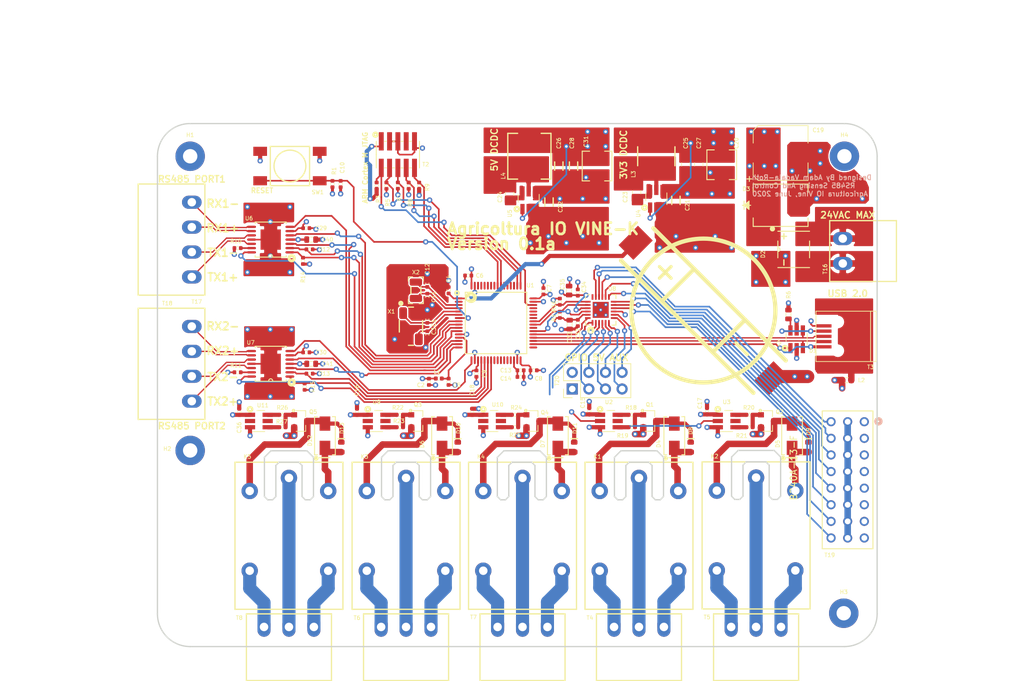
<source format=kicad_pcb>
(kicad_pcb (version 20171130) (host pcbnew "(5.1.6)-1")
  (layers (0 F.Cu signal) (1 In1.Cu power hide) (2 In2.Cu power hide) (31 B.Cu signal) (34 B.Paste user) (35 F.Paste user) (36 B.SilkS user) (37 F.SilkS user) (38 B.Mask user) (39 F.Mask user) (44 Edge.Cuts user))
  (net 0 "")
  (net 1 GND)
  (net 2 +3V3)
  (net 3 "/STM32F446RET Controller/VBAT")
  (net 4 "/STM32F446RET Controller/VDDA")
  (net 5 +24V)
  (net 6 "Net-(C23-Pad1)")
  (net 7 "Net-(C23-Pad2)")
  (net 8 "Net-(C24-Pad1)")
  (net 9 "Net-(C24-Pad2)")
  (net 10 +5V)
  (net 11 "Net-(L2-Pad1)")
  (net 12 "/STM32F446RET Controller/SWDIO_TMS")
  (net 13 "/STM32F446RET Controller/SWCLK_TCK")
  (net 14 "/STM32F446RET Controller/SWO_TDO")
  (net 15 "/STM32F446RET Controller/SWO_TDI")
  (net 16 "/STM32F446RET Controller/NJTRST")
  (net 17 "Net-(T2-Pad7)")
  (net 18 "Net-(U1-Pad2)")
  (net 19 "/RS485 Interface/RS485_UART_TX1")
  (net 20 "/RS485 Interface/RS485_UART_RX1")
  (net 21 "/RS485 Interface/RS485_UART_TX2")
  (net 22 "/RS485 Interface/RS485_UART_RX2")
  (net 23 "Net-(U1-Pad24)")
  (net 24 "Net-(U1-Pad33)")
  (net 25 "Net-(U1-Pad39)")
  (net 26 "Net-(U1-Pad44)")
  (net 27 "Net-(U1-Pad45)")
  (net 28 "Net-(U1-Pad51)")
  (net 29 "Net-(U1-Pad52)")
  (net 30 "Net-(U1-Pad53)")
  (net 31 "Net-(U1-Pad54)")
  (net 32 "Net-(U1-Pad60)")
  (net 33 "Net-(U1-Pad61)")
  (net 34 "Net-(U1-Pad62)")
  (net 35 "/STM32F446RET Controller/OSC_IN")
  (net 36 "/STM32F446RET Controller/OSC_OUT")
  (net 37 "/STM32F446RET Controller/NRST")
  (net 38 "/STM32F446RET Controller/OSC32_OUT")
  (net 39 "/STM32F446RET Controller/OSC32_IN")
  (net 40 "/STM32F446RET Controller/VCAP1")
  (net 41 "/STM32F446RET Controller/VBUS")
  (net 42 "/STM32F446RET Controller/D-")
  (net 43 "/STM32F446RET Controller/D+")
  (net 44 "/STM32F446RET Controller/ID")
  (net 45 "Net-(R10-Pad1)")
  (net 46 "Net-(R11-Pad1)")
  (net 47 "/RS485 Interface/RS485_RE1")
  (net 48 "/RS485 Interface/RS485_RE2")
  (net 49 "/RS485 Interface/RS485_DE1")
  (net 50 "/RS485 Interface/RS485_DE2")
  (net 51 "/RS485 Interface/RS485_RX1-")
  (net 52 "/RS485 Interface/RS485_RX1+")
  (net 53 "/RS485 Interface/RS485_TX1-")
  (net 54 "/RS485 Interface/RS485_TX1+")
  (net 55 "/RS485 Interface/RS485_RX2-")
  (net 56 "/RS485 Interface/RS485_RX2+")
  (net 57 "/RS485 Interface/RS485_TX2-")
  (net 58 "/RS485 Interface/RS485_TX2+")
  (net 59 "/RS485 Interface/RS485_SL_RATE1")
  (net 60 "/RS485 Interface/RS485_TERM_EN1")
  (net 61 "/RS485 Interface/RS485_SL_RATE2")
  (net 62 "/RS485 Interface/RS485_TERM_EN2")
  (net 63 "/Power Supply/24VAC-")
  (net 64 "/Power Supply/24VAC+")
  (net 65 Earth)
  (net 66 "Net-(U1-Pad42)")
  (net 67 "Net-(U1-Pad43)")
  (net 68 "/5V IO Interfaces/IO_INT_N")
  (net 69 "/5V IO Interfaces/IO_SDA")
  (net 70 "/5V IO Interfaces/IO_SCL")
  (net 71 "/5V IO Interfaces/IO_RESET")
  (net 72 "Net-(U8-Pad18)")
  (net 73 "Net-(K1-Pad1)")
  (net 74 "Net-(K1-Pad4)")
  (net 75 "Net-(K1-Pad3)")
  (net 76 "Net-(K2-Pad1)")
  (net 77 "Net-(K2-Pad4)")
  (net 78 "Net-(K2-Pad3)")
  (net 79 "Net-(C11-Pad2)")
  (net 80 "Net-(T19-Pad24)")
  (net 81 "Net-(T19-Pad21)")
  (net 82 "Net-(T19-Pad18)")
  (net 83 "Net-(T19-Pad15)")
  (net 84 "Net-(T19-Pad12)")
  (net 85 "Net-(T19-Pad9)")
  (net 86 "Net-(T19-Pad6)")
  (net 87 "Net-(T19-Pad3)")
  (net 88 "Net-(Q1-Pad1)")
  (net 89 "Net-(R19-Pad1)")
  (net 90 "Net-(R20-Pad1)")
  (net 91 "Net-(R21-Pad1)")
  (net 92 "Net-(R22-Pad1)")
  (net 93 "Net-(U9-Pad5)")
  (net 94 "Net-(U10-Pad5)")
  (net 95 "Net-(Q2-Pad1)")
  (net 96 "/5V IO Interfaces/DRV1")
  (net 97 "/5V IO Interfaces/DRV2")
  (net 98 "/5V IO Interfaces/P02")
  (net 99 "/5V IO Interfaces/P03")
  (net 100 "/5V IO Interfaces/P04")
  (net 101 "/5V IO Interfaces/P05")
  (net 102 "/5V IO Interfaces/P06")
  (net 103 "/5V IO Interfaces/P07")
  (net 104 "Net-(D4-Pad1)")
  (net 105 "Net-(D5-Pad1)")
  (net 106 "Net-(D10-Pad2)")
  (net 107 "Net-(D11-Pad2)")
  (net 108 "Net-(K3-Pad1)")
  (net 109 "Net-(K3-Pad4)")
  (net 110 "Net-(K3-Pad3)")
  (net 111 "Net-(K4-Pad1)")
  (net 112 "Net-(K4-Pad4)")
  (net 113 "Net-(K4-Pad3)")
  (net 114 "Net-(Q3-Pad1)")
  (net 115 "Net-(Q4-Pad1)")
  (net 116 "Net-(R18-Pad1)")
  (net 117 "Net-(R23-Pad1)")
  (net 118 "Net-(R24-Pad1)")
  (net 119 "Net-(R25-Pad1)")
  (net 120 "Net-(U1-Pad25)")
  (net 121 "Net-(U1-Pad26)")
  (net 122 "Net-(U1-Pad27)")
  (net 123 "Net-(U1-Pad28)")
  (net 124 "Net-(U1-Pad29)")
  (net 125 "Net-(U1-Pad57)")
  (net 126 "/Relay Circuits/DRV1")
  (net 127 "Net-(U2-Pad5)")
  (net 128 "/Relay Circuits/DRV2")
  (net 129 "Net-(U3-Pad5)")
  (net 130 "/Relay Circuits/DRV3")
  (net 131 "/Relay Circuits/DRV4")
  (net 132 "Net-(D12-Pad1)")
  (net 133 "Net-(K5-Pad1)")
  (net 134 "Net-(K5-Pad4)")
  (net 135 "Net-(K5-Pad3)")
  (net 136 "Net-(Q5-Pad1)")
  (net 137 "Net-(R26-Pad1)")
  (net 138 "Net-(R27-Pad1)")
  (net 139 "Net-(U11-Pad2)")
  (net 140 "Net-(U11-Pad5)")
  (net 141 "Net-(U1-Pad58)")
  (net 142 "Net-(U1-Pad59)")
  (module AVR-KiCAD-Lib-Resistors:R0402 (layer F.Cu) (at 117.5 104.1 270)
    (fp_text reference C36 (at 2.4 0 90) (layer F.SilkS) (effects (font (size 0.6 0.6) (thickness 0.1))))
    (fp_text value C0402C104K9PACTU)
    (pad 1 smd roundrect (at -0.483 0 270) (size 0.559 0.61) (layers F.Cu F.Paste F.Mask) (net 1 GND))
    (pad 2 smd roundrect (at 0.483 0 270) (size 0.559 0.61) (layers F.Cu F.Paste F.Mask) (net 10 +5V))
  )
  (module growbox-KiCAD-ICs:SOT-23-6_Handsoldering (layer F.Cu) (at 120.5 105.5)
    (fp_text reference U11 (at 0.6 -2.4) (layer F.SilkS) (effects (font (size 0.6 0.6) (thickness 0.1))))
    (fp_text value ZXGD3009E6TA)
    (pad 1 smd rect (at -1.35 -0.95) (size 1.56 0.65) (layers F.Cu F.Paste F.Mask) (net 10 +5V))
    (pad 2 smd rect (at -1.35 0) (size 1.56 0.65) (layers F.Cu F.Paste F.Mask) (net 139 "Net-(U11-Pad2)"))
    (pad 3 smd rect (at -1.35 0.95) (size 1.56 0.65) (layers F.Cu F.Paste F.Mask) (net 1 GND))
    (pad 4 smd rect (at 1.35 0.95) (size 1.56 0.65) (layers F.Cu F.Paste F.Mask) (net 138 "Net-(R27-Pad1)"))
    (pad 6 smd rect (at 1.35 -0.95) (size 1.56 0.65) (layers F.Cu F.Paste F.Mask) (net 137 "Net-(R26-Pad1)"))
    (pad 5 smd rect (at 1.35 0) (size 1.56 0.65) (layers F.Cu F.Paste F.Mask) (net 140 "Net-(U11-Pad5)"))
  )
  (module AVR-KiCAD-Lib-Connectors:0395121003 (layer F.Cu) (at 125.1 137)
    (fp_text reference T8 (at -7.6 -1.4) (layer F.SilkS) (effects (font (size 0.6 0.6) (thickness 0.1))))
    (fp_text value 0395121003)
    (pad 1 thru_hole oval (at -3.81 0) (size 2 3) (drill 1.3) (layers *.Cu *.Mask) (net 134 "Net-(K5-Pad4)"))
    (pad 3 thru_hole oval (at 3.81 0) (size 2 3) (drill 1.3) (layers *.Cu *.Mask) (net 135 "Net-(K5-Pad3)"))
    (pad 2 thru_hole oval (at 0 0) (size 2 3) (drill 1.3) (layers *.Cu *.Mask) (net 133 "Net-(K5-Pad1)"))
  )
  (module AVR-KiCAD-Lib-Connectors:0395121003 (layer F.Cu) (at 160.8 137)
    (fp_text reference T7 (at -7.5 -1.5) (layer F.SilkS) (effects (font (size 0.6 0.6) (thickness 0.1))))
    (fp_text value 0395121003)
    (pad 1 thru_hole oval (at -3.81 0) (size 2 3) (drill 1.3) (layers *.Cu *.Mask) (net 112 "Net-(K4-Pad4)"))
    (pad 3 thru_hole oval (at 3.81 0) (size 2 3) (drill 1.3) (layers *.Cu *.Mask) (net 113 "Net-(K4-Pad3)"))
    (pad 2 thru_hole oval (at 0 0) (size 2 3) (drill 1.3) (layers *.Cu *.Mask) (net 111 "Net-(K4-Pad1)"))
  )
  (module AVR-KiCAD-Lib-Connectors:0395121003 (layer F.Cu) (at 143 137)
    (fp_text reference T6 (at -7.5 -1.4) (layer F.SilkS) (effects (font (size 0.6 0.6) (thickness 0.1))))
    (fp_text value 0395121003)
    (pad 1 thru_hole oval (at -3.81 0) (size 2 3) (drill 1.3) (layers *.Cu *.Mask) (net 109 "Net-(K3-Pad4)"))
    (pad 3 thru_hole oval (at 3.81 0) (size 2 3) (drill 1.3) (layers *.Cu *.Mask) (net 110 "Net-(K3-Pad3)"))
    (pad 2 thru_hole oval (at 0 0) (size 2 3) (drill 1.3) (layers *.Cu *.Mask) (net 108 "Net-(K3-Pad1)"))
  )
  (module AVR-KiCAD-Lib-Connectors:0395121003 (layer F.Cu) (at 196.5 137)
    (fp_text reference T5 (at -7.5 -1.5) (layer F.SilkS) (effects (font (size 0.6 0.6) (thickness 0.1))))
    (fp_text value 0395121003)
    (pad 1 thru_hole oval (at -3.81 0) (size 2 3) (drill 1.3) (layers *.Cu *.Mask) (net 77 "Net-(K2-Pad4)"))
    (pad 3 thru_hole oval (at 3.81 0) (size 2 3) (drill 1.3) (layers *.Cu *.Mask) (net 78 "Net-(K2-Pad3)"))
    (pad 2 thru_hole oval (at 0 0) (size 2 3) (drill 1.3) (layers *.Cu *.Mask) (net 76 "Net-(K2-Pad1)"))
  )
  (module AVR-KiCAD-Lib-Connectors:0395121003 (layer F.Cu) (at 178.6 137)
    (fp_text reference T4 (at -7.5 -1.4) (layer F.SilkS) (effects (font (size 0.6 0.6) (thickness 0.1))))
    (fp_text value 0395121003)
    (pad 1 thru_hole oval (at -3.81 0) (size 2 3) (drill 1.3) (layers *.Cu *.Mask) (net 74 "Net-(K1-Pad4)"))
    (pad 3 thru_hole oval (at 3.81 0) (size 2 3) (drill 1.3) (layers *.Cu *.Mask) (net 75 "Net-(K1-Pad3)"))
    (pad 2 thru_hole oval (at 0 0) (size 2 3) (drill 1.3) (layers *.Cu *.Mask) (net 73 "Net-(K1-Pad1)"))
  )
  (module AVR-KiCAD-Lib-Resistors:R0402 (layer F.Cu) (at 124.1 106.45)
    (fp_text reference R27 (at -0.1 -0.85) (layer F.SilkS) (effects (font (size 0.6 0.6) (thickness 0.1))))
    (fp_text value RC0402FR-0710RL)
    (pad 1 smd roundrect (at -0.483 0) (size 0.559 0.61) (layers F.Cu F.Paste F.Mask) (net 138 "Net-(R27-Pad1)"))
    (pad 2 smd roundrect (at 0.483 0) (size 0.559 0.61) (layers F.Cu F.Paste F.Mask) (net 136 "Net-(Q5-Pad1)"))
  )
  (module AVR-KiCAD-Lib-Resistors:R0402 (layer F.Cu) (at 124.1 104.55)
    (fp_text reference R26 (at 0 -1.1) (layer F.SilkS) (effects (font (size 0.6 0.6) (thickness 0.1))))
    (fp_text value RC0402FR-0710RL)
    (pad 1 smd roundrect (at -0.483 0) (size 0.559 0.61) (layers F.Cu F.Paste F.Mask) (net 137 "Net-(R26-Pad1)"))
    (pad 2 smd roundrect (at 0.483 0) (size 0.559 0.61) (layers F.Cu F.Paste F.Mask) (net 136 "Net-(Q5-Pad1)"))
  )
  (module AVR-KiCAD-Lib-Transistors:SOT-23 (layer F.Cu) (at 126.9 105.5)
    (fp_text reference Q5 (at 1.9 -1.4) (layer F.SilkS) (effects (font (size 0.6 0.6) (thickness 0.1))))
    (fp_text value IRLML6346TRPBF)
    (pad 1 smd rect (at -1 -0.95) (size 0.9 0.8) (layers F.Cu F.Paste F.Mask) (net 136 "Net-(Q5-Pad1)"))
    (pad 2 smd rect (at -1 0.95) (size 0.9 0.8) (layers F.Cu F.Paste F.Mask) (net 1 GND))
    (pad 3 smd rect (at 1 0) (size 0.9 0.8) (layers F.Cu F.Paste F.Mask) (net 132 "Net-(D12-Pad1)"))
  )
  (module AVR-KiCAD-Lib-Relays-Contactors:G5LE-14_DC5 (layer F.Cu) (at 125.1 122.3)
    (fp_text reference K5 (at -6.35 -11.35) (layer F.SilkS) (effects (font (size 0.6 0.6) (thickness 0.1))))
    (fp_text value G5LE-14_DC5)
    (pad 1 thru_hole circle (at 0 -8.1) (size 2.5 2.5) (drill 1.3) (layers *.Cu *.Mask) (net 133 "Net-(K5-Pad1)"))
    (pad 4 thru_hole circle (at -6 6.1) (size 2.5 2.5) (drill 1.3) (layers *.Cu *.Mask) (net 134 "Net-(K5-Pad4)"))
    (pad 3 thru_hole circle (at 6 6.1) (size 2.5 2.5) (drill 1.3) (layers *.Cu *.Mask) (net 135 "Net-(K5-Pad3)"))
    (pad 2 thru_hole circle (at 6 -6.1) (size 2.5 2.5) (drill 1.3) (layers *.Cu *.Mask) (net 10 +5V))
    (pad 5 thru_hole circle (at -6 -6.1) (size 2.5 2.5) (drill 1.3) (layers *.Cu *.Mask) (net 132 "Net-(D12-Pad1)"))
  )
  (module AVR-KiCAD-Lib-Diodes:LED0603 (layer F.Cu) (at 133.1 109.5 90)
    (fp_text reference D13 (at 2.9 0.1 90) (layer F.SilkS) (effects (font (size 0.6 0.6) (thickness 0.1))))
    (fp_text value LTST-C194TBKT)
    (pad 2 smd roundrect (at 0.75 0 90) (size 0.75 1) (layers F.Cu F.Paste F.Mask) (net 132 "Net-(D12-Pad1)"))
    (pad 1 smd roundrect (at -0.75 0 90) (size 0.75 1) (layers F.Cu F.Paste F.Mask) (net 10 +5V))
  )
  (module AVR-KiCAD-Lib-Diodes:B240A-13-F (layer F.Cu) (at 130.6 107.75 90)
    (fp_text reference D12 (at -0.75 -2.3 90) (layer F.SilkS) (effects (font (size 0.6 0.6) (thickness 0.1))))
    (fp_text value B240A-13-F hide)
    (pad 1 smd rect (at 1.8572 0 180) (size 1.63 2.1804) (layers F.Cu F.Paste F.Mask) (net 132 "Net-(D12-Pad1)"))
    (pad 2 smd rect (at -1.8572 0 180) (size 1.63 2.1804) (layers F.Cu F.Paste F.Mask) (net 10 +5V))
  )
  (module growbox-KiCAD-ICs:SOT-23-6_Handsoldering (layer F.Cu) (at 156.15 105.5)
    (fp_text reference U10 (at 0.85 -2.5) (layer F.SilkS) (effects (font (size 0.6 0.6) (thickness 0.1))))
    (fp_text value ZXGD3009E6TA)
    (pad 1 smd rect (at -1.35 -0.95) (size 1.56 0.65) (layers F.Cu F.Paste F.Mask) (net 10 +5V))
    (pad 2 smd rect (at -1.35 0) (size 1.56 0.65) (layers F.Cu F.Paste F.Mask) (net 131 "/Relay Circuits/DRV4"))
    (pad 3 smd rect (at -1.35 0.95) (size 1.56 0.65) (layers F.Cu F.Paste F.Mask) (net 1 GND))
    (pad 4 smd rect (at 1.35 0.95) (size 1.56 0.65) (layers F.Cu F.Paste F.Mask) (net 119 "Net-(R25-Pad1)"))
    (pad 6 smd rect (at 1.35 -0.95) (size 1.56 0.65) (layers F.Cu F.Paste F.Mask) (net 118 "Net-(R24-Pad1)"))
    (pad 5 smd rect (at 1.35 0) (size 1.56 0.65) (layers F.Cu F.Paste F.Mask) (net 94 "Net-(U10-Pad5)"))
  )
  (module growbox-KiCAD-ICs:SOT-23-6_Handsoldering (layer F.Cu) (at 138.5 105.5)
    (fp_text reference U9 (at 0 -2.9) (layer F.SilkS) (effects (font (size 0.6 0.6) (thickness 0.1))))
    (fp_text value ZXGD3009E6TA)
    (pad 1 smd rect (at -1.35 -0.95) (size 1.56 0.65) (layers F.Cu F.Paste F.Mask) (net 10 +5V))
    (pad 2 smd rect (at -1.35 0) (size 1.56 0.65) (layers F.Cu F.Paste F.Mask) (net 130 "/Relay Circuits/DRV3"))
    (pad 3 smd rect (at -1.35 0.95) (size 1.56 0.65) (layers F.Cu F.Paste F.Mask) (net 1 GND))
    (pad 4 smd rect (at 1.35 0.95) (size 1.56 0.65) (layers F.Cu F.Paste F.Mask) (net 117 "Net-(R23-Pad1)"))
    (pad 6 smd rect (at 1.35 -0.95) (size 1.56 0.65) (layers F.Cu F.Paste F.Mask) (net 92 "Net-(R22-Pad1)"))
    (pad 5 smd rect (at 1.35 0) (size 1.56 0.65) (layers F.Cu F.Paste F.Mask) (net 93 "Net-(U9-Pad5)"))
  )
  (module growbox-KiCAD-ICs:SOT-23-6_Handsoldering (layer F.Cu) (at 192 105.5)
    (fp_text reference U3 (at 0 -2.9) (layer F.SilkS) (effects (font (size 0.6 0.6) (thickness 0.1))))
    (fp_text value ZXGD3009E6TA)
    (pad 1 smd rect (at -1.35 -0.95) (size 1.56 0.65) (layers F.Cu F.Paste F.Mask) (net 10 +5V))
    (pad 2 smd rect (at -1.35 0) (size 1.56 0.65) (layers F.Cu F.Paste F.Mask) (net 128 "/Relay Circuits/DRV2"))
    (pad 3 smd rect (at -1.35 0.95) (size 1.56 0.65) (layers F.Cu F.Paste F.Mask) (net 1 GND))
    (pad 4 smd rect (at 1.35 0.95) (size 1.56 0.65) (layers F.Cu F.Paste F.Mask) (net 91 "Net-(R21-Pad1)"))
    (pad 6 smd rect (at 1.35 -0.95) (size 1.56 0.65) (layers F.Cu F.Paste F.Mask) (net 90 "Net-(R20-Pad1)"))
    (pad 5 smd rect (at 1.35 0) (size 1.56 0.65) (layers F.Cu F.Paste F.Mask) (net 129 "Net-(U3-Pad5)"))
  )
  (module growbox-KiCAD-ICs:SOT-23-6_Handsoldering (layer F.Cu) (at 174 105.5)
    (fp_text reference U2 (at 0 -2.9) (layer F.SilkS) (effects (font (size 0.6 0.6) (thickness 0.1))))
    (fp_text value ZXGD3009E6TA)
    (pad 1 smd rect (at -1.35 -0.95) (size 1.56 0.65) (layers F.Cu F.Paste F.Mask) (net 10 +5V))
    (pad 2 smd rect (at -1.35 0) (size 1.56 0.65) (layers F.Cu F.Paste F.Mask) (net 126 "/Relay Circuits/DRV1"))
    (pad 3 smd rect (at -1.35 0.95) (size 1.56 0.65) (layers F.Cu F.Paste F.Mask) (net 1 GND))
    (pad 4 smd rect (at 1.35 0.95) (size 1.56 0.65) (layers F.Cu F.Paste F.Mask) (net 89 "Net-(R19-Pad1)"))
    (pad 6 smd rect (at 1.35 -0.95) (size 1.56 0.65) (layers F.Cu F.Paste F.Mask) (net 116 "Net-(R18-Pad1)"))
    (pad 5 smd rect (at 1.35 0) (size 1.56 0.65) (layers F.Cu F.Paste F.Mask) (net 127 "Net-(U2-Pad5)"))
  )
  (module AVR-KiCAD-Lib-Resistors:R0402 (layer F.Cu) (at 159.65 106.45)
    (fp_text reference R25 (at 0 1.2) (layer F.SilkS) (effects (font (size 0.6 0.6) (thickness 0.1))))
    (fp_text value RC0402FR-0710RL)
    (pad 1 smd roundrect (at -0.483 0) (size 0.559 0.61) (layers F.Cu F.Paste F.Mask) (net 119 "Net-(R25-Pad1)"))
    (pad 2 smd roundrect (at 0.483 0) (size 0.559 0.61) (layers F.Cu F.Paste F.Mask) (net 115 "Net-(Q4-Pad1)"))
  )
  (module AVR-KiCAD-Lib-Resistors:R0402 (layer F.Cu) (at 159.65 104.55)
    (fp_text reference R24 (at 0.2 -1.1) (layer F.SilkS) (effects (font (size 0.6 0.6) (thickness 0.1))))
    (fp_text value RC0402FR-0710RL)
    (pad 1 smd roundrect (at -0.483 0) (size 0.559 0.61) (layers F.Cu F.Paste F.Mask) (net 118 "Net-(R24-Pad1)"))
    (pad 2 smd roundrect (at 0.483 0) (size 0.559 0.61) (layers F.Cu F.Paste F.Mask) (net 115 "Net-(Q4-Pad1)"))
  )
  (module AVR-KiCAD-Lib-Resistors:R0402 (layer F.Cu) (at 142.05 106.45)
    (fp_text reference R23 (at -0.15 -0.95) (layer F.SilkS) (effects (font (size 0.6 0.6) (thickness 0.1))))
    (fp_text value RC0402FR-0710RL)
    (pad 1 smd roundrect (at -0.483 0) (size 0.559 0.61) (layers F.Cu F.Paste F.Mask) (net 117 "Net-(R23-Pad1)"))
    (pad 2 smd roundrect (at 0.483 0) (size 0.559 0.61) (layers F.Cu F.Paste F.Mask) (net 114 "Net-(Q3-Pad1)"))
  )
  (module AVR-KiCAD-Lib-Resistors:R0402 (layer F.Cu) (at 142.05 104.55)
    (fp_text reference R22 (at -0.3 -1.1) (layer F.SilkS) (effects (font (size 0.6 0.6) (thickness 0.1))))
    (fp_text value RC0402FR-0710RL)
    (pad 1 smd roundrect (at -0.483 0) (size 0.559 0.61) (layers F.Cu F.Paste F.Mask) (net 92 "Net-(R22-Pad1)"))
    (pad 2 smd roundrect (at 0.483 0) (size 0.559 0.61) (layers F.Cu F.Paste F.Mask) (net 114 "Net-(Q3-Pad1)"))
  )
  (module AVR-KiCAD-Lib-Resistors:R0402 (layer F.Cu) (at 195.5 106.45)
    (fp_text reference R21 (at -1.2 1.3) (layer F.SilkS) (effects (font (size 0.6 0.6) (thickness 0.1))))
    (fp_text value RC0402FR-0710RL)
    (pad 1 smd roundrect (at -0.483 0) (size 0.559 0.61) (layers F.Cu F.Paste F.Mask) (net 91 "Net-(R21-Pad1)"))
    (pad 2 smd roundrect (at 0.483 0) (size 0.559 0.61) (layers F.Cu F.Paste F.Mask) (net 95 "Net-(Q2-Pad1)"))
  )
  (module AVR-KiCAD-Lib-Resistors:R0402 (layer F.Cu) (at 195.5 104.55)
    (fp_text reference R20 (at -0.1 -1.1) (layer F.SilkS) (effects (font (size 0.6 0.6) (thickness 0.1))))
    (fp_text value RC0402FR-0710RL)
    (pad 1 smd roundrect (at -0.483 0) (size 0.559 0.61) (layers F.Cu F.Paste F.Mask) (net 90 "Net-(R20-Pad1)"))
    (pad 2 smd roundrect (at 0.483 0) (size 0.559 0.61) (layers F.Cu F.Paste F.Mask) (net 95 "Net-(Q2-Pad1)"))
  )
  (module AVR-KiCAD-Lib-Resistors:R0402 (layer F.Cu) (at 177.5 106.45)
    (fp_text reference R19 (at -1.4 1.3) (layer F.SilkS) (effects (font (size 0.6 0.6) (thickness 0.1))))
    (fp_text value RC0402FR-0710RL)
    (pad 1 smd roundrect (at -0.483 0) (size 0.559 0.61) (layers F.Cu F.Paste F.Mask) (net 89 "Net-(R19-Pad1)"))
    (pad 2 smd roundrect (at 0.483 0) (size 0.559 0.61) (layers F.Cu F.Paste F.Mask) (net 88 "Net-(Q1-Pad1)"))
  )
  (module AVR-KiCAD-Lib-Resistors:R0402 (layer F.Cu) (at 177.5 104.55)
    (fp_text reference R18 (at -0.1 -1.1) (layer F.SilkS) (effects (font (size 0.6 0.6) (thickness 0.1))))
    (fp_text value RC0402FR-0710RL)
    (pad 1 smd roundrect (at -0.483 0) (size 0.559 0.61) (layers F.Cu F.Paste F.Mask) (net 116 "Net-(R18-Pad1)"))
    (pad 2 smd roundrect (at 0.483 0) (size 0.559 0.61) (layers F.Cu F.Paste F.Mask) (net 88 "Net-(Q1-Pad1)"))
  )
  (module AVR-KiCAD-Lib-Transistors:SOT-23 (layer F.Cu) (at 162.4 105.5)
    (fp_text reference Q4 (at 1.8 -1.3) (layer F.SilkS) (effects (font (size 0.6 0.6) (thickness 0.1))))
    (fp_text value IRLML6346TRPBF)
    (pad 1 smd rect (at -1 -0.95) (size 0.9 0.8) (layers F.Cu F.Paste F.Mask) (net 115 "Net-(Q4-Pad1)"))
    (pad 2 smd rect (at -1 0.95) (size 0.9 0.8) (layers F.Cu F.Paste F.Mask) (net 1 GND))
    (pad 3 smd rect (at 1 0) (size 0.9 0.8) (layers F.Cu F.Paste F.Mask) (net 107 "Net-(D11-Pad2)"))
  )
  (module AVR-KiCAD-Lib-Transistors:SOT-23 (layer F.Cu) (at 144.8 105.5)
    (fp_text reference Q3 (at 0 -2.5) (layer F.SilkS) (effects (font (size 0.6 0.6) (thickness 0.1))))
    (fp_text value IRLML6346TRPBF)
    (pad 1 smd rect (at -1 -0.95) (size 0.9 0.8) (layers F.Cu F.Paste F.Mask) (net 114 "Net-(Q3-Pad1)"))
    (pad 2 smd rect (at -1 0.95) (size 0.9 0.8) (layers F.Cu F.Paste F.Mask) (net 1 GND))
    (pad 3 smd rect (at 1 0) (size 0.9 0.8) (layers F.Cu F.Paste F.Mask) (net 106 "Net-(D10-Pad2)"))
  )
  (module AVR-KiCAD-Lib-Transistors:SOT-23 (layer F.Cu) (at 198.25 105.5)
    (fp_text reference Q2 (at 1.85 -1.4) (layer F.SilkS) (effects (font (size 0.6 0.6) (thickness 0.1))))
    (fp_text value IRLML6346TRPBF)
    (pad 1 smd rect (at -1 -0.95) (size 0.9 0.8) (layers F.Cu F.Paste F.Mask) (net 95 "Net-(Q2-Pad1)"))
    (pad 2 smd rect (at -1 0.95) (size 0.9 0.8) (layers F.Cu F.Paste F.Mask) (net 1 GND))
    (pad 3 smd rect (at 1 0) (size 0.9 0.8) (layers F.Cu F.Paste F.Mask) (net 105 "Net-(D5-Pad1)"))
  )
  (module AVR-KiCAD-Lib-Transistors:SOT-23 (layer F.Cu) (at 180.25 105.5)
    (fp_text reference Q1 (at 0 -2.5) (layer F.SilkS) (effects (font (size 0.6 0.6) (thickness 0.1))))
    (fp_text value IRLML6346TRPBF)
    (pad 1 smd rect (at -1 -0.95) (size 0.9 0.8) (layers F.Cu F.Paste F.Mask) (net 88 "Net-(Q1-Pad1)"))
    (pad 2 smd rect (at -1 0.95) (size 0.9 0.8) (layers F.Cu F.Paste F.Mask) (net 1 GND))
    (pad 3 smd rect (at 1 0) (size 0.9 0.8) (layers F.Cu F.Paste F.Mask) (net 104 "Net-(D4-Pad1)"))
  )
  (module AVR-KiCAD-Lib-Relays-Contactors:G5LE-14_DC5 (layer F.Cu) (at 160.8 122.3)
    (fp_text reference K4 (at -6.35 -11.35) (layer F.SilkS) (effects (font (size 0.6 0.6) (thickness 0.1))))
    (fp_text value G5LE-14_DC5)
    (pad 1 thru_hole circle (at 0 -8.1) (size 2.5 2.5) (drill 1.3) (layers *.Cu *.Mask) (net 111 "Net-(K4-Pad1)"))
    (pad 4 thru_hole circle (at -6 6.1) (size 2.5 2.5) (drill 1.3) (layers *.Cu *.Mask) (net 112 "Net-(K4-Pad4)"))
    (pad 3 thru_hole circle (at 6 6.1) (size 2.5 2.5) (drill 1.3) (layers *.Cu *.Mask) (net 113 "Net-(K4-Pad3)"))
    (pad 2 thru_hole circle (at 6 -6.1) (size 2.5 2.5) (drill 1.3) (layers *.Cu *.Mask) (net 10 +5V))
    (pad 5 thru_hole circle (at -6 -6.1) (size 2.5 2.5) (drill 1.3) (layers *.Cu *.Mask) (net 107 "Net-(D11-Pad2)"))
  )
  (module AVR-KiCAD-Lib-Relays-Contactors:G5LE-14_DC5 (layer F.Cu) (at 143 122.3)
    (fp_text reference K3 (at -6.35 -11.35) (layer F.SilkS) (effects (font (size 0.6 0.6) (thickness 0.1))))
    (fp_text value G5LE-14_DC5)
    (pad 1 thru_hole circle (at 0 -8.1) (size 2.5 2.5) (drill 1.3) (layers *.Cu *.Mask) (net 108 "Net-(K3-Pad1)"))
    (pad 4 thru_hole circle (at -6 6.1) (size 2.5 2.5) (drill 1.3) (layers *.Cu *.Mask) (net 109 "Net-(K3-Pad4)"))
    (pad 3 thru_hole circle (at 6 6.1) (size 2.5 2.5) (drill 1.3) (layers *.Cu *.Mask) (net 110 "Net-(K3-Pad3)"))
    (pad 2 thru_hole circle (at 6 -6.1) (size 2.5 2.5) (drill 1.3) (layers *.Cu *.Mask) (net 10 +5V))
    (pad 5 thru_hole circle (at -6 -6.1) (size 2.5 2.5) (drill 1.3) (layers *.Cu *.Mask) (net 106 "Net-(D10-Pad2)"))
  )
  (module AVR-KiCAD-Lib-Relays-Contactors:G5LE-14_DC5 (layer F.Cu) (at 196.5 122.25)
    (fp_text reference K2 (at -6.35 -11.35) (layer F.SilkS) (effects (font (size 0.6 0.6) (thickness 0.1))))
    (fp_text value G5LE-14_DC5)
    (pad 1 thru_hole circle (at 0 -8.1) (size 2.5 2.5) (drill 1.3) (layers *.Cu *.Mask) (net 76 "Net-(K2-Pad1)"))
    (pad 4 thru_hole circle (at -6 6.1) (size 2.5 2.5) (drill 1.3) (layers *.Cu *.Mask) (net 77 "Net-(K2-Pad4)"))
    (pad 3 thru_hole circle (at 6 6.1) (size 2.5 2.5) (drill 1.3) (layers *.Cu *.Mask) (net 78 "Net-(K2-Pad3)"))
    (pad 2 thru_hole circle (at 6 -6.1) (size 2.5 2.5) (drill 1.3) (layers *.Cu *.Mask) (net 10 +5V))
    (pad 5 thru_hole circle (at -6 -6.1) (size 2.5 2.5) (drill 1.3) (layers *.Cu *.Mask) (net 105 "Net-(D5-Pad1)"))
  )
  (module AVR-KiCAD-Lib-Relays-Contactors:G5LE-14_DC5 (layer F.Cu) (at 178.6 122.3)
    (fp_text reference K1 (at -6.35 -11.35) (layer F.SilkS) (effects (font (size 0.6 0.6) (thickness 0.1))))
    (fp_text value G5LE-14_DC5)
    (pad 1 thru_hole circle (at 0 -8.1) (size 2.5 2.5) (drill 1.3) (layers *.Cu *.Mask) (net 73 "Net-(K1-Pad1)"))
    (pad 4 thru_hole circle (at -6 6.1) (size 2.5 2.5) (drill 1.3) (layers *.Cu *.Mask) (net 74 "Net-(K1-Pad4)"))
    (pad 3 thru_hole circle (at 6 6.1) (size 2.5 2.5) (drill 1.3) (layers *.Cu *.Mask) (net 75 "Net-(K1-Pad3)"))
    (pad 2 thru_hole circle (at 6 -6.1) (size 2.5 2.5) (drill 1.3) (layers *.Cu *.Mask) (net 10 +5V))
    (pad 5 thru_hole circle (at -6 -6.1) (size 2.5 2.5) (drill 1.3) (layers *.Cu *.Mask) (net 104 "Net-(D4-Pad1)"))
  )
  (module AVR-KiCAD-Lib-Diodes:LED0603 (layer F.Cu) (at 168.7 109.5 90)
    (fp_text reference D11 (at 2.9 0.1 90) (layer F.SilkS) (effects (font (size 0.6 0.6) (thickness 0.1))))
    (fp_text value LTST-C194TBKT)
    (pad 2 smd roundrect (at 0.75 0 90) (size 0.75 1) (layers F.Cu F.Paste F.Mask) (net 107 "Net-(D11-Pad2)"))
    (pad 1 smd roundrect (at -0.75 0 90) (size 0.75 1) (layers F.Cu F.Paste F.Mask) (net 10 +5V))
  )
  (module AVR-KiCAD-Lib-Diodes:LED0603 (layer F.Cu) (at 150.9 109.5 90)
    (fp_text reference D10 (at 2.9 0.1 90) (layer F.SilkS) (effects (font (size 0.6 0.6) (thickness 0.1))))
    (fp_text value LTST-C194TBKT)
    (pad 2 smd roundrect (at 0.75 0 90) (size 0.75 1) (layers F.Cu F.Paste F.Mask) (net 106 "Net-(D10-Pad2)"))
    (pad 1 smd roundrect (at -0.75 0 90) (size 0.75 1) (layers F.Cu F.Paste F.Mask) (net 10 +5V))
  )
  (module AVR-KiCAD-Lib-Diodes:LED0603 (layer F.Cu) (at 204.5 109.5 90)
    (fp_text reference D9 (at 2.4 0 90) (layer F.SilkS) (effects (font (size 0.6 0.6) (thickness 0.1))))
    (fp_text value LTST-C194TBKT)
    (pad 2 smd roundrect (at 0.75 0 90) (size 0.75 1) (layers F.Cu F.Paste F.Mask) (net 105 "Net-(D5-Pad1)"))
    (pad 1 smd roundrect (at -0.75 0 90) (size 0.75 1) (layers F.Cu F.Paste F.Mask) (net 10 +5V))
  )
  (module AVR-KiCAD-Lib-Diodes:LED0603 (layer F.Cu) (at 186.5 109.5 90)
    (fp_text reference D8 (at 2.5 0 90) (layer F.SilkS) (effects (font (size 0.6 0.6) (thickness 0.1))))
    (fp_text value LTST-C194TBKT)
    (pad 2 smd roundrect (at 0.75 0 90) (size 0.75 1) (layers F.Cu F.Paste F.Mask) (net 104 "Net-(D4-Pad1)"))
    (pad 1 smd roundrect (at -0.75 0 90) (size 0.75 1) (layers F.Cu F.Paste F.Mask) (net 10 +5V))
  )
  (module AVR-KiCAD-Lib-Diodes:B240A-13-F (layer F.Cu) (at 166.2 107.75 90)
    (fp_text reference D7 (at -1.25 -2.3 90) (layer F.SilkS) (effects (font (size 0.6 0.6) (thickness 0.1))))
    (fp_text value B240A-13-F hide)
    (pad 1 smd rect (at 1.8572 0 180) (size 1.63 2.1804) (layers F.Cu F.Paste F.Mask) (net 107 "Net-(D11-Pad2)"))
    (pad 2 smd rect (at -1.8572 0 180) (size 1.63 2.1804) (layers F.Cu F.Paste F.Mask) (net 10 +5V))
  )
  (module AVR-KiCAD-Lib-Diodes:B240A-13-F (layer F.Cu) (at 148.5 107.75 90)
    (fp_text reference D6 (at -1.3 -3.05 90) (layer F.SilkS) (effects (font (size 0.6 0.6) (thickness 0.1))))
    (fp_text value B240A-13-F hide)
    (pad 1 smd rect (at 1.8572 0 180) (size 1.63 2.1804) (layers F.Cu F.Paste F.Mask) (net 106 "Net-(D10-Pad2)"))
    (pad 2 smd rect (at -1.8572 0 180) (size 1.63 2.1804) (layers F.Cu F.Paste F.Mask) (net 10 +5V))
  )
  (module AVR-KiCAD-Lib-Diodes:B240A-13-F (layer F.Cu) (at 202 107.75 90)
    (fp_text reference D5 (at -1.25 -2.2 90) (layer F.SilkS) (effects (font (size 0.6 0.6) (thickness 0.1))))
    (fp_text value B240A-13-F (at -4.9 0.25 90) (layer F.SilkS))
    (pad 1 smd rect (at 1.8572 0 180) (size 1.63 2.1804) (layers F.Cu F.Paste F.Mask) (net 105 "Net-(D5-Pad1)"))
    (pad 2 smd rect (at -1.8572 0 180) (size 1.63 2.1804) (layers F.Cu F.Paste F.Mask) (net 10 +5V))
  )
  (module AVR-KiCAD-Lib-Diodes:B240A-13-F (layer F.Cu) (at 184 107.75 90)
    (fp_text reference D4 (at -1.25 -2.4 90) (layer F.SilkS) (effects (font (size 0.6 0.6) (thickness 0.1))))
    (fp_text value B240A-13-F hide)
    (pad 1 smd rect (at 1.8572 0 180) (size 1.63 2.1804) (layers F.Cu F.Paste F.Mask) (net 104 "Net-(D4-Pad1)"))
    (pad 2 smd rect (at -1.8572 0 180) (size 1.63 2.1804) (layers F.Cu F.Paste F.Mask) (net 10 +5V))
  )
  (module AVR-KiCAD-Lib-Resistors:R0402 (layer F.Cu) (at 153.1 104.1 270)
    (fp_text reference C18 (at -3.302 0 90) (layer F.SilkS) (effects (font (size 0.6 0.6) (thickness 0.1))))
    (fp_text value C0402C104K9PACTU)
    (pad 1 smd roundrect (at -0.483 0 270) (size 0.559 0.61) (layers F.Cu F.Paste F.Mask) (net 1 GND))
    (pad 2 smd roundrect (at 0.483 0 270) (size 0.559 0.61) (layers F.Cu F.Paste F.Mask) (net 10 +5V))
  )
  (module AVR-KiCAD-Lib-Resistors:R0402 (layer F.Cu) (at 189 104 270)
    (fp_text reference C17 (at -1.2 1.1 90) (layer F.SilkS) (effects (font (size 0.6 0.6) (thickness 0.1))))
    (fp_text value C0402C104K9PACTU)
    (pad 1 smd roundrect (at -0.483 0 270) (size 0.559 0.61) (layers F.Cu F.Paste F.Mask) (net 1 GND))
    (pad 2 smd roundrect (at 0.483 0 270) (size 0.559 0.61) (layers F.Cu F.Paste F.Mask) (net 10 +5V))
  )
  (module AVR-KiCAD-Lib-Resistors:R0402 (layer F.Cu) (at 135.5 104.1 270)
    (fp_text reference C16 (at -3.302 0 90) (layer F.SilkS) (effects (font (size 0.6 0.6) (thickness 0.1))))
    (fp_text value C0402C104K9PACTU)
    (pad 1 smd roundrect (at -0.483 0 270) (size 0.559 0.61) (layers F.Cu F.Paste F.Mask) (net 1 GND))
    (pad 2 smd roundrect (at 0.483 0 270) (size 0.559 0.61) (layers F.Cu F.Paste F.Mask) (net 10 +5V))
  )
  (module AVR-KiCAD-Lib-Resistors:R0402 (layer F.Cu) (at 171 104 270)
    (fp_text reference C15 (at -1.3 1 90) (layer F.SilkS) (effects (font (size 0.6 0.6) (thickness 0.1))))
    (fp_text value C0402C104K9PACTU)
    (pad 1 smd roundrect (at -0.483 0 270) (size 0.559 0.61) (layers F.Cu F.Paste F.Mask) (net 1 GND))
    (pad 2 smd roundrect (at 0.483 0 270) (size 0.559 0.61) (layers F.Cu F.Paste F.Mask) (net 10 +5V))
  )
  (module AVR-KiCAD-Lib-Connectors:Pin_Header_Straight_2x04_Pitch2.54mm (layer F.Cu) (at 168.4 100.6 90)
    (fp_text reference T20 (at 1.27 -2.33 90) (layer F.SilkS) (effects (font (size 0.6 0.6) (thickness 0.1))))
    (fp_text value 0010897080)
    (pad 1 thru_hole rect (at 0 0 90) (size 1.7 1.7) (drill 1) (layers *.Cu *.Mask) (net 10 +5V))
    (pad 2 thru_hole oval (at 2.54 0 90) (size 1.7 1.7) (drill 1) (layers *.Cu *.Mask) (net 1 GND))
    (pad 3 thru_hole oval (at 0 2.54 90) (size 1.7 1.7) (drill 1) (layers *.Cu *.Mask) (net 98 "/5V IO Interfaces/P02"))
    (pad 4 thru_hole oval (at 2.54 2.54 90) (size 1.7 1.7) (drill 1) (layers *.Cu *.Mask) (net 99 "/5V IO Interfaces/P03"))
    (pad 5 thru_hole oval (at 0 5.08 90) (size 1.7 1.7) (drill 1) (layers *.Cu *.Mask) (net 100 "/5V IO Interfaces/P04"))
    (pad 6 thru_hole oval (at 2.54 5.08 90) (size 1.7 1.7) (drill 1) (layers *.Cu *.Mask) (net 101 "/5V IO Interfaces/P05"))
    (pad 7 thru_hole oval (at 0 7.62 90) (size 1.7 1.7) (drill 1) (layers *.Cu *.Mask) (net 102 "/5V IO Interfaces/P06"))
    (pad 8 thru_hole oval (at 2.54 7.62 90) (size 1.7 1.7) (drill 1) (layers *.Cu *.Mask) (net 103 "/5V IO Interfaces/P07"))
  )
  (module AVR-KiCAD-Lib-ICs:TCA6416ARTWR (layer F.Cu) (at 172.75 88.5 90)
    (fp_text reference U8 (at 3.25 1.75) (layer F.SilkS) (effects (font (size 0.6 0.6) (thickness 0.1))))
    (fp_text value TCA6416ARTWR hide)
    (pad 25 thru_hole circle (at 0.7874 -0.7874 90) (size 0.508 0.508) (drill 0.254) (layers *.Cu *.Mask) (net 1 GND))
    (pad 25 thru_hole circle (at 0.7874 0.7874 90) (size 0.508 0.508) (drill 0.254) (layers *.Cu *.Mask) (net 1 GND))
    (pad 25 thru_hole circle (at 0 0 90) (size 0.508 0.508) (drill 0.254) (layers *.Cu *.Mask) (net 1 GND))
    (pad 25 thru_hole circle (at -0.7874 -0.7874 90) (size 0.508 0.508) (drill 0.254) (layers *.Cu *.Mask) (net 1 GND))
    (pad 25 thru_hole circle (at -0.7874 0.7874 90) (size 0.508 0.508) (drill 0.254) (layers *.Cu *.Mask) (net 1 GND))
    (pad 25 smd rect (at 0 0 90) (size 2.45 2.45) (layers F.Cu F.Paste F.Mask) (net 1 GND))
    (pad 24 smd rect (at -1.250315 -1.975 90) (size 0.28 0.85) (layers F.Cu F.Paste F.Mask) (net 71 "/5V IO Interfaces/IO_RESET"))
    (pad 23 smd rect (at -0.750189 -1.975 90) (size 0.28 0.85) (layers F.Cu F.Paste F.Mask) (net 2 +3V3))
    (pad 22 smd rect (at -0.250063 -1.975 90) (size 0.28 0.85) (layers F.Cu F.Paste F.Mask) (net 68 "/5V IO Interfaces/IO_INT_N"))
    (pad 21 smd rect (at 0.250063 -1.975 90) (size 0.28 0.85) (layers F.Cu F.Paste F.Mask) (net 10 +5V))
    (pad 20 smd rect (at 0.750189 -1.975 90) (size 0.28 0.85) (layers F.Cu F.Paste F.Mask) (net 69 "/5V IO Interfaces/IO_SDA"))
    (pad 19 smd rect (at 1.250315 -1.975 90) (size 0.28 0.85) (layers F.Cu F.Paste F.Mask) (net 70 "/5V IO Interfaces/IO_SCL"))
    (pad 18 smd rect (at 1.975 -1.25 180) (size 0.28 0.85) (layers F.Cu F.Paste F.Mask) (net 72 "Net-(U8-Pad18)"))
    (pad 17 smd rect (at 1.975 -0.750001 180) (size 0.28 0.85) (layers F.Cu F.Paste F.Mask) (net 87 "Net-(T19-Pad3)"))
    (pad 16 smd rect (at 1.975 -0.25 180) (size 0.28 0.85) (layers F.Cu F.Paste F.Mask) (net 86 "Net-(T19-Pad6)"))
    (pad 15 smd rect (at 1.975 0.25 180) (size 0.28 0.85) (layers F.Cu F.Paste F.Mask) (net 85 "Net-(T19-Pad9)"))
    (pad 14 smd rect (at 1.975 0.750001 180) (size 0.28 0.85) (layers F.Cu F.Paste F.Mask) (net 84 "Net-(T19-Pad12)"))
    (pad 13 smd rect (at 1.975 1.25 180) (size 0.28 0.85) (layers F.Cu F.Paste F.Mask) (net 83 "Net-(T19-Pad15)"))
    (pad 12 smd rect (at 1.250315 1.975 90) (size 0.28 0.85) (layers F.Cu F.Paste F.Mask) (net 82 "Net-(T19-Pad18)"))
    (pad 11 smd rect (at 0.750189 1.975 90) (size 0.28 0.85) (layers F.Cu F.Paste F.Mask) (net 81 "Net-(T19-Pad21)"))
    (pad 10 smd rect (at 0.250063 1.975 90) (size 0.28 0.85) (layers F.Cu F.Paste F.Mask) (net 80 "Net-(T19-Pad24)"))
    (pad 9 smd rect (at -0.250063 1.975 90) (size 0.28 0.85) (layers F.Cu F.Paste F.Mask) (net 1 GND))
    (pad 8 smd rect (at -0.750189 1.975 90) (size 0.28 0.85) (layers F.Cu F.Paste F.Mask) (net 103 "/5V IO Interfaces/P07"))
    (pad 7 smd rect (at -1.250315 1.975 90) (size 0.28 0.85) (layers F.Cu F.Paste F.Mask) (net 102 "/5V IO Interfaces/P06"))
    (pad 6 smd rect (at -1.975 1.25 180) (size 0.28 0.85) (layers F.Cu F.Paste F.Mask) (net 101 "/5V IO Interfaces/P05"))
    (pad 5 smd rect (at -1.975 0.750001 180) (size 0.28 0.85) (layers F.Cu F.Paste F.Mask) (net 100 "/5V IO Interfaces/P04"))
    (pad 4 smd rect (at -1.975 0.25 180) (size 0.28 0.85) (layers F.Cu F.Paste F.Mask) (net 99 "/5V IO Interfaces/P03"))
    (pad 3 smd rect (at -1.975 -0.25 180) (size 0.28 0.85) (layers F.Cu F.Paste F.Mask) (net 98 "/5V IO Interfaces/P02"))
    (pad 2 smd rect (at -1.975 -0.750001 180) (size 0.28 0.85) (layers F.Cu F.Paste F.Mask) (net 97 "/5V IO Interfaces/DRV2"))
    (pad 1 smd rect (at -1.975 -1.25 180) (size 0.28 0.85) (layers F.Cu F.Paste F.Mask) (net 96 "/5V IO Interfaces/DRV1"))
  )
  (module AVR-KiCAD-Lib-Resistors:R0402 (layer F.Cu) (at 166.5 89.25 90)
    (fp_text reference R17 (at -0.15 -0.9 90) (layer F.SilkS) (effects (font (size 0.6 0.6) (thickness 0.1))))
    (fp_text value RC0402FR-074K7L)
    (pad 1 smd roundrect (at -0.483 0 90) (size 0.559 0.61) (layers F.Cu F.Paste F.Mask) (net 2 +3V3))
    (pad 2 smd roundrect (at 0.483 0 90) (size 0.559 0.61) (layers F.Cu F.Paste F.Mask) (net 69 "/5V IO Interfaces/IO_SDA"))
  )
  (module AVR-KiCAD-Lib-Resistors:R0402 (layer F.Cu) (at 166.5 87.25 270)
    (fp_text reference R16 (at 0.65 0.9 90) (layer F.SilkS) (effects (font (size 0.6 0.6) (thickness 0.1))))
    (fp_text value RC0402FR-074K7L)
    (pad 1 smd roundrect (at -0.483 0 270) (size 0.559 0.61) (layers F.Cu F.Paste F.Mask) (net 2 +3V3))
    (pad 2 smd roundrect (at 0.483 0 270) (size 0.559 0.61) (layers F.Cu F.Paste F.Mask) (net 70 "/5V IO Interfaces/IO_SCL"))
  )
  (module AVR-KiCAD-Lib-Capacitors:C0603 (layer F.Cu) (at 167.917 85.54 90)
    (fp_text reference C35 (at 0.94 -1.017 90) (layer F.SilkS) (effects (font (size 0.6 0.6) (thickness 0.1))))
    (fp_text value GRM188R61A106KE69J hide)
    (pad 2 smd roundrect (at 0.68 0 90) (size 0.74 1) (layers F.Cu F.Paste F.Mask) (net 1 GND))
    (pad 1 smd roundrect (at -0.68 0 90) (size 0.74 1) (layers F.Cu F.Paste F.Mask) (net 10 +5V))
  )
  (module AVR-KiCAD-Lib-Resistors:R0402 (layer F.Cu) (at 169.25 85.85 90)
    (fp_text reference C34 (at 0.85 0.95 90) (layer F.SilkS) (effects (font (size 0.6 0.6) (thickness 0.1))))
    (fp_text value C0402C104K9PACTU)
    (pad 1 smd roundrect (at -0.483 0 90) (size 0.559 0.61) (layers F.Cu F.Paste F.Mask) (net 10 +5V))
    (pad 2 smd roundrect (at 0.483 0 90) (size 0.559 0.61) (layers F.Cu F.Paste F.Mask) (net 1 GND))
  )
  (module AVR-KiCAD-Lib-Capacitors:C0603 (layer F.Cu) (at 168 90.75 270)
    (fp_text reference C33 (at 1.95 0 90) (layer F.SilkS) (effects (font (size 0.6 0.6) (thickness 0.1))))
    (fp_text value GRM188R61A106KE69J hide)
    (pad 2 smd roundrect (at 0.68 0 270) (size 0.74 1) (layers F.Cu F.Paste F.Mask) (net 1 GND))
    (pad 1 smd roundrect (at -0.68 0 270) (size 0.74 1) (layers F.Cu F.Paste F.Mask) (net 2 +3V3))
  )
  (module AVR-KiCAD-Lib-Resistors:R0402 (layer F.Cu) (at 169.25 90.5 270)
    (fp_text reference C32 (at 1.7 -0.05 90) (layer F.SilkS) (effects (font (size 0.6 0.6) (thickness 0.1))))
    (fp_text value C0402C104K9PACTU)
    (pad 1 smd roundrect (at -0.483 0 270) (size 0.559 0.61) (layers F.Cu F.Paste F.Mask) (net 2 +3V3))
    (pad 2 smd roundrect (at 0.483 0 270) (size 0.559 0.61) (layers F.Cu F.Paste F.Mask) (net 1 GND))
  )
  (module AVR-KiCAD-Lib-Connectors:0395121002 (layer F.Cu) (at 209.75 79.5 90)
    (fp_text reference T16 (at -2.75 -2.7 90) (layer F.SilkS) (effects (font (size 0.6 0.6) (thickness 0.1))))
    (fp_text value 0395121002)
    (pad 2 thru_hole oval (at 1.905 0 90) (size 2 3) (drill 1.3) (layers *.Cu *.Mask) (net 63 "/Power Supply/24VAC-"))
    (pad 1 thru_hole oval (at -1.905 0 90) (size 2 3) (drill 1.3) (layers *.Cu *.Mask) (net 64 "/Power Supply/24VAC+"))
  )
  (module AVR-KiCAD-Lib-Capacitors:UCM1C470MCL1GS (layer F.Cu) (at 172.2 66.5 270)
    (fp_text reference C31 (at -3.75 1.7 90) (layer F.SilkS) (effects (font (size 0.6 0.6) (thickness 0.1))))
    (fp_text value UCM1C470MCL1GS hide)
    (pad 2 smd rect (at 1.8034 0 270) (size 2.413 1.6256) (layers F.Cu F.Paste F.Mask) (net 1 GND))
    (pad 1 smd rect (at -1.8034 0 270) (size 2.413 1.6256) (layers F.Cu F.Paste F.Mask) (net 10 +5V))
  )
  (module AVR-KiCAD-Lib-Capacitors:UCM1C470MCL1GS (layer F.Cu) (at 191.25 66.3 270)
    (fp_text reference C20 (at -3.3 -2.25 90) (layer F.SilkS) (effects (font (size 0.6 0.6) (thickness 0.1))))
    (fp_text value UCM1C470MCL1GS hide)
    (pad 2 smd rect (at 1.8034 0 270) (size 2.413 1.6256) (layers F.Cu F.Paste F.Mask) (net 1 GND))
    (pad 1 smd rect (at -1.8034 0 270) (size 2.413 1.6256) (layers F.Cu F.Paste F.Mask) (net 2 +3V3))
  )
  (module AVR-KiCAD-Lib-Capacitors:CP_Elec_8x10 (layer F.Cu) (at 200.25 64.5)
    (fp_text reference C19 (at 5.75 -3.5) (layer F.SilkS) (effects (font (size 0.6 0.6) (thickness 0.1))))
    (fp_text value UUQ1H470MCL1GS)
    (fp_text user + (at -4.78 3.9) (layer F.SilkS))
    (pad 1 smd roundrect (at -3.05 0 180) (size 4 2.5) (layers F.Cu F.Paste F.Mask) (net 5 +24V))
    (pad 2 smd roundrect (at 3.05 0 180) (size 4 2.5) (layers F.Cu F.Paste F.Mask) (net 1 GND))
  )
  (module AVR-KiCAD-Lib-ICs:MAX13450EAUD&plus_ (layer F.Cu) (at 122.311 96.75 180)
    (fp_text reference U7 (at 3.061 3.25) (layer F.SilkS) (effects (font (size 0.6 0.6) (thickness 0.1))))
    (fp_text value MAX13450EAUD+ hide)
    (pad 15 smd rect (at 0 0 180) (size 3.0988 3.0988) (layers F.Cu F.Paste F.Mask) (net 1 GND))
    (pad 14 smd oval (at 2.92735 -1.949999 180) (size 1.3589 0.3556) (layers F.Cu F.Paste F.Mask) (net 61 "/RS485 Interface/RS485_SL_RATE2"))
    (pad 13 smd oval (at 2.92735 -1.3 180) (size 1.3589 0.3556) (layers F.Cu F.Paste F.Mask) (net 46 "Net-(R11-Pad1)"))
    (pad 12 smd oval (at 2.92735 -0.649999 180) (size 1.3589 0.3556) (layers F.Cu F.Paste F.Mask) (net 58 "/RS485 Interface/RS485_TX2+"))
    (pad 11 smd oval (at 2.92735 0 180) (size 1.3589 0.3556) (layers F.Cu F.Paste F.Mask) (net 1 GND))
    (pad 10 smd oval (at 2.92735 0.650001 180) (size 1.3589 0.3556) (layers F.Cu F.Paste F.Mask) (net 57 "/RS485 Interface/RS485_TX2-"))
    (pad 9 smd oval (at 2.92735 1.3 180) (size 1.3589 0.3556) (layers F.Cu F.Paste F.Mask) (net 56 "/RS485 Interface/RS485_RX2+"))
    (pad 8 smd oval (at 2.92735 1.950001 180) (size 1.3589 0.3556) (layers F.Cu F.Paste F.Mask) (net 55 "/RS485 Interface/RS485_RX2-"))
    (pad 7 smd oval (at -2.92735 1.949999 180) (size 1.3589 0.3556) (layers F.Cu F.Paste F.Mask) (net 22 "/RS485 Interface/RS485_UART_RX2"))
    (pad 6 smd oval (at -2.92735 1.3 180) (size 1.3589 0.3556) (layers F.Cu F.Paste F.Mask) (net 2 +3V3))
    (pad 5 smd oval (at -2.92735 0.649999 180) (size 1.3589 0.3556) (layers F.Cu F.Paste F.Mask) (net 62 "/RS485 Interface/RS485_TERM_EN2"))
    (pad 4 smd oval (at -2.92735 0 180) (size 1.3589 0.3556) (layers F.Cu F.Paste F.Mask) (net 10 +5V))
    (pad 3 smd oval (at -2.92735 -0.649999 180) (size 1.3589 0.3556) (layers F.Cu F.Paste F.Mask) (net 21 "/RS485 Interface/RS485_UART_TX2"))
    (pad 2 smd oval (at -2.92735 -1.3 180) (size 1.3589 0.3556) (layers F.Cu F.Paste F.Mask) (net 48 "/RS485 Interface/RS485_RE2"))
    (pad 1 smd oval (at -2.92735 -1.950001 180) (size 1.3589 0.3556) (layers F.Cu F.Paste F.Mask) (net 50 "/RS485 Interface/RS485_DE2"))
  )
  (module AVR-KiCAD-Lib-ICs:MAX13450EAUD&plus_ (layer F.Cu) (at 122.311 77.75 180)
    (fp_text reference U6 (at 3.311 3.25) (layer F.SilkS) (effects (font (size 0.6 0.6) (thickness 0.1))))
    (fp_text value MAX13450EAUD+ hide)
    (pad 15 smd rect (at 0 0 180) (size 3.0988 3.0988) (layers F.Cu F.Paste F.Mask) (net 1 GND))
    (pad 14 smd oval (at 2.92735 -1.949999 180) (size 1.3589 0.3556) (layers F.Cu F.Paste F.Mask) (net 59 "/RS485 Interface/RS485_SL_RATE1"))
    (pad 13 smd oval (at 2.92735 -1.3 180) (size 1.3589 0.3556) (layers F.Cu F.Paste F.Mask) (net 45 "Net-(R10-Pad1)"))
    (pad 12 smd oval (at 2.92735 -0.649999 180) (size 1.3589 0.3556) (layers F.Cu F.Paste F.Mask) (net 54 "/RS485 Interface/RS485_TX1+"))
    (pad 11 smd oval (at 2.92735 0 180) (size 1.3589 0.3556) (layers F.Cu F.Paste F.Mask) (net 1 GND))
    (pad 10 smd oval (at 2.92735 0.650001 180) (size 1.3589 0.3556) (layers F.Cu F.Paste F.Mask) (net 53 "/RS485 Interface/RS485_TX1-"))
    (pad 9 smd oval (at 2.92735 1.3 180) (size 1.3589 0.3556) (layers F.Cu F.Paste F.Mask) (net 52 "/RS485 Interface/RS485_RX1+"))
    (pad 8 smd oval (at 2.92735 1.950001 180) (size 1.3589 0.3556) (layers F.Cu F.Paste F.Mask) (net 51 "/RS485 Interface/RS485_RX1-"))
    (pad 7 smd oval (at -2.92735 1.949999 180) (size 1.3589 0.3556) (layers F.Cu F.Paste F.Mask) (net 20 "/RS485 Interface/RS485_UART_RX1"))
    (pad 6 smd oval (at -2.92735 1.3 180) (size 1.3589 0.3556) (layers F.Cu F.Paste F.Mask) (net 2 +3V3))
    (pad 5 smd oval (at -2.92735 0.649999 180) (size 1.3589 0.3556) (layers F.Cu F.Paste F.Mask) (net 60 "/RS485 Interface/RS485_TERM_EN1"))
    (pad 4 smd oval (at -2.92735 0 180) (size 1.3589 0.3556) (layers F.Cu F.Paste F.Mask) (net 10 +5V))
    (pad 3 smd oval (at -2.92735 -0.649999 180) (size 1.3589 0.3556) (layers F.Cu F.Paste F.Mask) (net 19 "/RS485 Interface/RS485_UART_TX1"))
    (pad 2 smd oval (at -2.92735 -1.3 180) (size 1.3589 0.3556) (layers F.Cu F.Paste F.Mask) (net 47 "/RS485 Interface/RS485_RE1"))
    (pad 1 smd oval (at -2.92735 -1.950001 180) (size 1.3589 0.3556) (layers F.Cu F.Paste F.Mask) (net 49 "/RS485 Interface/RS485_DE1"))
  )
  (module AVR-KiCAD-Lib-Resistors:R0402 (layer F.Cu) (at 127.5 100.25 90)
    (fp_text reference R15 (at 0 1.25 90) (layer F.SilkS) (effects (font (size 0.6 0.6) (thickness 0.1))))
    (fp_text value RC0402FR-071KL)
    (pad 1 smd roundrect (at -0.483 0 90) (size 0.559 0.61) (layers F.Cu F.Paste F.Mask) (net 2 +3V3))
    (pad 2 smd roundrect (at 0.483 0 90) (size 0.559 0.61) (layers F.Cu F.Paste F.Mask) (net 50 "/RS485 Interface/RS485_DE2"))
  )
  (module AVR-KiCAD-Lib-Resistors:R0402 (layer F.Cu) (at 127.25 81 90)
    (fp_text reference R14 (at -2.5 0 90) (layer F.SilkS) (effects (font (size 0.6 0.6) (thickness 0.1))))
    (fp_text value RC0402FR-071KL)
    (pad 1 smd roundrect (at -0.483 0 90) (size 0.559 0.61) (layers F.Cu F.Paste F.Mask) (net 2 +3V3))
    (pad 2 smd roundrect (at 0.483 0 90) (size 0.559 0.61) (layers F.Cu F.Paste F.Mask) (net 49 "/RS485 Interface/RS485_DE1"))
  )
  (module AVR-KiCAD-Lib-Resistors:R0402 (layer F.Cu) (at 128.25 98.25 180)
    (fp_text reference R13 (at -2.25 0) (layer F.SilkS) (effects (font (size 0.6 0.6) (thickness 0.1))))
    (fp_text value RC0402FR-071KL)
    (pad 1 smd roundrect (at -0.483 0 180) (size 0.559 0.61) (layers F.Cu F.Paste F.Mask) (net 2 +3V3))
    (pad 2 smd roundrect (at 0.483 0 180) (size 0.559 0.61) (layers F.Cu F.Paste F.Mask) (net 48 "/RS485 Interface/RS485_RE2"))
  )
  (module AVR-KiCAD-Lib-Resistors:R0402 (layer F.Cu) (at 128.25 79.25 180)
    (fp_text reference R12 (at -2.25 0) (layer F.SilkS) (effects (font (size 0.6 0.6) (thickness 0.1))))
    (fp_text value RC0402FR-071KL)
    (pad 1 smd roundrect (at -0.483 0 180) (size 0.559 0.61) (layers F.Cu F.Paste F.Mask) (net 2 +3V3))
    (pad 2 smd roundrect (at 0.483 0 180) (size 0.559 0.61) (layers F.Cu F.Paste F.Mask) (net 47 "/RS485 Interface/RS485_RE1"))
  )
  (module AVR-KiCAD-Lib-Resistors:R0402 (layer F.Cu) (at 117.25 98.05 180)
    (fp_text reference R11 (at 0.25 1.05) (layer F.SilkS) (effects (font (size 0.6 0.6) (thickness 0.1))))
    (fp_text value RC0402FR-071KL)
    (pad 1 smd roundrect (at -0.483 0 180) (size 0.559 0.61) (layers F.Cu F.Paste F.Mask) (net 46 "Net-(R11-Pad1)"))
    (pad 2 smd roundrect (at 0.483 0 180) (size 0.559 0.61) (layers F.Cu F.Paste F.Mask) (net 1 GND))
  )
  (module AVR-KiCAD-Lib-Resistors:R0402 (layer F.Cu) (at 117.25 79.05 180)
    (fp_text reference R10 (at 0.25 1.05) (layer F.SilkS) (effects (font (size 0.6 0.6) (thickness 0.1))))
    (fp_text value RC0402FR-071KL)
    (pad 1 smd roundrect (at -0.483 0 180) (size 0.559 0.61) (layers F.Cu F.Paste F.Mask) (net 45 "Net-(R10-Pad1)"))
    (pad 2 smd roundrect (at 0.483 0 180) (size 0.559 0.61) (layers F.Cu F.Paste F.Mask) (net 1 GND))
  )
  (module AVR-KiCAD-Lib-Capacitors:C0603 (layer F.Cu) (at 128.5 96.75)
    (fp_text reference C41 (at 2.5 0) (layer F.SilkS) (effects (font (size 0.6 0.6) (thickness 0.1))))
    (fp_text value CGA3E2X7R1H104K080AA hide)
    (pad 2 smd roundrect (at 0.68 0) (size 0.74 1) (layers F.Cu F.Paste F.Mask) (net 1 GND))
    (pad 1 smd roundrect (at -0.68 0) (size 0.74 1) (layers F.Cu F.Paste F.Mask) (net 10 +5V))
  )
  (module AVR-KiCAD-Lib-Capacitors:C0603 (layer F.Cu) (at 128.5 77.75)
    (fp_text reference C40 (at 2.5 0) (layer F.SilkS) (effects (font (size 0.6 0.6) (thickness 0.1))))
    (fp_text value CGA3E2X7R1H104K080AA hide)
    (pad 2 smd roundrect (at 0.68 0) (size 0.74 1) (layers F.Cu F.Paste F.Mask) (net 1 GND))
    (pad 1 smd roundrect (at -0.68 0) (size 0.74 1) (layers F.Cu F.Paste F.Mask) (net 10 +5V))
  )
  (module AVR-KiCAD-Lib-Connectors:0395121004 (layer F.Cu) (at 110.25 96.75 270)
    (fp_text reference T18 (at -9.25 3.75) (layer F.SilkS) (effects (font (size 0.6 0.6) (thickness 0.1))))
    (fp_text value 0395121004)
    (pad 4 thru_hole oval (at 5.715 0 270) (size 2 3) (drill 1.3) (layers *.Cu *.Mask) (net 58 "/RS485 Interface/RS485_TX2+"))
    (pad 3 thru_hole oval (at 1.905 0 270) (size 2 3) (drill 1.3) (layers *.Cu *.Mask) (net 57 "/RS485 Interface/RS485_TX2-"))
    (pad 2 thru_hole oval (at -1.905 0 270) (size 2 3) (drill 1.3) (layers *.Cu *.Mask) (net 56 "/RS485 Interface/RS485_RX2+"))
    (pad 1 thru_hole oval (at -5.715 0 270) (size 2 3) (drill 1.3) (layers *.Cu *.Mask) (net 55 "/RS485 Interface/RS485_RX2-"))
  )
  (module AVR-KiCAD-Lib-Connectors:0395121004 (layer F.Cu) (at 110.25 77.75 270)
    (fp_text reference T17 (at 9.5 -0.75) (layer F.SilkS) (effects (font (size 0.6 0.6) (thickness 0.1))))
    (fp_text value 0395121004)
    (pad 4 thru_hole oval (at 5.715 0 270) (size 2 3) (drill 1.3) (layers *.Cu *.Mask) (net 54 "/RS485 Interface/RS485_TX1+"))
    (pad 3 thru_hole oval (at 1.905 0 270) (size 2 3) (drill 1.3) (layers *.Cu *.Mask) (net 53 "/RS485 Interface/RS485_TX1-"))
    (pad 2 thru_hole oval (at -1.905 0 270) (size 2 3) (drill 1.3) (layers *.Cu *.Mask) (net 52 "/RS485 Interface/RS485_RX1+"))
    (pad 1 thru_hole oval (at -5.715 0 270) (size 2 3) (drill 1.3) (layers *.Cu *.Mask) (net 51 "/RS485 Interface/RS485_RX1-"))
  )
  (module AVR-KiCAD-Lib-Mech-Switches:TL3301NF260QG (layer F.Cu) (at 125.25 66.5 180)
    (fp_text reference SW1 (at -4.25 -4) (layer F.SilkS) (effects (font (size 0.6 0.6) (thickness 0.1))))
    (fp_text value TL3301NF260QG)
    (pad 4 smd rect (at 4.55 2.25 180) (size 2.1 1.4) (layers F.Cu F.Paste F.Mask) (net 1 GND))
    (pad 3 smd rect (at -4.55 2.25 180) (size 2.1 1.4) (layers F.Cu F.Paste F.Mask) (net 1 GND))
    (pad 2 smd rect (at 4.55 -2.25 180) (size 2.1 1.4) (layers F.Cu F.Paste F.Mask) (net 37 "/STM32F446RET Controller/NRST"))
    (pad 1 smd rect (at -4.55 -2.25 180) (size 2.1 1.4) (layers F.Cu F.Paste F.Mask) (net 37 "/STM32F446RET Controller/NRST"))
  )
  (module AVR-KiCAD-Lib-Holes_Fasteners:M2_HOLE (layer F.Cu) (at 210 65)
    (fp_text reference H4 (at 0 -3.25) (layer F.SilkS) (effects (font (size 0.6 0.6) (thickness 0.1))))
    (fp_text value M2_Plated_Hole)
    (pad 1 thru_hole circle (at 0 0) (size 4.5 4.5) (drill 2.2) (layers *.Cu *.Mask) (net 65 Earth))
  )
  (module AVR-KiCAD-Lib-Holes_Fasteners:M2_HOLE (layer F.Cu) (at 209.9 132.4)
    (fp_text reference H3 (at 0 -0.75) (layer F.SilkS) (effects (font (size 0.6 0.6) (thickness 0.1))))
    (fp_text value M2_Plated_Hole)
    (pad 1 thru_hole circle (at 0 2.5) (size 4.5 4.5) (drill 2.2) (layers *.Cu *.Mask) (net 65 Earth))
  )
  (module AVR-KiCAD-Lib-Holes_Fasteners:M2_HOLE (layer F.Cu) (at 110 107.5)
    (fp_text reference H2 (at -3.5 2.25) (layer F.SilkS) (effects (font (size 0.6 0.6) (thickness 0.1))))
    (fp_text value M2_Plated_Hole)
    (pad 1 thru_hole circle (at 0 2.5) (size 4.5 4.5) (drill 2.2) (layers *.Cu *.Mask) (net 65 Earth))
  )
  (module AVR-KiCAD-Lib-Holes_Fasteners:M2_HOLE (layer F.Cu) (at 110 65)
    (fp_text reference H1 (at 0 -3.25) (layer F.SilkS) (effects (font (size 0.6 0.6) (thickness 0.1))))
    (fp_text value M2_Plated_Hole)
    (pad 1 thru_hole circle (at 0 0) (size 4.5 4.5) (drill 2.2) (layers *.Cu *.Mask) (net 65 Earth))
  )
  (module AVR-KiCAD-Lib-Oscillators:ABS07-32.768KHZ-9-T (layer F.Cu) (at 144.5 85.5 90)
    (fp_text reference X2 (at 2.75 0 180) (layer F.SilkS) (effects (font (size 0.6 0.6) (thickness 0.1))))
    (fp_text value ABS07-32.768KHZ-9-T)
    (pad 1 smd roundrect (at -1.25 0 90) (size 1.1 1.9) (layers F.Cu F.Paste F.Mask) (net 38 "/STM32F446RET Controller/OSC32_OUT"))
    (pad 2 smd roundrect (at 1.25 0 90) (size 1.1 1.9) (layers F.Cu F.Paste F.Mask) (net 39 "/STM32F446RET Controller/OSC32_IN"))
  )
  (module AVR-KiCAD-Lib-Oscillators:ABM3B8.000MHZB2T (layer F.Cu) (at 143.75 91 270)
    (fp_text reference X1 (at -2.25 3 180) (layer F.SilkS) (effects (font (size 0.6 0.6) (thickness 0.1))))
    (fp_text value ABM3B-8.000MHZ-B2-T)
    (pad 1 smd roundrect (at -2 1.2 270) (size 1.8 1.2) (layers F.Cu F.Paste F.Mask) (net 35 "/STM32F446RET Controller/OSC_IN"))
    (pad 3 smd roundrect (at 2 -1.2 270) (size 1.8 1.2) (layers F.Cu F.Paste F.Mask) (net 36 "/STM32F446RET Controller/OSC_OUT"))
    (pad 2 smd roundrect (at 2 1.2 270) (size 1.8 1.2) (layers F.Cu F.Paste F.Mask) (net 1 GND))
    (pad 4 smd roundrect (at -2 -1.2 270) (size 1.8 1.2) (layers F.Cu F.Paste F.Mask) (net 1 GND))
  )
  (module AVR-KiCAD-Lib-ICs:SOT-23-6_Handsoldering (layer F.Cu) (at 161.740114 71.725 90)
    (fp_text reference U5 (at -2.025 -2.890114 90) (layer F.SilkS) (effects (font (size 0.6 0.6) (thickness 0.1))))
    (fp_text value AP63205WU-7)
    (pad 1 smd rect (at -1.35 -0.95 90) (size 1.56 0.65) (layers F.Cu F.Paste F.Mask) (net 10 +5V))
    (pad 2 smd rect (at -1.35 0 90) (size 1.56 0.65) (layers F.Cu F.Paste F.Mask) (net 5 +24V))
    (pad 3 smd rect (at -1.35 0.95 90) (size 1.56 0.65) (layers F.Cu F.Paste F.Mask) (net 5 +24V))
    (pad 4 smd rect (at 1.35 0.95 90) (size 1.56 0.65) (layers F.Cu F.Paste F.Mask) (net 1 GND))
    (pad 6 smd rect (at 1.35 -0.95 90) (size 1.56 0.65) (layers F.Cu F.Paste F.Mask) (net 8 "Net-(C24-Pad1)"))
    (pad 5 smd rect (at 1.35 0 90) (size 1.56 0.65) (layers F.Cu F.Paste F.Mask) (net 9 "Net-(C24-Pad2)"))
  )
  (module AVR-KiCAD-Lib-ICs:SOT-23-6_Handsoldering (layer F.Cu) (at 181.25 71.5 90)
    (fp_text reference U4 (at -2.25 -2.75 90) (layer F.SilkS) (effects (font (size 0.6 0.6) (thickness 0.1))))
    (fp_text value AP63203WU-7)
    (pad 1 smd rect (at -1.35 -0.95 90) (size 1.56 0.65) (layers F.Cu F.Paste F.Mask) (net 2 +3V3))
    (pad 2 smd rect (at -1.35 0 90) (size 1.56 0.65) (layers F.Cu F.Paste F.Mask) (net 5 +24V))
    (pad 3 smd rect (at -1.35 0.95 90) (size 1.56 0.65) (layers F.Cu F.Paste F.Mask) (net 5 +24V))
    (pad 4 smd rect (at 1.35 0.95 90) (size 1.56 0.65) (layers F.Cu F.Paste F.Mask) (net 1 GND))
    (pad 6 smd rect (at 1.35 -0.95 90) (size 1.56 0.65) (layers F.Cu F.Paste F.Mask) (net 6 "Net-(C23-Pad1)"))
    (pad 5 smd rect (at 1.35 0 90) (size 1.56 0.65) (layers F.Cu F.Paste F.Mask) (net 7 "Net-(C23-Pad2)"))
  )
  (module AVR-KiCAD-Lib-ICs:STM32F446RET6 (layer F.Cu) (at 156.75 90.5)
    (fp_text reference U1 (at 5.25 -5.75) (layer F.SilkS) (effects (font (size 0.6 0.6) (thickness 0.1))))
    (fp_text value STM32F446RET6)
    (pad 1 smd oval (at -5.7 -3.75 90) (size 0.3 1.2) (layers F.Cu F.Paste F.Mask) (net 3 "/STM32F446RET Controller/VBAT"))
    (pad 2 smd oval (at -5.7 -3.25 90) (size 0.3 1.2) (layers F.Cu F.Paste F.Mask) (net 18 "Net-(U1-Pad2)"))
    (pad 3 smd oval (at -5.7 -2.75 90) (size 0.3 1.2) (layers F.Cu F.Paste F.Mask) (net 39 "/STM32F446RET Controller/OSC32_IN"))
    (pad 4 smd oval (at -5.7 -2.25 90) (size 0.3 1.2) (layers F.Cu F.Paste F.Mask) (net 38 "/STM32F446RET Controller/OSC32_OUT"))
    (pad 5 smd oval (at -5.7 -1.75 90) (size 0.3 1.2) (layers F.Cu F.Paste F.Mask) (net 35 "/STM32F446RET Controller/OSC_IN"))
    (pad 6 smd oval (at -5.7 -1.25 90) (size 0.3 1.2) (layers F.Cu F.Paste F.Mask) (net 36 "/STM32F446RET Controller/OSC_OUT"))
    (pad 7 smd oval (at -5.7 -0.75 90) (size 0.3 1.2) (layers F.Cu F.Paste F.Mask) (net 37 "/STM32F446RET Controller/NRST"))
    (pad 8 smd oval (at -5.7 -0.25 90) (size 0.3 1.2) (layers F.Cu F.Paste F.Mask) (net 60 "/RS485 Interface/RS485_TERM_EN1"))
    (pad 9 smd oval (at -5.7 0.25 90) (size 0.3 1.2) (layers F.Cu F.Paste F.Mask) (net 47 "/RS485 Interface/RS485_RE1"))
    (pad 10 smd oval (at -5.7 0.75 90) (size 0.3 1.2) (layers F.Cu F.Paste F.Mask) (net 49 "/RS485 Interface/RS485_DE1"))
    (pad 11 smd oval (at -5.7 1.25 90) (size 0.3 1.2) (layers F.Cu F.Paste F.Mask) (net 59 "/RS485 Interface/RS485_SL_RATE1"))
    (pad 12 smd oval (at -5.7 1.75 90) (size 0.3 1.2) (layers F.Cu F.Paste F.Mask) (net 1 GND))
    (pad 13 smd oval (at -5.7 2.25 90) (size 0.3 1.2) (layers F.Cu F.Paste F.Mask) (net 4 "/STM32F446RET Controller/VDDA"))
    (pad 14 smd oval (at -5.7 2.75 90) (size 0.3 1.2) (layers F.Cu F.Paste F.Mask) (net 19 "/RS485 Interface/RS485_UART_TX1"))
    (pad 15 smd oval (at -5.7 3.25 90) (size 0.3 1.2) (layers F.Cu F.Paste F.Mask) (net 20 "/RS485 Interface/RS485_UART_RX1"))
    (pad 16 smd oval (at -5.7 3.75 90) (size 0.3 1.2) (layers F.Cu F.Paste F.Mask) (net 21 "/RS485 Interface/RS485_UART_TX2"))
    (pad 17 smd oval (at -3.75 5.7) (size 0.3 1.2) (layers F.Cu F.Paste F.Mask) (net 22 "/RS485 Interface/RS485_UART_RX2"))
    (pad 18 smd oval (at -3.25 5.7) (size 0.3 1.2) (layers F.Cu F.Paste F.Mask) (net 1 GND))
    (pad 19 smd oval (at -2.75 5.7) (size 0.3 1.2) (layers F.Cu F.Paste F.Mask) (net 2 +3V3))
    (pad 20 smd oval (at -2.25 5.7) (size 0.3 1.2) (layers F.Cu F.Paste F.Mask) (net 62 "/RS485 Interface/RS485_TERM_EN2"))
    (pad 21 smd oval (at -1.75 5.7) (size 0.3 1.2) (layers F.Cu F.Paste F.Mask) (net 48 "/RS485 Interface/RS485_RE2"))
    (pad 22 smd oval (at -1.25 5.7) (size 0.3 1.2) (layers F.Cu F.Paste F.Mask) (net 50 "/RS485 Interface/RS485_DE2"))
    (pad 23 smd oval (at -0.75 5.7) (size 0.3 1.2) (layers F.Cu F.Paste F.Mask) (net 61 "/RS485 Interface/RS485_SL_RATE2"))
    (pad 24 smd oval (at -0.25 5.7) (size 0.3 1.2) (layers F.Cu F.Paste F.Mask) (net 23 "Net-(U1-Pad24)"))
    (pad 25 smd oval (at 0.25 5.7) (size 0.3 1.2) (layers F.Cu F.Paste F.Mask) (net 120 "Net-(U1-Pad25)"))
    (pad 26 smd oval (at 0.75 5.7) (size 0.3 1.2) (layers F.Cu F.Paste F.Mask) (net 121 "Net-(U1-Pad26)"))
    (pad 27 smd oval (at 1.25 5.7) (size 0.3 1.2) (layers F.Cu F.Paste F.Mask) (net 122 "Net-(U1-Pad27)"))
    (pad 28 smd oval (at 1.75 5.7) (size 0.3 1.2) (layers F.Cu F.Paste F.Mask) (net 123 "Net-(U1-Pad28)"))
    (pad 29 smd oval (at 2.25 5.7) (size 0.3 1.2) (layers F.Cu F.Paste F.Mask) (net 124 "Net-(U1-Pad29)"))
    (pad 30 smd oval (at 2.75 5.7) (size 0.3 1.2) (layers F.Cu F.Paste F.Mask) (net 40 "/STM32F446RET Controller/VCAP1"))
    (pad 31 smd oval (at 3.25 5.7) (size 0.3 1.2) (layers F.Cu F.Paste F.Mask) (net 1 GND))
    (pad 32 smd oval (at 3.75 5.7) (size 0.3 1.2) (layers F.Cu F.Paste F.Mask) (net 2 +3V3))
    (pad 33 smd oval (at 5.7 3.75 90) (size 0.3 1.2) (layers F.Cu F.Paste F.Mask) (net 24 "Net-(U1-Pad33)"))
    (pad 34 smd oval (at 5.7 3.25 90) (size 0.3 1.2) (layers F.Cu F.Paste F.Mask) (net 41 "/STM32F446RET Controller/VBUS"))
    (pad 35 smd oval (at 5.7 2.75 90) (size 0.3 1.2) (layers F.Cu F.Paste F.Mask) (net 42 "/STM32F446RET Controller/D-"))
    (pad 36 smd oval (at 5.7 2.25 90) (size 0.3 1.2) (layers F.Cu F.Paste F.Mask) (net 43 "/STM32F446RET Controller/D+"))
    (pad 37 smd oval (at 5.7 1.75 90) (size 0.3 1.2) (layers F.Cu F.Paste F.Mask) (net 71 "/5V IO Interfaces/IO_RESET"))
    (pad 38 smd oval (at 5.7 1.25 90) (size 0.3 1.2) (layers F.Cu F.Paste F.Mask) (net 68 "/5V IO Interfaces/IO_INT_N"))
    (pad 39 smd oval (at 5.7 0.75 90) (size 0.3 1.2) (layers F.Cu F.Paste F.Mask) (net 25 "Net-(U1-Pad39)"))
    (pad 40 smd oval (at 5.7 0.25 90) (size 0.3 1.2) (layers F.Cu F.Paste F.Mask) (net 69 "/5V IO Interfaces/IO_SDA"))
    (pad 41 smd oval (at 5.7 -0.25 90) (size 0.3 1.2) (layers F.Cu F.Paste F.Mask) (net 70 "/5V IO Interfaces/IO_SCL"))
    (pad 42 smd oval (at 5.7 -0.75 90) (size 0.3 1.2) (layers F.Cu F.Paste F.Mask) (net 66 "Net-(U1-Pad42)"))
    (pad 43 smd oval (at 5.7 -1.25 90) (size 0.3 1.2) (layers F.Cu F.Paste F.Mask) (net 67 "Net-(U1-Pad43)"))
    (pad 44 smd oval (at 5.7 -1.75 90) (size 0.3 1.2) (layers F.Cu F.Paste F.Mask) (net 26 "Net-(U1-Pad44)"))
    (pad 45 smd oval (at 5.7 -2.25 90) (size 0.3 1.2) (layers F.Cu F.Paste F.Mask) (net 27 "Net-(U1-Pad45)"))
    (pad 46 smd oval (at 5.7 -2.75 90) (size 0.3 1.2) (layers F.Cu F.Paste F.Mask) (net 12 "/STM32F446RET Controller/SWDIO_TMS"))
    (pad 47 smd oval (at 5.7 -3.25 90) (size 0.3 1.2) (layers F.Cu F.Paste F.Mask) (net 1 GND))
    (pad 48 smd oval (at 5.7 -3.75 90) (size 0.3 1.2) (layers F.Cu F.Paste F.Mask) (net 2 +3V3))
    (pad 49 smd oval (at 3.75 -5.7) (size 0.3 1.2) (layers F.Cu F.Paste F.Mask) (net 13 "/STM32F446RET Controller/SWCLK_TCK"))
    (pad 50 smd oval (at 3.25 -5.7) (size 0.3 1.2) (layers F.Cu F.Paste F.Mask) (net 15 "/STM32F446RET Controller/SWO_TDI"))
    (pad 51 smd oval (at 2.75 -5.7) (size 0.3 1.2) (layers F.Cu F.Paste F.Mask) (net 28 "Net-(U1-Pad51)"))
    (pad 52 smd oval (at 2.25 -5.7) (size 0.3 1.2) (layers F.Cu F.Paste F.Mask) (net 29 "Net-(U1-Pad52)"))
    (pad 53 smd oval (at 1.75 -5.7) (size 0.3 1.2) (layers F.Cu F.Paste F.Mask) (net 30 "Net-(U1-Pad53)"))
    (pad 54 smd oval (at 1.25 -5.7) (size 0.3 1.2) (layers F.Cu F.Paste F.Mask) (net 31 "Net-(U1-Pad54)"))
    (pad 55 smd oval (at 0.75 -5.7) (size 0.3 1.2) (layers F.Cu F.Paste F.Mask) (net 14 "/STM32F446RET Controller/SWO_TDO"))
    (pad 56 smd oval (at 0.25 -5.7) (size 0.3 1.2) (layers F.Cu F.Paste F.Mask) (net 16 "/STM32F446RET Controller/NJTRST"))
    (pad 57 smd oval (at -0.25 -5.7) (size 0.3 1.2) (layers F.Cu F.Paste F.Mask) (net 125 "Net-(U1-Pad57)"))
    (pad 58 smd oval (at -0.75 -5.7) (size 0.3 1.2) (layers F.Cu F.Paste F.Mask) (net 141 "Net-(U1-Pad58)"))
    (pad 59 smd oval (at -1.25 -5.7) (size 0.3 1.2) (layers F.Cu F.Paste F.Mask) (net 142 "Net-(U1-Pad59)"))
    (pad 60 smd oval (at -1.75 -5.7) (size 0.3 1.2) (layers F.Cu F.Paste F.Mask) (net 32 "Net-(U1-Pad60)"))
    (pad 61 smd oval (at -2.25 -5.7) (size 0.3 1.2) (layers F.Cu F.Paste F.Mask) (net 33 "Net-(U1-Pad61)"))
    (pad 62 smd oval (at -2.75 -5.7) (size 0.3 1.2) (layers F.Cu F.Paste F.Mask) (net 34 "Net-(U1-Pad62)"))
    (pad 63 smd oval (at -3.25 -5.7) (size 0.3 1.2) (layers F.Cu F.Paste F.Mask) (net 1 GND))
    (pad 64 smd oval (at -3.75 -5.7) (size 0.3 1.2) (layers F.Cu F.Paste F.Mask) (net 2 +3V3))
  )
  (module AVR-KiCAD-Lib-Connectors:TSW-108-07-G-T (layer F.Cu) (at 210.5 114.5 90)
    (fp_text reference T19 (at -11.5 -2.75 180) (layer F.SilkS) (effects (font (size 0.6 0.6) (thickness 0.1))))
    (fp_text value TSW-108-07-G-T hide)
    (pad 24 thru_hole circle (at -8.89 -2.54 180) (size 1.397 1.397) (drill 0.889) (layers *.Cu *.Mask) (net 80 "Net-(T19-Pad24)"))
    (pad 23 thru_hole circle (at -8.89 0 180) (size 1.397 1.397) (drill 0.889) (layers *.Cu *.Mask) (net 10 +5V))
    (pad 22 thru_hole circle (at -8.89 2.54 180) (size 1.397 1.397) (drill 0.889) (layers *.Cu *.Mask) (net 1 GND))
    (pad 21 thru_hole circle (at -6.35 -2.54 180) (size 1.397 1.397) (drill 0.889) (layers *.Cu *.Mask) (net 81 "Net-(T19-Pad21)"))
    (pad 20 thru_hole circle (at -6.35 0 180) (size 1.397 1.397) (drill 0.889) (layers *.Cu *.Mask) (net 10 +5V))
    (pad 19 thru_hole circle (at -6.35 2.54 180) (size 1.397 1.397) (drill 0.889) (layers *.Cu *.Mask) (net 1 GND))
    (pad 18 thru_hole circle (at -3.81 -2.54 180) (size 1.397 1.397) (drill 0.889) (layers *.Cu *.Mask) (net 82 "Net-(T19-Pad18)"))
    (pad 17 thru_hole circle (at -3.81 0 180) (size 1.397 1.397) (drill 0.889) (layers *.Cu *.Mask) (net 10 +5V))
    (pad 16 thru_hole circle (at -3.81 2.54 180) (size 1.397 1.397) (drill 0.889) (layers *.Cu *.Mask) (net 1 GND))
    (pad 15 thru_hole circle (at -1.27 -2.54 180) (size 1.397 1.397) (drill 0.889) (layers *.Cu *.Mask) (net 83 "Net-(T19-Pad15)"))
    (pad 14 thru_hole circle (at -1.27 0 180) (size 1.397 1.397) (drill 0.889) (layers *.Cu *.Mask) (net 10 +5V))
    (pad 13 thru_hole circle (at -1.27 2.54 180) (size 1.397 1.397) (drill 0.889) (layers *.Cu *.Mask) (net 1 GND))
    (pad 12 thru_hole circle (at 1.27 -2.54 180) (size 1.397 1.397) (drill 0.889) (layers *.Cu *.Mask) (net 84 "Net-(T19-Pad12)"))
    (pad 11 thru_hole circle (at 1.27 0 180) (size 1.397 1.397) (drill 0.889) (layers *.Cu *.Mask) (net 10 +5V))
    (pad 10 thru_hole circle (at 1.27 2.54 180) (size 1.397 1.397) (drill 0.889) (layers *.Cu *.Mask) (net 1 GND))
    (pad 9 thru_hole circle (at 3.81 -2.54 180) (size 1.397 1.397) (drill 0.889) (layers *.Cu *.Mask) (net 85 "Net-(T19-Pad9)"))
    (pad 8 thru_hole circle (at 3.81 0 180) (size 1.397 1.397) (drill 0.889) (layers *.Cu *.Mask) (net 10 +5V))
    (pad 7 thru_hole circle (at 3.81 2.54 180) (size 1.397 1.397) (drill 0.889) (layers *.Cu *.Mask) (net 1 GND))
    (pad 6 thru_hole circle (at 6.35 -2.54 180) (size 1.397 1.397) (drill 0.889) (layers *.Cu *.Mask) (net 86 "Net-(T19-Pad6)"))
    (pad 5 thru_hole circle (at 6.35 0 180) (size 1.397 1.397) (drill 0.889) (layers *.Cu *.Mask) (net 10 +5V))
    (pad 4 thru_hole circle (at 6.35 2.54 180) (size 1.397 1.397) (drill 0.889) (layers *.Cu *.Mask) (net 1 GND))
    (pad 3 thru_hole circle (at 8.89 -2.54 180) (size 1.397 1.397) (drill 0.889) (layers *.Cu *.Mask) (net 87 "Net-(T19-Pad3)"))
    (pad 2 thru_hole circle (at 8.89 0 180) (size 1.397 1.397) (drill 0.889) (layers *.Cu *.Mask) (net 10 +5V))
    (pad 1 thru_hole circle (at 8.89 2.54 180) (size 1.397 1.397) (drill 0.889) (layers *.Cu *.Mask) (net 1 GND))
  )
  (module AVR-KiCAD-Lib-Connectors:USB_Mini-B (layer F.Cu) (at 209 92.55 180)
    (fp_text reference T3 (at -5 -4.7) (layer F.SilkS) (effects (font (size 0.6 0.6) (thickness 0.1))))
    (fp_text value 0675031020)
    (pad "" np_thru_hole circle (at 0 2.2 180) (size 0.9 0.9) (drill 0.9) (layers *.Cu *.Mask))
    (pad "" np_thru_hole circle (at 0 -2.2 180) (size 0.9 0.9) (drill 0.9) (layers *.Cu *.Mask))
    (pad 6 smd rect (at -2.125 4.45 180) (size 2.5 2) (layers F.Cu F.Paste F.Mask) (net 11 "Net-(L2-Pad1)"))
    (pad 6 smd rect (at 2.125 4.45 180) (size 2.5 2) (layers F.Cu F.Paste F.Mask) (net 11 "Net-(L2-Pad1)"))
    (pad 6 smd rect (at -2.125 -4.45 180) (size 2.5 2) (layers F.Cu F.Paste F.Mask) (net 11 "Net-(L2-Pad1)"))
    (pad 6 smd rect (at 2.125 -4.45 180) (size 2.5 2) (layers F.Cu F.Paste F.Mask) (net 11 "Net-(L2-Pad1)"))
    (pad 5 smd rect (at 2.125 1.6 180) (size 2.3 0.5) (layers F.Cu F.Paste F.Mask) (net 1 GND))
    (pad 4 smd rect (at 2.125 0.8 180) (size 2.3 0.5) (layers F.Cu F.Paste F.Mask) (net 44 "/STM32F446RET Controller/ID"))
    (pad 3 smd rect (at 2.125 0 180) (size 2.3 0.5) (layers F.Cu F.Paste F.Mask) (net 43 "/STM32F446RET Controller/D+"))
    (pad 2 smd rect (at 2.125 -0.8 180) (size 2.3 0.5) (layers F.Cu F.Paste F.Mask) (net 42 "/STM32F446RET Controller/D-"))
    (pad 1 smd rect (at 2.125 -1.6 180) (size 2.3 0.5) (layers F.Cu F.Paste F.Mask) (net 41 "/STM32F446RET Controller/VBUS"))
  )
  (module AVR-KiCAD-Lib-Connectors:20021121-00010C4LF (layer F.Cu) (at 141.75 64.75 180)
    (fp_text reference T2 (at -4.25 -1.5) (layer F.SilkS) (effects (font (size 0.6 0.6) (thickness 0.1))))
    (fp_text value 20021121-00010C4LF)
    (pad 10 smd rect (at -2.54 -2.03 180) (size 0.75 2.8) (layers F.Cu F.Paste F.Mask) (net 16 "/STM32F446RET Controller/NJTRST"))
    (pad 9 smd rect (at -2.54 2.03 180) (size 0.75 2.8) (layers F.Cu F.Paste F.Mask) (net 1 GND))
    (pad 8 smd rect (at -1.27 -2.03 180) (size 0.75 2.8) (layers F.Cu F.Paste F.Mask) (net 15 "/STM32F446RET Controller/SWO_TDI"))
    (pad 7 smd rect (at -1.27 2.03 180) (size 0.75 2.8) (layers F.Cu F.Paste F.Mask) (net 17 "Net-(T2-Pad7)"))
    (pad 6 smd rect (at 0 -2.03 180) (size 0.75 2.8) (layers F.Cu F.Paste F.Mask) (net 14 "/STM32F446RET Controller/SWO_TDO"))
    (pad 5 smd rect (at 0 2.03 180) (size 0.75 2.8) (layers F.Cu F.Paste F.Mask) (net 1 GND))
    (pad 4 smd rect (at 1.27 -2.03 180) (size 0.75 2.8) (layers F.Cu F.Paste F.Mask) (net 13 "/STM32F446RET Controller/SWCLK_TCK"))
    (pad 3 smd rect (at 1.27 2.03 180) (size 0.75 2.8) (layers F.Cu F.Paste F.Mask) (net 1 GND))
    (pad 2 smd rect (at 2.54 -2.03 180) (size 0.75 2.8) (layers F.Cu F.Paste F.Mask) (net 12 "/STM32F446RET Controller/SWDIO_TMS"))
    (pad 1 smd rect (at 2.54 2.03 180) (size 0.75 2.8) (layers F.Cu F.Paste F.Mask) (net 2 +3V3))
  )
  (module AVR-KiCAD-Lib-Battery-Holders:BU2032SM-JJ-GTR (layer F.Cu) (at 188.45 88.6 315)
    (fp_text reference T1 (at 11.667262 -4.596194 135) (layer F.SilkS) (effects (font (size 0.6 0.6) (thickness 0.1))))
    (fp_text value BU2032SM-JJ-GTR hide)
    (pad 1 smd rect (at -14.65 0 315) (size 3.2 4.2) (layers F.Cu F.Paste F.Mask) (net 3 "/STM32F446RET Controller/VBAT"))
    (pad 2 smd rect (at 14.65 0 315) (size 3.2 4.2) (layers F.Cu F.Paste F.Mask) (net 1 GND))
  )
  (module AVR-KiCAD-Lib-Resistors:R0402 (layer F.Cu) (at 145 69.5 90)
    (fp_text reference R9 (at -0.25 1.25 90) (layer F.SilkS) (effects (font (size 0.6 0.6) (thickness 0.1))))
    (fp_text value RC0402FR-071KL)
    (pad 1 smd roundrect (at -0.483 0 90) (size 0.559 0.61) (layers F.Cu F.Paste F.Mask) (net 2 +3V3))
    (pad 2 smd roundrect (at 0.483 0 90) (size 0.559 0.61) (layers F.Cu F.Paste F.Mask) (net 16 "/STM32F446RET Controller/NJTRST"))
  )
  (module AVR-KiCAD-Lib-Resistors:R0402 (layer F.Cu) (at 143.4 69.5 90)
    (fp_text reference R8 (at -2.6 0.25 90) (layer F.SilkS) (effects (font (size 0.6 0.6) (thickness 0.1))))
    (fp_text value RC0402FR-071KL)
    (pad 1 smd roundrect (at -0.483 0 90) (size 0.559 0.61) (layers F.Cu F.Paste F.Mask) (net 2 +3V3))
    (pad 2 smd roundrect (at 0.483 0 90) (size 0.559 0.61) (layers F.Cu F.Paste F.Mask) (net 15 "/STM32F446RET Controller/SWO_TDI"))
  )
  (module AVR-KiCAD-Lib-Resistors:R0402 (layer F.Cu) (at 141.75 69.483 90)
    (fp_text reference R7 (at -1.817 0.25 90) (layer F.SilkS) (effects (font (size 0.6 0.6) (thickness 0.1))))
    (fp_text value RC0402FR-071KL)
    (pad 1 smd roundrect (at -0.483 0 90) (size 0.559 0.61) (layers F.Cu F.Paste F.Mask) (net 2 +3V3))
    (pad 2 smd roundrect (at 0.483 0 90) (size 0.559 0.61) (layers F.Cu F.Paste F.Mask) (net 14 "/STM32F446RET Controller/SWO_TDO"))
  )
  (module AVR-KiCAD-Lib-Resistors:R0603 (layer F.Cu) (at 201.45 89.2 90)
    (fp_text reference R6 (at 3 0 90) (layer F.SilkS) (effects (font (size 0.6 0.6) (thickness 0.1))))
    (fp_text value RC0603FR-0747KL)
    (pad 2 smd roundrect (at 0.68 0 90) (size 0.74 1) (layers F.Cu F.Paste F.Mask) (net 1 GND))
    (pad 1 smd roundrect (at -0.68 0 90) (size 0.74 1) (layers F.Cu F.Paste F.Mask) (net 44 "/STM32F446RET Controller/ID"))
  )
  (module AVR-KiCAD-Lib-Resistors:R0402 (layer F.Cu) (at 140 69.5 90)
    (fp_text reference R5 (at -2.6 0.2 90) (layer F.SilkS) (effects (font (size 0.6 0.6) (thickness 0.1))))
    (fp_text value RC0402FR-071KL)
    (pad 1 smd roundrect (at -0.483 0 90) (size 0.559 0.61) (layers F.Cu F.Paste F.Mask) (net 2 +3V3))
    (pad 2 smd roundrect (at 0.483 0 90) (size 0.559 0.61) (layers F.Cu F.Paste F.Mask) (net 13 "/STM32F446RET Controller/SWCLK_TCK"))
  )
  (module AVR-KiCAD-Lib-Resistors:R0402 (layer F.Cu) (at 138.5 69.5 90)
    (fp_text reference R3 (at -2.052 0.25 90) (layer F.SilkS) (effects (font (size 0.6 0.6) (thickness 0.1))))
    (fp_text value RC0402FR-071KL)
    (pad 1 smd roundrect (at -0.483 0 90) (size 0.559 0.61) (layers F.Cu F.Paste F.Mask) (net 2 +3V3))
    (pad 2 smd roundrect (at 0.483 0 90) (size 0.559 0.61) (layers F.Cu F.Paste F.Mask) (net 12 "/STM32F446RET Controller/SWDIO_TMS"))
  )
  (module AVR-KiCAD-Lib-Resistors:R0402 (layer F.Cu) (at 131.75 69.25 90)
    (fp_text reference R1 (at 2 0.25 90) (layer F.SilkS) (effects (font (size 0.6 0.6) (thickness 0.1))))
    (fp_text value RC0402FR-071KL)
    (pad 1 smd roundrect (at -0.483 0 90) (size 0.559 0.61) (layers F.Cu F.Paste F.Mask) (net 2 +3V3))
    (pad 2 smd roundrect (at 0.483 0 90) (size 0.559 0.61) (layers F.Cu F.Paste F.Mask) (net 37 "/STM32F446RET Controller/NRST"))
  )
  (module AVR-KiCAD-Lib-Inductors:SRP6540-4R7M (layer F.Cu) (at 161.85 65 90)
    (fp_text reference L4 (at -3 -4 90) (layer F.SilkS) (effects (font (size 0.6 0.6) (thickness 0.1))))
    (fp_text value SRP6540-4R7M)
    (pad 2 smd rect (at 2.6 0 90) (size 2.5 3.4) (layers F.Cu F.Paste F.Mask) (net 10 +5V))
    (pad 1 smd rect (at -2.6 0 90) (size 2.5 3.4) (layers F.Cu F.Paste F.Mask) (net 9 "Net-(C24-Pad2)"))
  )
  (module AVR-KiCAD-Lib-Inductors:ASPI-0628-3R9M-T1 (layer F.Cu) (at 181.25 65 90)
    (fp_text reference L3 (at -2.75 -3.5 90) (layer F.SilkS) (effects (font (size 0.6 0.6) (thickness 0.1))))
    (fp_text value ASPI-0628-3R9M-T1)
    (pad 2 smd rect (at 2.35 0 90) (size 1.6 5.7) (layers F.Cu F.Paste F.Mask) (net 2 +3V3))
    (pad 1 smd rect (at -2.35 0 90) (size 1.6 5.7) (layers F.Cu F.Paste F.Mask) (net 7 "Net-(C23-Pad2)"))
  )
  (module AVR-KiCAD-Lib-Inductors:MI0603K300R-10 (layer F.Cu) (at 210.35 99.25 180)
    (fp_text reference L2 (at -2.25 0) (layer F.SilkS) (effects (font (size 0.6 0.6) (thickness 0.1))))
    (fp_text value MI0603K300R-10)
    (pad 1 smd roundrect (at -0.7 0 180) (size 0.8 0.95) (layers F.Cu F.Paste F.Mask) (net 11 "Net-(L2-Pad1)"))
    (pad 2 smd roundrect (at 0.7 0 180) (size 0.8 0.95) (layers F.Cu F.Paste F.Mask) (net 1 GND))
  )
  (module AVR-KiCAD-Lib-Inductors:BLM15HG601SN1D (layer F.Cu) (at 148 99)
    (fp_text reference L1 (at -0.25 -1) (layer F.SilkS) (effects (font (size 0.6 0.6) (thickness 0.1))))
    (fp_text value BLM15HG601SN1D)
    (pad 2 smd roundrect (at 0.455 0) (size 0.59 0.62) (layers F.Cu F.Paste F.Mask) (net 4 "/STM32F446RET Controller/VDDA"))
    (pad 1 smd roundrect (at -0.455 0) (size 0.59 0.62) (layers F.Cu F.Paste F.Mask) (net 2 +3V3))
  )
  (module AVR-KiCAD-Lib-Diodes:SMDJ15CA (layer F.Cu) (at 200.25 72.5)
    (fp_text reference D3 (at -5.25 -2.5) (layer F.SilkS) (effects (font (size 0.6 0.6) (thickness 0.1))))
    (fp_text value SMDJ15CA hide)
    (pad 2 smd rect (at 3.1242 0 90) (size 3.2004 2.1844) (layers F.Cu F.Paste F.Mask) (net 1 GND))
    (pad 1 smd rect (at -3.1242 0 90) (size 3.2004 2.1844) (layers F.Cu F.Paste F.Mask) (net 5 +24V))
  )
  (module AVR-KiCAD-Lib-Diodes:ABS210-13 (layer F.Cu) (at 202.25 79.25 90)
    (fp_text reference D2 (at -0.75 -4.7 90) (layer F.SilkS) (effects (font (size 0.6 0.6) (thickness 0.1))))
    (fp_text value ABS210-13)
    (pad 3 smd rect (at -2.000001 -3.02895 180) (size 1.4605 0.762) (layers F.Cu F.Paste F.Mask) (net 1 GND))
    (pad 1 smd rect (at 2.000001 -3.02895 180) (size 1.4605 0.762) (layers F.Cu F.Paste F.Mask) (net 5 +24V))
    (pad 2 smd rect (at 2.000001 3.02895 180) (size 1.4605 0.762) (layers F.Cu F.Paste F.Mask) (net 63 "/Power Supply/24VAC-"))
    (pad 4 smd rect (at -2.000001 3.02895 180) (size 1.4605 0.762) (layers F.Cu F.Paste F.Mask) (net 64 "/Power Supply/24VAC+"))
  )
  (module AVR-KiCAD-Lib-ICs:SOT-23-6_Handsoldering (layer F.Cu) (at 202.7 93 90)
    (fp_text reference D1 (at -1.75 2.5 180) (layer F.SilkS) (effects (font (size 0.6 0.6) (thickness 0.1))))
    (fp_text value ESDA6V1BC6)
    (pad 1 smd rect (at -1.35 -0.95 90) (size 1.56 0.65) (layers F.Cu F.Paste F.Mask) (net 41 "/STM32F446RET Controller/VBUS"))
    (pad 2 smd rect (at -1.35 0 90) (size 1.56 0.65) (layers F.Cu F.Paste F.Mask) (net 1 GND))
    (pad 3 smd rect (at -1.35 0.95 90) (size 1.56 0.65) (layers F.Cu F.Paste F.Mask) (net 42 "/STM32F446RET Controller/D-"))
    (pad 4 smd rect (at 1.35 0.95 90) (size 1.56 0.65) (layers F.Cu F.Paste F.Mask) (net 43 "/STM32F446RET Controller/D+"))
    (pad 6 smd rect (at 1.35 -0.95 90) (size 1.56 0.65) (layers F.Cu F.Paste F.Mask) (net 44 "/STM32F446RET Controller/ID"))
    (pad 5 smd rect (at 1.35 0 90) (size 1.56 0.65) (layers F.Cu F.Paste F.Mask) (net 1 GND))
  )
  (module AVR-KiCAD-Lib-Resistors:R0402 (layer F.Cu) (at 127.75 95)
    (fp_text reference C30 (at 2.25 0) (layer F.SilkS) (effects (font (size 0.6 0.6) (thickness 0.1))))
    (fp_text value C0402C104K9PACTU)
    (pad 1 smd roundrect (at -0.483 0) (size 0.559 0.61) (layers F.Cu F.Paste F.Mask) (net 2 +3V3))
    (pad 2 smd roundrect (at 0.483 0) (size 0.559 0.61) (layers F.Cu F.Paste F.Mask) (net 1 GND))
  )
  (module AVR-KiCAD-Lib-Resistors:R0402 (layer F.Cu) (at 127.75 76)
    (fp_text reference C29 (at 2.267 0) (layer F.SilkS) (effects (font (size 0.6 0.6) (thickness 0.1))))
    (fp_text value C0402C104K9PACTU)
    (pad 1 smd roundrect (at -0.483 0) (size 0.559 0.61) (layers F.Cu F.Paste F.Mask) (net 2 +3V3))
    (pad 2 smd roundrect (at 0.483 0) (size 0.559 0.61) (layers F.Cu F.Paste F.Mask) (net 1 GND))
  )
  (module AVR-KiCAD-Lib-Capacitors:C1206 (layer F.Cu) (at 168.6 66.5 270)
    (fp_text reference C28 (at -3.5 0.25 90) (layer F.SilkS) (effects (font (size 0.6 0.6) (thickness 0.1))))
    (fp_text value GRT31CC81C226KE01L hide)
    (pad 2 smd roundrect (at 1.325 0 270) (size 1.1 1.7) (layers F.Cu F.Paste F.Mask) (net 1 GND))
    (pad 1 smd roundrect (at -1.325 0 270) (size 1.1 1.7) (layers F.Cu F.Paste F.Mask) (net 10 +5V))
  )
  (module growbox-KiCAD-Capacitors:C0805 (layer F.Cu) (at 187.75 66.25 270)
    (fp_text reference C27 (at -3.25 0 90) (layer F.SilkS) (effects (font (size 0.6 0.6) (thickness 0.1))))
    (fp_text value GRM21BD70J226ME44L hide)
    (pad 1 smd roundrect (at -0.95 0 270) (size 1.321 1.524) (layers F.Cu F.Paste F.Mask) (net 2 +3V3))
    (pad 2 smd roundrect (at 0.95 0 270) (size 1.321 1.524) (layers F.Cu F.Paste F.Mask) (net 1 GND))
  )
  (module AVR-KiCAD-Lib-Capacitors:C1206 (layer F.Cu) (at 166.35 66.5 270)
    (fp_text reference C26 (at -3.5 0 90) (layer F.SilkS) (effects (font (size 0.6 0.6) (thickness 0.1))))
    (fp_text value GRT31CC81C226KE01L hide)
    (pad 2 smd roundrect (at 1.325 0 270) (size 1.1 1.7) (layers F.Cu F.Paste F.Mask) (net 1 GND))
    (pad 1 smd roundrect (at -1.325 0 270) (size 1.1 1.7) (layers F.Cu F.Paste F.Mask) (net 10 +5V))
  )
  (module growbox-KiCAD-Capacitors:C0805 (layer F.Cu) (at 185.75 66.25 270)
    (fp_text reference C25 (at -3.25 0 90) (layer F.SilkS) (effects (font (size 0.6 0.6) (thickness 0.1))))
    (fp_text value GRM21BD70J226ME44L hide)
    (pad 1 smd roundrect (at -0.95 0 270) (size 1.321 1.524) (layers F.Cu F.Paste F.Mask) (net 2 +3V3))
    (pad 2 smd roundrect (at 0.95 0 270) (size 1.321 1.524) (layers F.Cu F.Paste F.Mask) (net 1 GND))
  )
  (module AVR-KiCAD-Lib-Capacitors:C0805 (layer F.Cu) (at 158.85 70.75 90)
    (fp_text reference C24 (at -0.5 -1.5 90) (layer F.SilkS) (effects (font (size 0.6 0.6) (thickness 0.1))))
    (fp_text value C2012X7R2A104K125AA hide)
    (pad 1 smd roundrect (at -0.95 0 90) (size 1.321 1.524) (layers F.Cu F.Paste F.Mask) (net 8 "Net-(C24-Pad1)"))
    (pad 2 smd roundrect (at 0.95 0 90) (size 1.321 1.524) (layers F.Cu F.Paste F.Mask) (net 9 "Net-(C24-Pad2)"))
  )
  (module AVR-KiCAD-Lib-Capacitors:C0805 (layer F.Cu) (at 178.25 70.5 90)
    (fp_text reference C23 (at -0.75 -1.75 90) (layer F.SilkS) (effects (font (size 0.6 0.6) (thickness 0.1))))
    (fp_text value C0805C104M5RACTU hide)
    (pad 1 smd roundrect (at -0.95 0 90) (size 1.321 1.524) (layers F.Cu F.Paste F.Mask) (net 6 "Net-(C23-Pad1)"))
    (pad 2 smd roundrect (at 0.95 0 90) (size 1.321 1.524) (layers F.Cu F.Paste F.Mask) (net 7 "Net-(C23-Pad2)"))
  )
  (module AVR-KiCAD-Lib-Capacitors:C1206 (layer F.Cu) (at 164.85 72 90)
    (fp_text reference C22 (at -0.75 1.75 90) (layer F.SilkS) (effects (font (size 0.6 0.6) (thickness 0.1))))
    (fp_text value GRT31CR61H106KE01L hide)
    (pad 2 smd roundrect (at 1.325 0 90) (size 1.1 1.7) (layers F.Cu F.Paste F.Mask) (net 1 GND))
    (pad 1 smd roundrect (at -1.325 0 90) (size 1.1 1.7) (layers F.Cu F.Paste F.Mask) (net 5 +24V))
  )
  (module AVR-KiCAD-Lib-Capacitors:C1206 (layer F.Cu) (at 184.25 71.75 90)
    (fp_text reference C21 (at -0.75 1.75 90) (layer F.SilkS) (effects (font (size 0.6 0.6) (thickness 0.1))))
    (fp_text value GRT31CR61H106KE01L hide)
    (pad 2 smd roundrect (at 1.325 0 90) (size 1.1 1.7) (layers F.Cu F.Paste F.Mask) (net 1 GND))
    (pad 1 smd roundrect (at -1.325 0 90) (size 1.1 1.7) (layers F.Cu F.Paste F.Mask) (net 5 +24V))
  )
  (module growbox-KiCAD-Capacitors:C0402 (layer F.Cu) (at 160.5 98.75)
    (fp_text reference C14 (at -2.25 0.25) (layer F.SilkS) (effects (font (size 0.6 0.6) (thickness 0.1))))
    (fp_text value GRM155R60J475ME47D)
    (pad 2 smd roundrect (at 0.483 0) (size 0.559 0.61) (layers F.Cu F.Paste F.Mask) (net 1 GND))
    (pad 1 smd roundrect (at -0.483 0) (size 0.559 0.61) (layers F.Cu F.Paste F.Mask) (net 40 "/STM32F446RET Controller/VCAP1"))
  )
  (module AVR-KiCAD-Lib-Resistors:R0402 (layer F.Cu) (at 160.5 97.75)
    (fp_text reference C13 (at -2.25 0) (layer F.SilkS) (effects (font (size 0.6 0.6) (thickness 0.1))))
    (fp_text value C0402C104K9PACTU)
    (pad 1 smd roundrect (at -0.483 0) (size 0.559 0.61) (layers F.Cu F.Paste F.Mask) (net 40 "/STM32F446RET Controller/VCAP1"))
    (pad 2 smd roundrect (at 0.483 0) (size 0.559 0.61) (layers F.Cu F.Paste F.Mask) (net 1 GND))
  )
  (module growbox-KiCAD-Capacitors:C0402 (layer F.Cu) (at 146.25 84.5 270)
    (fp_text reference C12 (at -2.25 0 90) (layer F.SilkS) (effects (font (size 0.6 0.6) (thickness 0.1))))
    (fp_text value CL05C090CB5NNNC)
    (pad 2 smd roundrect (at 0.483 0 270) (size 0.559 0.61) (layers F.Cu F.Paste F.Mask) (net 39 "/STM32F446RET Controller/OSC32_IN"))
    (pad 1 smd roundrect (at -0.483 0 270) (size 0.559 0.61) (layers F.Cu F.Paste F.Mask) (net 1 GND))
  )
  (module growbox-KiCAD-Capacitors:C0402 (layer F.Cu) (at 146.25 86.5 90)
    (fp_text reference C11 (at 0 1 90) (layer F.SilkS) (effects (font (size 0.6 0.6) (thickness 0.1))))
    (fp_text value CL05C090CB5NNNC)
    (pad 2 smd roundrect (at 0.483 0 90) (size 0.559 0.61) (layers F.Cu F.Paste F.Mask) (net 79 "Net-(C11-Pad2)"))
    (pad 1 smd roundrect (at -0.483 0 90) (size 0.559 0.61) (layers F.Cu F.Paste F.Mask) (net 1 GND))
  )
  (module AVR-KiCAD-Lib-Resistors:R0402 (layer F.Cu) (at 133 69.25 270)
    (fp_text reference C10 (at -2.5 -0.25 90) (layer F.SilkS) (effects (font (size 0.6 0.6) (thickness 0.1))))
    (fp_text value C0402C104K9PACTU)
    (pad 1 smd roundrect (at -0.483 0 270) (size 0.559 0.61) (layers F.Cu F.Paste F.Mask) (net 37 "/STM32F446RET Controller/NRST"))
    (pad 2 smd roundrect (at 0.483 0 270) (size 0.559 0.61) (layers F.Cu F.Paste F.Mask) (net 1 GND))
  )
  (module AVR-KiCAD-Lib-Resistors:R0402 (layer F.Cu) (at 153.75 98.25 270)
    (fp_text reference C9 (at 0 -1.25 90) (layer F.SilkS) (effects (font (size 0.6 0.6) (thickness 0.1))))
    (fp_text value C0402C104K9PACTU)
    (pad 1 smd roundrect (at -0.483 0 270) (size 0.559 0.61) (layers F.Cu F.Paste F.Mask) (net 2 +3V3))
    (pad 2 smd roundrect (at 0.483 0 270) (size 0.559 0.61) (layers F.Cu F.Paste F.Mask) (net 1 GND))
  )
  (module AVR-KiCAD-Lib-Resistors:R0402 (layer F.Cu) (at 162.5 97.75)
    (fp_text reference C8 (at 0.75 1.25) (layer F.SilkS) (effects (font (size 0.6 0.6) (thickness 0.1))))
    (fp_text value C0402C104K9PACTU)
    (pad 1 smd roundrect (at -0.483 0) (size 0.559 0.61) (layers F.Cu F.Paste F.Mask) (net 2 +3V3))
    (pad 2 smd roundrect (at 0.483 0) (size 0.559 0.61) (layers F.Cu F.Paste F.Mask) (net 1 GND))
  )
  (module AVR-KiCAD-Lib-Resistors:R0402 (layer F.Cu) (at 164 85.65 90)
    (fp_text reference C7 (at 0.45 0.9 90) (layer F.SilkS) (effects (font (size 0.6 0.6) (thickness 0.1))))
    (fp_text value C0402C104K9PACTU)
    (pad 1 smd roundrect (at -0.483 0 90) (size 0.559 0.61) (layers F.Cu F.Paste F.Mask) (net 2 +3V3))
    (pad 2 smd roundrect (at 0.483 0 90) (size 0.559 0.61) (layers F.Cu F.Paste F.Mask) (net 1 GND))
  )
  (module AVR-KiCAD-Lib-Resistors:R0402 (layer F.Cu) (at 152.5 83.25 180)
    (fp_text reference C6 (at -1.75 0) (layer F.SilkS) (effects (font (size 0.6 0.6) (thickness 0.1))))
    (fp_text value C0402C104K9PACTU)
    (pad 1 smd roundrect (at -0.483 0 180) (size 0.559 0.61) (layers F.Cu F.Paste F.Mask) (net 2 +3V3))
    (pad 2 smd roundrect (at 0.483 0 180) (size 0.559 0.61) (layers F.Cu F.Paste F.Mask) (net 1 GND))
  )
  (module AVR-KiCAD-Lib-Resistors:R0402 (layer F.Cu) (at 149.5 99.5 270)
    (fp_text reference C5 (at 0.5 -1.25 180) (layer F.SilkS) (effects (font (size 0.6 0.6) (thickness 0.1))))
    (fp_text value C0402C104K9PACTU)
    (pad 1 smd roundrect (at -0.483 0 270) (size 0.559 0.61) (layers F.Cu F.Paste F.Mask) (net 4 "/STM32F446RET Controller/VDDA"))
    (pad 2 smd roundrect (at 0.483 0 270) (size 0.559 0.61) (layers F.Cu F.Paste F.Mask) (net 1 GND))
  )
  (module AVR-KiCAD-Lib-Resistors:R0402 (layer F.Cu) (at 149.5 85.5 90)
    (fp_text reference C4 (at 1.75 0 90) (layer F.SilkS) (effects (font (size 0.6 0.6) (thickness 0.1))))
    (fp_text value C0402C104K9PACTU)
    (pad 1 smd roundrect (at -0.483 0 90) (size 0.559 0.61) (layers F.Cu F.Paste F.Mask) (net 3 "/STM32F446RET Controller/VBAT"))
    (pad 2 smd roundrect (at 0.483 0 90) (size 0.559 0.61) (layers F.Cu F.Paste F.Mask) (net 1 GND))
  )
  (module growbox-KiCAD-Capacitors:C0402 (layer F.Cu) (at 146.25 92.25 270)
    (fp_text reference C3 (at -0.5 -1 90) (layer F.SilkS) (effects (font (size 0.6 0.6) (thickness 0.1))))
    (fp_text value GCM1555C1H180GA16D)
    (pad 2 smd roundrect (at 0.483 0 270) (size 0.559 0.61) (layers F.Cu F.Paste F.Mask) (net 1 GND))
    (pad 1 smd roundrect (at -0.483 0 270) (size 0.559 0.61) (layers F.Cu F.Paste F.Mask) (net 36 "/STM32F446RET Controller/OSC_OUT"))
  )
  (module AVR-KiCAD-Lib-Resistors:R0402 (layer F.Cu) (at 146.5 99.5 270)
    (fp_text reference C2 (at 0.5 1.25 180) (layer F.SilkS) (effects (font (size 0.6 0.6) (thickness 0.1))))
    (fp_text value C0402C104K9PACTU)
    (pad 1 smd roundrect (at -0.483 0 270) (size 0.559 0.61) (layers F.Cu F.Paste F.Mask) (net 2 +3V3))
    (pad 2 smd roundrect (at 0.483 0 270) (size 0.559 0.61) (layers F.Cu F.Paste F.Mask) (net 1 GND))
  )
  (module growbox-KiCAD-Capacitors:C0402 (layer F.Cu) (at 146.25 90 90)
    (fp_text reference C1 (at -0.5 1 90) (layer F.SilkS) (effects (font (size 0.6 0.6) (thickness 0.1))))
    (fp_text value GCM1555C1H180GA16D)
    (pad 2 smd roundrect (at 0.483 0 90) (size 0.559 0.61) (layers F.Cu F.Paste F.Mask) (net 1 GND))
    (pad 1 smd roundrect (at -0.483 0 90) (size 0.559 0.61) (layers F.Cu F.Paste F.Mask) (net 35 "/STM32F446RET Controller/OSC_IN"))
  )
  (gr_line (start 177.1 111.8) (end 180.1 111.8) (layer Edge.Cuts) (width 0.2))
  (gr_line (start 174.85 117.05) (end 174.85 111.05) (layer Edge.Cuts) (width 0.2))
  (gr_line (start 182.35 111.05) (end 181.35 110.05) (layer Edge.Cuts) (width 0.2))
  (gr_line (start 175.85 110.05) (end 181.35 110.05) (layer Edge.Cuts) (width 0.2))
  (gr_line (start 174.85 111.05) (end 175.85 110.05) (layer Edge.Cuts) (width 0.2))
  (gr_line (start 182.35 117.05) (end 182.35 111.05) (layer Edge.Cuts) (width 0.2))
  (gr_line (start 180.6 117.05) (end 180.6 112.3) (layer Edge.Cuts) (width 0.2))
  (gr_line (start 176.6 117.05) (end 176.6 112.3) (layer Edge.Cuts) (width 0.2))
  (gr_line (start 176.6 112.3) (end 177.1 111.8) (layer Edge.Cuts) (width 0.2))
  (gr_line (start 180.6 112.3) (end 180.1 111.8) (layer Edge.Cuts) (width 0.2))
  (gr_line (start 176.1 117.55) (end 176.6 117.05) (layer Edge.Cuts) (width 0.2))
  (gr_line (start 175.35 117.55) (end 176.1 117.55) (layer Edge.Cuts) (width 0.2))
  (gr_line (start 175.35 117.55) (end 174.85 117.05) (layer Edge.Cuts) (width 0.2))
  (gr_line (start 181.85 117.55) (end 182.35 117.05) (layer Edge.Cuts) (width 0.2))
  (gr_line (start 181.1 117.55) (end 181.85 117.55) (layer Edge.Cuts) (width 0.2))
  (gr_line (start 181.1 117.55) (end 180.6 117.05) (layer Edge.Cuts) (width 0.2))
  (gr_line (start 141.5 111.8) (end 144.5 111.8) (layer Edge.Cuts) (width 0.2))
  (gr_line (start 139.25 117.05) (end 139.25 111.05) (layer Edge.Cuts) (width 0.2))
  (gr_line (start 146.75 111.05) (end 145.75 110.05) (layer Edge.Cuts) (width 0.2))
  (gr_line (start 140.25 110.05) (end 145.75 110.05) (layer Edge.Cuts) (width 0.2))
  (gr_line (start 139.25 111.05) (end 140.25 110.05) (layer Edge.Cuts) (width 0.2))
  (gr_line (start 146.75 117.05) (end 146.75 111.05) (layer Edge.Cuts) (width 0.2))
  (gr_line (start 145 117.05) (end 145 112.3) (layer Edge.Cuts) (width 0.2))
  (gr_line (start 141 117.05) (end 141 112.3) (layer Edge.Cuts) (width 0.2))
  (gr_line (start 141 112.3) (end 141.5 111.8) (layer Edge.Cuts) (width 0.2))
  (gr_line (start 145 112.3) (end 144.5 111.8) (layer Edge.Cuts) (width 0.2))
  (gr_line (start 140.5 117.55) (end 141 117.05) (layer Edge.Cuts) (width 0.2))
  (gr_line (start 139.75 117.55) (end 140.5 117.55) (layer Edge.Cuts) (width 0.2))
  (gr_line (start 139.75 117.55) (end 139.25 117.05) (layer Edge.Cuts) (width 0.2))
  (gr_line (start 146.25 117.55) (end 146.75 117.05) (layer Edge.Cuts) (width 0.2))
  (gr_line (start 145.5 117.55) (end 146.25 117.55) (layer Edge.Cuts) (width 0.2))
  (gr_line (start 145.5 117.55) (end 145 117.05) (layer Edge.Cuts) (width 0.2))
  (gr_line (start 123.6 111.8) (end 126.6 111.8) (layer Edge.Cuts) (width 0.2))
  (gr_line (start 121.35 117.05) (end 121.35 111.05) (layer Edge.Cuts) (width 0.2))
  (gr_line (start 128.85 111.05) (end 127.85 110.05) (layer Edge.Cuts) (width 0.2))
  (gr_line (start 122.35 110.05) (end 127.85 110.05) (layer Edge.Cuts) (width 0.2))
  (gr_line (start 121.35 111.05) (end 122.35 110.05) (layer Edge.Cuts) (width 0.2))
  (gr_line (start 128.85 117.05) (end 128.85 111.05) (layer Edge.Cuts) (width 0.2))
  (gr_line (start 127.1 117.05) (end 127.1 112.3) (layer Edge.Cuts) (width 0.2))
  (gr_line (start 123.1 117.05) (end 123.1 112.3) (layer Edge.Cuts) (width 0.2))
  (gr_line (start 123.1 112.3) (end 123.6 111.8) (layer Edge.Cuts) (width 0.2))
  (gr_line (start 127.1 112.3) (end 126.6 111.8) (layer Edge.Cuts) (width 0.2))
  (gr_line (start 122.6 117.55) (end 123.1 117.05) (layer Edge.Cuts) (width 0.2))
  (gr_line (start 121.85 117.55) (end 122.6 117.55) (layer Edge.Cuts) (width 0.2))
  (gr_line (start 121.85 117.55) (end 121.35 117.05) (layer Edge.Cuts) (width 0.2))
  (gr_line (start 128.35 117.55) (end 128.85 117.05) (layer Edge.Cuts) (width 0.2))
  (gr_line (start 127.6 117.55) (end 128.35 117.55) (layer Edge.Cuts) (width 0.2))
  (gr_line (start 127.6 117.55) (end 127.1 117.05) (layer Edge.Cuts) (width 0.2))
  (gr_line (start 156.95 117.05) (end 156.95 111.05) (layer Edge.Cuts) (width 0.2))
  (gr_line (start 156.95 111.05) (end 157.95 110.05) (layer Edge.Cuts) (width 0.2))
  (gr_line (start 157.95 110.05) (end 163.45 110.05) (layer Edge.Cuts) (width 0.2))
  (gr_line (start 164.45 117.05) (end 164.45 111.05) (layer Edge.Cuts) (width 0.2))
  (gr_line (start 164.45 111.05) (end 163.45 110.05) (layer Edge.Cuts) (width 0.2))
  (gr_line (start 162.7 117.05) (end 162.7 112.3) (layer Edge.Cuts) (width 0.2))
  (gr_line (start 158.7 117.05) (end 158.7 112.3) (layer Edge.Cuts) (width 0.2))
  (gr_line (start 158.7 112.3) (end 159.2 111.8) (layer Edge.Cuts) (width 0.2))
  (gr_line (start 162.7 112.3) (end 162.2 111.8) (layer Edge.Cuts) (width 0.2))
  (gr_line (start 159.2 111.8) (end 162.2 111.8) (layer Edge.Cuts) (width 0.2))
  (gr_line (start 157.45 117.55) (end 158.2 117.55) (layer Edge.Cuts) (width 0.2))
  (gr_line (start 158.2 117.55) (end 158.7 117.05) (layer Edge.Cuts) (width 0.2))
  (gr_line (start 157.45 117.55) (end 156.95 117.05) (layer Edge.Cuts) (width 0.2))
  (gr_line (start 163.95 117.55) (end 164.45 117.05) (layer Edge.Cuts) (width 0.2))
  (gr_line (start 163.2 117.55) (end 163.95 117.55) (layer Edge.Cuts) (width 0.2))
  (gr_line (start 163.2 117.55) (end 162.7 117.05) (layer Edge.Cuts) (width 0.2))
  (gr_text "GPIO 5V AUX" (at 172.1 95.8) (layer F.SilkS) (effects (font (size 1 1) (thickness 0.2))))
  (gr_arc (start 110 65) (end 110 60) (angle -90) (layer Edge.Cuts) (width 0.2))
  (gr_line (start 210 59.999999) (end 110 60) (layer Edge.Cuts) (width 0.2))
  (gr_arc (start 210 65) (end 215 65) (angle -90) (layer Edge.Cuts) (width 0.2))
  (gr_line (start 215 135) (end 215 65) (layer Edge.Cuts) (width 0.2))
  (gr_arc (start 210 135) (end 210 140) (angle -90) (layer Edge.Cuts) (width 0.2))
  (gr_line (start 110 140) (end 210 140) (layer Edge.Cuts) (width 0.2))
  (gr_arc (start 110 135) (end 105 135) (angle -90) (layer Edge.Cuts) (width 0.2))
  (gr_line (start 105 65) (end 105 135) (layer Edge.Cuts) (width 0.2))
  (gr_text "24VAC MAX" (at 210.5 74) (layer F.SilkS) (effects (font (size 1 1) (thickness 0.2))))
  (gr_text "USB 2.0" (at 210.5 86) (layer F.SilkS) (effects (font (size 1 1) (thickness 0.2))))
  (gr_text "3V3 DCDC" (at 176.25 64.75 90) (layer F.SilkS) (effects (font (size 1 1) (thickness 0.2))))
  (gr_text "5V DCDC" (at 156.5 64 90) (layer F.SilkS) (effects (font (size 1 1) (thickness 0.2))))
  (gr_text RX1+ (at 115 76) (layer F.SilkS) (effects (font (size 1.2 1.2) (thickness 0.25))))
  (gr_text RX1- (at 115 72.25) (layer F.SilkS) (effects (font (size 1.2 1.2) (thickness 0.25))))
  (gr_text TX1+ (at 115 83.5) (layer F.SilkS) (effects (font (size 1.2 1.2) (thickness 0.25))))
  (gr_text TX1- (at 115 79.75) (layer F.SilkS) (effects (font (size 1.2 1.2) (thickness 0.25))))
  (gr_text RX2+ (at 115 94.75) (layer F.SilkS) (effects (font (size 1.2 1.2) (thickness 0.25))))
  (gr_text RX2- (at 115 91) (layer F.SilkS) (effects (font (size 1.2 1.2) (thickness 0.25))))
  (gr_text TX2- (at 115 98.75) (layer F.SilkS) (effects (font (size 1.2 1.2) (thickness 0.25))))
  (gr_text TX2+ (at 115 102.5) (layer F.SilkS) (effects (font (size 1.2 1.2) (thickness 0.25))))
  (gr_line (start 199 117.5) (end 198.5 117) (layer Edge.Cuts) (width 0.2))
  (gr_line (start 199 117.5) (end 199.75 117.5) (layer Edge.Cuts) (width 0.2))
  (gr_line (start 199.75 117.5) (end 200.25 117) (layer Edge.Cuts) (width 0.2))
  (gr_line (start 193.25 117.5) (end 192.75 117) (layer Edge.Cuts) (width 0.2))
  (gr_line (start 193.25 117.5) (end 194 117.5) (layer Edge.Cuts) (width 0.2))
  (gr_line (start 194 117.5) (end 194.5 117) (layer Edge.Cuts) (width 0.2))
  (gr_line (start 198.5 112.25) (end 198 111.75) (layer Edge.Cuts) (width 0.2))
  (gr_line (start 194.5 112.25) (end 195 111.75) (layer Edge.Cuts) (width 0.2))
  (gr_line (start 194.5 117) (end 194.5 112.25) (layer Edge.Cuts) (width 0.2))
  (gr_line (start 198.5 117) (end 198.5 112.25) (layer Edge.Cuts) (width 0.2))
  (gr_line (start 200.25 117) (end 200.25 111) (layer Edge.Cuts) (width 0.2))
  (gr_line (start 192.75 111) (end 193.75 110) (layer Edge.Cuts) (width 0.2))
  (gr_line (start 193.75 110) (end 199.25 110) (layer Edge.Cuts) (width 0.2))
  (gr_line (start 200.25 111) (end 199.25 110) (layer Edge.Cuts) (width 0.2))
  (gr_line (start 192.75 117) (end 192.75 111) (layer Edge.Cuts) (width 0.2))
  (gr_line (start 195 111.75) (end 198 111.75) (layer Edge.Cuts) (width 0.2))
  (gr_text "RS485 PORT1" (at 110.25 68.5) (layer F.SilkS) (effects (font (size 1 1) (thickness 0.2))))
  (gr_text "RS485 PORT2" (at 110.25 106.25) (layer F.SilkS) (effects (font (size 1 1) (thickness 0.2))))
  (gr_text RESET (at 121 70.25) (layer F.SilkS) (effects (font (size 0.75 0.75))))
  (gr_text "ARM Cortex M JTAG" (at 136.75 66.75 90) (layer F.SilkS) (effects (font (size 0.75 0.75))))
  (gr_text "Version 0.1a" (at 157.6 78.4) (layer F.SilkS) (effects (font (size 1.75 1.75) (thickness 0.4))))
  (gr_text "Agricoltura IO VINE-K " (at 164.6 76.1) (layer F.SilkS) (effects (font (size 1.75 1.75) (thickness 0.4))))
  (gr_text "Designed By Adam Vadala-Roth" (at 205 68.25) (layer B.SilkS) (effects (font (size 0.75 0.75)) (justify mirror)))
  (gr_text "RS485 Sensing And Control" (at 203.75 69.5) (layer B.SilkS) (effects (font (size 0.75 0.75)) (justify mirror)))
  (gr_text "Agricoltura IO Vine, June 2020" (at 204.75 70.75) (layer B.SilkS) (effects (font (size 0.75 0.75)) (justify mirror)))
  (via (at 154.1 103.617) (size 0.8) (drill 0.4) (layers F.Cu B.Cu) (net 1))
  (via (at 135.5 102.7) (size 0.8) (drill 0.4) (layers F.Cu B.Cu) (net 1))
  (via (at 117.5 102.6) (size 0.8) (drill 0.4) (layers F.Cu B.Cu) (net 1))
  (via (at 152 104.55) (size 0.8) (drill 0.4) (layers F.Cu B.Cu) (net 10))
  (via (at 125.9 107.75) (size 0.8) (drill 0.4) (layers F.Cu B.Cu) (net 1))
  (via (at 124.7 107.75) (size 0.8) (drill 0.4) (layers F.Cu B.Cu) (net 1))
  (segment (start 125.9 107.75) (end 124.65 107.75) (width 1) (layer F.Cu) (net 1))
  (segment (start 125.9 106.45) (end 125.9 107.75) (width 1) (layer F.Cu) (net 1))
  (via (at 161.4 107.75) (size 0.8) (drill 0.4) (layers F.Cu B.Cu) (net 1))
  (via (at 160.2 107.75) (size 0.8) (drill 0.4) (layers F.Cu B.Cu) (net 1))
  (segment (start 161.4 107.75) (end 160.15 107.75) (width 1) (layer F.Cu) (net 1))
  (segment (start 161.4 106.45) (end 161.4 107.75) (width 1) (layer F.Cu) (net 1))
  (via (at 143.8 107.75) (size 0.8) (drill 0.4) (layers F.Cu B.Cu) (net 1))
  (via (at 142.6 107.75) (size 0.8) (drill 0.4) (layers F.Cu B.Cu) (net 1))
  (via (at 154.8 107.7) (size 0.8) (drill 0.4) (layers F.Cu B.Cu) (net 1))
  (via (at 119.15 107.75) (size 0.8) (drill 0.4) (layers F.Cu B.Cu) (net 1))
  (via (at 137.15 107.75) (size 0.8) (drill 0.4) (layers F.Cu B.Cu) (net 1))
  (via (at 134.5 104.55) (size 0.8) (drill 0.4) (layers F.Cu B.Cu) (net 10))
  (via (at 116.5 104.55) (size 0.8) (drill 0.4) (layers F.Cu B.Cu) (net 10))
  (via (at 212.75 71.5) (size 0.8) (drill 0.4) (layers F.Cu B.Cu) (net 1))
  (via (at 205.75 71.5) (size 0.8) (drill 0.4) (layers F.Cu B.Cu) (net 1))
  (via (at 204.75 67.25) (size 0.8) (drill 0.4) (layers F.Cu B.Cu) (net 1))
  (via (at 202 67.25) (size 0.8) (drill 0.4) (layers F.Cu B.Cu) (net 1))
  (via (at 206.3 66.1) (size 0.8) (drill 0.4) (layers F.Cu B.Cu) (net 1))
  (via (at 206.3 64.2) (size 0.8) (drill 0.4) (layers F.Cu B.Cu) (net 1))
  (via (at 196.5 84.25) (size 0.8) (drill 0.4) (layers F.Cu B.Cu) (net 1))
  (via (at 201 84.25) (size 0.8) (drill 0.4) (layers F.Cu B.Cu) (net 1))
  (via (at 166.5 71.5) (size 0.8) (drill 0.4) (layers F.Cu B.Cu) (net 1))
  (via (at 173.5 71.5) (size 0.8) (drill 0.4) (layers F.Cu B.Cu) (net 1))
  (via (at 170.5 68.25) (size 0.8) (drill 0.4) (layers F.Cu B.Cu) (net 1))
  (via (at 170 71.5) (size 0.8) (drill 0.4) (layers F.Cu B.Cu) (net 1))
  (via (at 186 70.75) (size 0.8) (drill 0.4) (layers F.Cu B.Cu) (net 1))
  (via (at 189.75 70.75) (size 0.8) (drill 0.4) (layers F.Cu B.Cu) (net 1))
  (via (at 192.5 70.75) (size 0.8) (drill 0.4) (layers F.Cu B.Cu) (net 1))
  (via (at 189.5 67.5) (size 0.8) (drill 0.4) (layers F.Cu B.Cu) (net 1))
  (via (at 171 106.45) (size 0.8) (drill 0.4) (layers F.Cu B.Cu) (net 1))
  (via (at 172.65 107.5) (size 0.8) (drill 0.4) (layers F.Cu B.Cu) (net 1))
  (via (at 171 102.5) (size 0.8) (drill 0.4) (layers F.Cu B.Cu) (net 1))
  (via (at 189 102.5) (size 0.8) (drill 0.4) (layers F.Cu B.Cu) (net 1))
  (via (at 190.65 107.75) (size 0.8) (drill 0.4) (layers F.Cu B.Cu) (net 1))
  (via (at 178 107.5) (size 0.8) (drill 0.4) (layers F.Cu B.Cu) (net 1))
  (via (at 197.25 107.5) (size 0.8) (drill 0.4) (layers F.Cu B.Cu) (net 1))
  (via (at 179.25 107.5) (size 0.8) (drill 0.4) (layers F.Cu B.Cu) (net 1))
  (via (at 166.75 91.5) (size 0.8) (drill 0.4) (layers F.Cu B.Cu) (net 1))
  (via (at 168 83.75) (size 0.8) (drill 0.4) (layers F.Cu B.Cu) (net 1))
  (via (at 169.25 84.25) (size 0.8) (drill 0.4) (layers F.Cu B.Cu) (net 1))
  (via (at 202.7 90.1) (size 0.8) (drill 0.4) (layers F.Cu B.Cu) (net 1))
  (via (at 133 70.75) (size 0.8) (drill 0.4) (layers F.Cu B.Cu) (net 1))
  (via (at 145.5 63.75) (size 0.8) (drill 0.4) (layers F.Cu B.Cu) (net 1))
  (via (at 118.75 91.5) (size 0.8) (drill 0.4) (layers F.Cu B.Cu) (net 1))
  (via (at 125.5 91.5) (size 0.8) (drill 0.4) (layers F.Cu B.Cu) (net 1))
  (via (at 122.25 101.75) (size 0.8) (drill 0.4) (layers F.Cu B.Cu) (net 1))
  (via (at 122.25 91.5) (size 0.8) (drill 0.4) (layers F.Cu B.Cu) (net 1))
  (via (at 141.25 93) (size 0.8) (drill 0.4) (layers F.Cu B.Cu) (net 1))
  (via (at 147 87.75) (size 0.8) (drill 0.4) (layers F.Cu B.Cu) (net 1))
  (via (at 149.5 84) (size 0.8) (drill 0.4) (layers F.Cu B.Cu) (net 1))
  (via (at 146.25 83) (size 0.8) (drill 0.4) (layers F.Cu B.Cu) (net 1))
  (via (at 146.25 88.5) (size 0.8) (drill 0.4) (layers F.Cu B.Cu) (net 1))
  (via (at 146 94.25) (size 0.8) (drill 0.4) (layers F.Cu B.Cu) (net 1))
  (via (at 208.5 99.25) (size 0.8) (drill 0.4) (layers F.Cu B.Cu) (net 1))
  (via (at 209.65 100.5) (size 0.8) (drill 0.4) (layers F.Cu B.Cu) (net 1))
  (via (at 122.25 80.25) (size 0.8) (drill 0.4) (layers F.Cu B.Cu) (net 1))
  (via (at 118.75 82.75) (size 0.8) (drill 0.4) (layers F.Cu B.Cu) (net 1))
  (via (at 125.25 82.75) (size 0.8) (drill 0.4) (layers F.Cu B.Cu) (net 1))
  (via (at 118.75 72.75) (size 0.8) (drill 0.4) (layers F.Cu B.Cu) (net 1))
  (via (at 130.25 77.75) (size 0.8) (drill 0.4) (layers F.Cu B.Cu) (net 1))
  (via (at 129.25 95) (size 0.8) (drill 0.4) (layers F.Cu B.Cu) (net 1))
  (via (at 130.25 96.75) (size 0.8) (drill 0.4) (layers F.Cu B.Cu) (net 1))
  (via (at 116.75 80) (size 0.8) (drill 0.4) (layers F.Cu B.Cu) (net 1))
  (via (at 115.75 98.05) (size 0.8) (drill 0.4) (layers F.Cu B.Cu) (net 1))
  (via (at 152 84.25) (size 0.8) (drill 0.4) (layers F.Cu B.Cu) (net 1))
  (via (at 164 84.15) (size 0.8) (drill 0.4) (layers F.Cu B.Cu) (net 1))
  (segment (start 160 96.2) (end 160 95) (width 0.25) (layer F.Cu) (net 1))
  (via (at 160 95) (size 0.8) (drill 0.4) (layers F.Cu B.Cu) (net 1))
  (via (at 153.5 95) (size 0.8) (drill 0.4) (layers F.Cu B.Cu) (net 1))
  (segment (start 153.5 96.2) (end 153.5 95) (width 0.25) (layer F.Cu) (net 1))
  (segment (start 160.983 97.75) (end 160.983 98.75) (width 0.25) (layer F.Cu) (net 1))
  (segment (start 160.983 98.75) (end 160.983 98.75) (width 0.25) (layer F.Cu) (net 1))
  (via (at 160.983 99.75) (size 0.8) (drill 0.4) (layers F.Cu B.Cu) (net 1))
  (segment (start 160.983 99.75) (end 160.983 98.75) (width 0.25) (layer F.Cu) (net 1))
  (segment (start 164 84.15) (end 164 85.167) (width 0.25) (layer F.Cu) (net 1))
  (segment (start 152 83.267) (end 152.017 83.25) (width 0.25) (layer F.Cu) (net 1))
  (segment (start 152 84.25) (end 152 83.267) (width 0.25) (layer F.Cu) (net 1))
  (segment (start 182.2 70.15) (end 182.2 71.2) (width 0.635) (layer F.Cu) (net 1))
  (segment (start 162.690114 70.375) (end 162.690114 71.25) (width 0.635) (layer F.Cu) (net 1))
  (segment (start 119.38365 77.75) (end 122.25 77.75) (width 0.25) (layer F.Cu) (net 1))
  (segment (start 119.26365 96.75) (end 122.191 96.75) (width 0.25) (layer F.Cu) (net 1))
  (segment (start 116.75 79.067) (end 116.767 79.05) (width 0.25) (layer F.Cu) (net 1))
  (segment (start 116.75 80) (end 116.75 79.067) (width 0.45) (layer F.Cu) (net 1))
  (segment (start 116.75 98.067) (end 116.767 98.05) (width 0.25) (layer F.Cu) (net 1))
  (segment (start 129.25 95) (end 128.233 95) (width 0.25) (layer F.Cu) (net 1))
  (segment (start 130.25 96.75) (end 129.18 96.75) (width 0.25) (layer F.Cu) (net 1))
  (segment (start 130.25 77.75) (end 129.18 77.75) (width 0.635) (layer F.Cu) (net 1))
  (segment (start 122.25 77.75) (end 122.25 77.75) (width 0.25) (layer F.Cu) (net 1))
  (via (at 125.25 72.75) (size 0.8) (drill 0.4) (layers F.Cu B.Cu) (net 1))
  (segment (start 122.25 77.75) (end 122.311 77.75) (width 0.25) (layer F.Cu) (net 1))
  (via (at 122.25 75) (size 0.8) (drill 0.4) (layers F.Cu B.Cu) (net 1))
  (segment (start 115.75 98.05) (end 116.767 98.05) (width 0.25) (layer F.Cu) (net 1))
  (segment (start 146.517 100) (end 147.5 100) (width 0.25) (layer F.Cu) (net 1))
  (segment (start 146.5 99.983) (end 146.517 100) (width 0.25) (layer F.Cu) (net 1))
  (via (at 147.5 100) (size 0.8) (drill 0.4) (layers F.Cu B.Cu) (net 1))
  (segment (start 152.25 92.25) (end 152.26266 92.23734) (width 0.25) (layer F.Cu) (net 1))
  (via (at 152.26266 92.23734) (size 0.8) (drill 0.4) (layers F.Cu B.Cu) (net 1))
  (segment (start 151.05 92.25) (end 152.25 92.25) (width 0.25) (layer F.Cu) (net 1))
  (segment (start 208.5 99.25) (end 209.65 99.25) (width 1) (layer F.Cu) (net 1))
  (segment (start 209.65 100.5) (end 209.65 99.25) (width 1) (layer F.Cu) (net 1))
  (via (at 204.3 98.7) (size 0.8) (drill 0.4) (layers F.Cu B.Cu) (net 1))
  (segment (start 202.7 95.75) (end 202.7 95.25) (width 0.635) (layer F.Cu) (net 1))
  (segment (start 201.45 88.52) (end 201.45 88.52) (width 0.25) (layer F.Cu) (net 1))
  (via (at 201.45 87.45) (size 0.8) (drill 0.4) (layers F.Cu B.Cu) (net 1))
  (segment (start 201.45 87.45) (end 201.45 88.15) (width 0.635) (layer F.Cu) (net 1))
  (segment (start 146.25 88.5) (end 146.25 89.517) (width 0.25) (layer F.Cu) (net 1))
  (segment (start 146.25 83) (end 146.25 84.017) (width 0.25) (layer F.Cu) (net 1))
  (segment (start 149.5 85.017) (end 149.5 84) (width 0.25) (layer F.Cu) (net 1))
  (segment (start 147 87.733) (end 146.25 86.983) (width 0.25) (layer F.Cu) (net 1))
  (segment (start 147 87.75) (end 147 87.733) (width 0.25) (layer F.Cu) (net 1))
  (segment (start 141.25 93) (end 142.55 93) (width 0.35) (layer F.Cu) (net 1))
  (via (at 150.48734 99.98734) (size 0.8) (drill 0.4) (layers F.Cu B.Cu) (net 1))
  (segment (start 149.5 99.983) (end 149.50434 99.98734) (width 0.25) (layer F.Cu) (net 1))
  (segment (start 149.50434 99.98734) (end 150.48734 99.98734) (width 0.25) (layer F.Cu) (net 1))
  (segment (start 122.191 96.75) (end 122.191 96.75) (width 0.25) (layer F.Cu) (net 1))
  (via (at 125.5 101.75) (size 0.8) (drill 0.4) (layers F.Cu B.Cu) (net 1))
  (via (at 118.75 101.75) (size 0.8) (drill 0.4) (layers F.Cu B.Cu) (net 1))
  (via (at 164 87.25) (size 0.8) (drill 0.4) (layers F.Cu B.Cu) (net 1))
  (segment (start 164 87.25) (end 162.45 87.25) (width 0.25) (layer F.Cu) (net 1))
  (segment (start 144.32 62.75) (end 144.29 62.72) (width 0.25) (layer F.Cu) (net 1))
  (segment (start 145.5 63.75) (end 144.32 63.75) (width 0.25) (layer F.Cu) (net 1))
  (segment (start 140.48 62.72) (end 141.75 62.72) (width 0.25) (layer F.Cu) (net 1))
  (segment (start 141.75 62.72) (end 141.75 64.5) (width 0.25) (layer F.Cu) (net 1))
  (segment (start 141.75 64.5) (end 142 64.75) (width 0.25) (layer F.Cu) (net 1))
  (segment (start 144.29 64.37) (end 144.29 62.72) (width 0.25) (layer F.Cu) (net 1))
  (segment (start 143.91 64.75) (end 144.29 64.37) (width 0.25) (layer F.Cu) (net 1))
  (segment (start 142 64.75) (end 143.91 64.75) (width 0.25) (layer F.Cu) (net 1))
  (segment (start 145.45 88.5) (end 144.95 89) (width 0.25) (layer F.Cu) (net 1))
  (segment (start 146.25 88.5) (end 145.45 88.5) (width 0.25) (layer F.Cu) (net 1))
  (segment (start 153.75 98.733) (end 153.75 99.679008) (width 0.25) (layer F.Cu) (net 1))
  (segment (start 153.75 99.679008) (end 153.750016 99.679024) (width 0.25) (layer F.Cu) (net 1))
  (via (at 153.750016 99.679024) (size 0.8) (drill 0.4) (layers F.Cu B.Cu) (net 1))
  (segment (start 146.25 93.25) (end 146.25 92.733) (width 0.25) (layer F.Cu) (net 1))
  (segment (start 146 94.25) (end 146 93.5) (width 0.25) (layer F.Cu) (net 1))
  (segment (start 146 93.5) (end 146.25 93.25) (width 0.25) (layer F.Cu) (net 1))
  (segment (start 133 70.75) (end 133 69.733) (width 0.45) (layer F.Cu) (net 1))
  (segment (start 176.000063 88.750063) (end 176.5 89.25) (width 0.25) (layer F.Cu) (net 1))
  (via (at 176.5 89.25) (size 0.8) (drill 0.4) (layers F.Cu B.Cu) (net 1))
  (segment (start 209.65 99.25) (end 209.65 99.25) (width 1) (layer F.Cu) (net 1))
  (segment (start 209.65 99.25) (end 209.65 99.25) (width 1) (layer F.Cu) (net 1))
  (segment (start 201.52 88.52) (end 201.45 88.52) (width 0.35) (layer F.Cu) (net 1))
  (segment (start 202.7 90.1) (end 202.7 91.65) (width 0.635) (layer F.Cu) (net 1))
  (segment (start 168 84.777) (end 167.917 84.86) (width 0.25) (layer F.Cu) (net 1))
  (segment (start 168 83.75) (end 168 84.777) (width 0.25) (layer F.Cu) (net 1))
  (segment (start 169.25 84.25) (end 169.25 85.367) (width 0.25) (layer F.Cu) (net 1))
  (segment (start 167.93 91.5) (end 168 91.43) (width 0.25) (layer F.Cu) (net 1))
  (segment (start 166.75 91.5) (end 167.93 91.5) (width 0.45) (layer F.Cu) (net 1))
  (segment (start 169.25 90.983) (end 169.25 91) (width 0.25) (layer F.Cu) (net 1))
  (segment (start 120.7 64.25) (end 120.7 65.699988) (width 0.635) (layer F.Cu) (net 1))
  (segment (start 120.7 65.699988) (end 120.7 65.699988) (width 0.25) (layer F.Cu) (net 1))
  (via (at 120.7 65.699988) (size 0.8) (drill 0.4) (layers F.Cu B.Cu) (net 1))
  (segment (start 129.8 64.25) (end 129.8 65.70003) (width 0.635) (layer F.Cu) (net 1))
  (segment (start 129.8 65.70003) (end 129.8 65.70003) (width 0.25) (layer F.Cu) (net 1))
  (via (at 129.8 65.70003) (size 0.8) (drill 0.4) (layers F.Cu B.Cu) (net 1))
  (segment (start 168.82 91.43) (end 168 91.43) (width 0.45) (layer F.Cu) (net 1))
  (segment (start 169.25 91) (end 168.82 91.43) (width 0.45) (layer F.Cu) (net 1))
  (segment (start 129.052654 76) (end 129.220517 76.167863) (width 0.25) (layer F.Cu) (net 1))
  (segment (start 128.233 76) (end 129.052654 76) (width 0.25) (layer F.Cu) (net 1))
  (via (at 129.220517 76.167863) (size 0.8) (drill 0.4) (layers F.Cu B.Cu) (net 1))
  (segment (start 163.75 97.75) (end 163.75 97.75) (width 0.25) (layer F.Cu) (net 1))
  (segment (start 162.983 97.75) (end 164 97.75) (width 0.25) (layer F.Cu) (net 1))
  (via (at 164 97.75) (size 0.8) (drill 0.4) (layers F.Cu B.Cu) (net 1))
  (via (at 153.5 85.83249) (size 0.8) (drill 0.4) (layers F.Cu B.Cu) (net 1))
  (segment (start 153.5 84.8) (end 153.5 85.83249) (width 0.25) (layer F.Cu) (net 1))
  (segment (start 197.25 106.45) (end 197.25 106.5) (width 1) (layer F.Cu) (net 1))
  (segment (start 197.25 106.5) (end 197.25 107.5) (width 1) (layer F.Cu) (net 1))
  (via (at 196 107.5) (size 0.8) (drill 0.4) (layers F.Cu B.Cu) (net 1))
  (segment (start 196 107.5) (end 197.25 107.5) (width 1) (layer F.Cu) (net 1))
  (segment (start 179.25 106.45) (end 179.25 107.5) (width 1) (layer F.Cu) (net 1))
  (segment (start 179.25 107.5) (end 178 107.5) (width 1) (layer F.Cu) (net 1))
  (segment (start 190.65 107.75) (end 190.65 106.45) (width 0.635) (layer F.Cu) (net 1))
  (segment (start 189 103.517) (end 189 102.5) (width 0.635) (layer F.Cu) (net 1))
  (segment (start 189.021582 106.45) (end 189.004496 106.467086) (width 0.635) (layer F.Cu) (net 1))
  (segment (start 190.65 106.45) (end 189.021582 106.45) (width 0.635) (layer F.Cu) (net 1))
  (via (at 189.004496 106.467086) (size 0.8) (drill 0.4) (layers F.Cu B.Cu) (net 1))
  (segment (start 171 106.45) (end 172.65 106.45) (width 0.635) (layer F.Cu) (net 1))
  (segment (start 172.65 107.5) (end 172.65 106.45) (width 0.635) (layer F.Cu) (net 1))
  (segment (start 171 102.5) (end 171 103.517) (width 0.635) (layer F.Cu) (net 1))
  (via (at 196.5 80.25) (size 0.8) (drill 0.4) (layers F.Cu B.Cu) (net 1))
  (via (at 201 80.25) (size 0.8) (drill 0.4) (layers F.Cu B.Cu) (net 1))
  (segment (start 202.7 94.35) (end 202.7 94.35) (width 0.635) (layer F.Cu) (net 1))
  (via (at 202.7 95.9) (size 0.8) (drill 0.4) (layers F.Cu B.Cu) (net 1))
  (segment (start 202.7 95.25) (end 202.7 94.35) (width 0.635) (layer F.Cu) (net 1))
  (via (at 202.4 98.7) (size 0.8) (drill 0.4) (layers F.Cu B.Cu) (net 1))
  (segment (start 174.725 88.750063) (end 176.000063 88.750063) (width 0.25) (layer F.Cu) (net 1))
  (segment (start 201.45 88.15) (end 201.45 88.52) (width 0.635) (layer F.Cu) (net 1))
  (via (at 204.9 90.2) (size 0.8) (drill 0.4) (layers F.Cu B.Cu) (net 1))
  (segment (start 204.9 90.7) (end 204.9 90.2) (width 0.25) (layer F.Cu) (net 1))
  (segment (start 206.875 90.95) (end 205.15 90.95) (width 0.25) (layer F.Cu) (net 1))
  (segment (start 205.15 90.95) (end 204.9 90.7) (width 0.25) (layer F.Cu) (net 1))
  (segment (start 199.068228 98.7) (end 204.4 98.7) (width 2) (layer F.Cu) (net 1))
  (segment (start 143.8 106.45) (end 143.8 107.75) (width 1) (layer F.Cu) (net 1))
  (segment (start 143.8 107.75) (end 142.55 107.75) (width 1) (layer F.Cu) (net 1))
  (segment (start 154.8 106.45) (end 154.8 107.75) (width 0.635) (layer F.Cu) (net 1))
  (segment (start 137.15 106.45) (end 137.15 107.75) (width 0.635) (layer F.Cu) (net 1))
  (segment (start 119.15 106.45) (end 119.15 107.75) (width 0.635) (layer F.Cu) (net 1))
  (segment (start 153.1 103.617) (end 154.1 103.617) (width 0.635) (layer F.Cu) (net 1))
  (segment (start 135.5 102.7) (end 135.5 103.617) (width 0.635) (layer F.Cu) (net 1))
  (segment (start 117.5 103.617) (end 117.5 102.6) (width 0.635) (layer F.Cu) (net 1))
  (via (at 190 61.25) (size 0.8) (drill 0.4) (layers F.Cu B.Cu) (net 2))
  (via (at 190 63) (size 0.8) (drill 0.4) (layers F.Cu B.Cu) (net 2))
  (via (at 192.75 63) (size 0.8) (drill 0.4) (layers F.Cu B.Cu) (net 2))
  (via (at 192.75 61.25) (size 0.8) (drill 0.4) (layers F.Cu B.Cu) (net 2))
  (via (at 165.5 87) (size 0.8) (drill 0.4) (layers F.Cu B.Cu) (net 2))
  (via (at 131.75 70.75) (size 0.8) (drill 0.4) (layers F.Cu B.Cu) (net 2))
  (via (at 137.75 63.5) (size 0.8) (drill 0.4) (layers F.Cu B.Cu) (net 2))
  (via (at 140 70.9) (size 0.8) (drill 0.4) (layers F.Cu B.Cu) (net 2))
  (via (at 141.75 70.9) (size 0.8) (drill 0.4) (layers F.Cu B.Cu) (net 2))
  (via (at 143.4 70.9) (size 0.8) (drill 0.4) (layers F.Cu B.Cu) (net 2))
  (via (at 162 98.75) (size 0.8) (drill 0.4) (layers F.Cu B.Cu) (net 2))
  (via (at 128.25 81.5) (size 0.8) (drill 0.4) (layers F.Cu B.Cu) (net 2))
  (via (at 128.5 100.75) (size 0.8) (drill 0.4) (layers F.Cu B.Cu) (net 2))
  (segment (start 163.983 86.15) (end 163.9915 86.1415) (width 0.25) (layer F.Cu) (net 2))
  (segment (start 163.9915 86.1415) (end 164 86.133) (width 0.25) (layer F.Cu) (net 2))
  (via (at 165 86.1415) (size 0.8) (drill 0.4) (layers F.Cu B.Cu) (net 2))
  (segment (start 164.0085 86.1415) (end 164 86.133) (width 0.25) (layer F.Cu) (net 2))
  (segment (start 165 86.1415) (end 164.0085 86.1415) (width 0.25) (layer F.Cu) (net 2))
  (segment (start 153 83.267) (end 152.983 83.25) (width 0.25) (layer F.Cu) (net 2))
  (segment (start 153 84.8) (end 153 83.267) (width 0.25) (layer F.Cu) (net 2))
  (segment (start 152.983 83.25) (end 152.983 83.25) (width 0.25) (layer F.Cu) (net 2))
  (via (at 153 82.25) (size 0.8) (drill 0.4) (layers F.Cu B.Cu) (net 2))
  (segment (start 153 83.233) (end 152.983 83.25) (width 0.25) (layer F.Cu) (net 2))
  (segment (start 153 82.25) (end 153 83.233) (width 0.25) (layer F.Cu) (net 2))
  (segment (start 146.517 99) (end 146.5 99.017) (width 0.25) (layer F.Cu) (net 2))
  (segment (start 147.545 99) (end 146.517 99) (width 0.25) (layer F.Cu) (net 2))
  (segment (start 146.5 99.017) (end 146.5 99.017) (width 0.25) (layer F.Cu) (net 2))
  (segment (start 180.3 72.85) (end 180.3 74.45) (width 0.25) (layer F.Cu) (net 2))
  (via (at 180.3 74.45) (size 0.8) (drill 0.4) (layers F.Cu B.Cu) (net 2))
  (segment (start 127.267 95) (end 127.267 95) (width 0.25) (layer F.Cu) (net 2))
  (segment (start 128.5 100.75) (end 127.517 100.75) (width 0.25) (layer F.Cu) (net 2))
  (segment (start 126.5 95) (end 126.05 95.45) (width 0.25) (layer F.Cu) (net 2))
  (segment (start 127.267 95) (end 126.5 95) (width 0.25) (layer F.Cu) (net 2))
  (segment (start 126.05 95.45) (end 125.11835 95.45) (width 0.25) (layer F.Cu) (net 2))
  (segment (start 125.23835 76.45) (end 126.090587 76.45) (width 0.25) (layer F.Cu) (net 2))
  (segment (start 126.540587 76) (end 127.25 76) (width 0.25) (layer F.Cu) (net 2))
  (segment (start 126.090587 76.45) (end 126.540587 76) (width 0.25) (layer F.Cu) (net 2))
  (segment (start 127.25 76) (end 127.267 76) (width 0.25) (layer F.Cu) (net 2))
  (segment (start 128.25 81.5) (end 127.25 81.5) (width 0.45) (layer F.Cu) (net 2))
  (segment (start 154 97) (end 154 96.2) (width 0.25) (layer F.Cu) (net 2))
  (segment (start 153.75 97.767) (end 153.75 97.25) (width 0.25) (layer F.Cu) (net 2))
  (segment (start 153.75 97.25) (end 154 97) (width 0.25) (layer F.Cu) (net 2))
  (via (at 129.75 98.25) (size 0.8) (drill 0.4) (layers F.Cu B.Cu) (net 2))
  (segment (start 128.733 98.25) (end 129.75 98.25) (width 0.25) (layer F.Cu) (net 2))
  (segment (start 145.5 99.017) (end 146.5 99.017) (width 0.25) (layer F.Cu) (net 2))
  (via (at 145.5 99.017) (size 0.8) (drill 0.4) (layers F.Cu B.Cu) (net 2))
  (via (at 129.75 79.30002) (size 0.8) (drill 0.4) (layers F.Cu B.Cu) (net 2))
  (segment (start 128.733 79.25) (end 129.69998 79.25) (width 0.25) (layer F.Cu) (net 2))
  (segment (start 129.69998 79.25) (end 129.75 79.30002) (width 0.25) (layer F.Cu) (net 2))
  (segment (start 162 97.767) (end 162.017 97.75) (width 0.25) (layer F.Cu) (net 2))
  (segment (start 162 98.75) (end 162 97.767) (width 0.25) (layer F.Cu) (net 2))
  (segment (start 143.4 70.9) (end 143.4 69.983) (width 0.25) (layer F.Cu) (net 2))
  (segment (start 141.75 70.9) (end 141.75 69.966) (width 0.25) (layer F.Cu) (net 2))
  (segment (start 145 69.983) (end 145 70.97499) (width 0.635) (layer F.Cu) (net 2))
  (via (at 145 70.97499) (size 0.8) (drill 0.4) (layers F.Cu B.Cu) (net 2))
  (segment (start 163.383 86.75) (end 164 86.133) (width 0.25) (layer F.Cu) (net 2))
  (segment (start 162.45 86.75) (end 163.383 86.75) (width 0.25) (layer F.Cu) (net 2))
  (segment (start 140 69.983) (end 140 70.9) (width 0.25) (layer F.Cu) (net 2))
  (segment (start 139.18 62.75) (end 139.21 62.72) (width 0.25) (layer F.Cu) (net 2))
  (segment (start 137.75 63.5) (end 139.18 63.5) (width 0.25) (layer F.Cu) (net 2))
  (segment (start 131.75 70.75) (end 131.75 69.733) (width 0.45) (layer F.Cu) (net 2))
  (segment (start 168.053 90.017) (end 168 90.07) (width 0.25) (layer F.Cu) (net 2))
  (segment (start 169.25 90.017) (end 168.053 90.017) (width 0.25) (layer F.Cu) (net 2))
  (segment (start 169.255822 90.017) (end 169.25 90.017) (width 0.25) (layer F.Cu) (net 2))
  (segment (start 170.775 89.250189) (end 170.022633 89.250189) (width 0.25) (layer F.Cu) (net 2))
  (segment (start 170.022633 89.250189) (end 169.255822 90.017) (width 0.25) (layer F.Cu) (net 2))
  (segment (start 165.733 86.767) (end 166.5 86.767) (width 0.25) (layer F.Cu) (net 2))
  (segment (start 165.5 87) (end 165.733 86.767) (width 0.25) (layer F.Cu) (net 2))
  (segment (start 166.517 89.75) (end 166.5 89.733) (width 0.25) (layer F.Cu) (net 2))
  (segment (start 167 89.75) (end 166.517 89.75) (width 0.25) (layer F.Cu) (net 2))
  (segment (start 168 90.07) (end 167.32 90.07) (width 0.25) (layer F.Cu) (net 2))
  (segment (start 167.32 90.07) (end 167 89.75) (width 0.25) (layer F.Cu) (net 2))
  (segment (start 165.750016 90.75) (end 165.75 90.749984) (width 0.25) (layer F.Cu) (net 2))
  (via (at 165.75 90.749984) (size 0.8) (drill 0.4) (layers F.Cu B.Cu) (net 2))
  (segment (start 166.5 89.733) (end 166.017 89.733) (width 0.25) (layer F.Cu) (net 2))
  (segment (start 166.017 89.733) (end 165.75 90) (width 0.25) (layer F.Cu) (net 2))
  (segment (start 165.75 90) (end 165.75 90.749984) (width 0.25) (layer F.Cu) (net 2))
  (segment (start 127.267 76) (end 127.267 75.50832) (width 0.25) (layer F.Cu) (net 2))
  (via (at 127.762676 75.012644) (size 0.8) (drill 0.4) (layers F.Cu B.Cu) (net 2))
  (segment (start 127.267 75.50832) (end 127.762676 75.012644) (width 0.25) (layer F.Cu) (net 2))
  (segment (start 127.267 95) (end 127.267 94.50832) (width 0.25) (layer F.Cu) (net 2))
  (segment (start 127.267 94.50832) (end 127.76266 94.01266) (width 0.25) (layer F.Cu) (net 2))
  (via (at 127.76266 94.01266) (size 0.8) (drill 0.4) (layers F.Cu B.Cu) (net 2))
  (segment (start 153.232994 97.767) (end 152.75 98.249994) (width 0.25) (layer F.Cu) (net 2))
  (via (at 152.75 98.249994) (size 0.8) (drill 0.4) (layers F.Cu B.Cu) (net 2))
  (segment (start 153.75 97.767) (end 153.232994 97.767) (width 0.25) (layer F.Cu) (net 2))
  (segment (start 162.017 97.267) (end 162.017 97.75) (width 0.25) (layer F.Cu) (net 2))
  (segment (start 161.75 97) (end 162.017 97.267) (width 0.25) (layer F.Cu) (net 2))
  (segment (start 160.75 97) (end 161.75 97) (width 0.25) (layer F.Cu) (net 2))
  (segment (start 160.5 96.2) (end 160.5 96.75) (width 0.25) (layer F.Cu) (net 2))
  (segment (start 160.5 96.75) (end 160.75 97) (width 0.25) (layer F.Cu) (net 2))
  (segment (start 180.3 74.45) (end 186.5 68.25) (width 0.25) (layer B.Cu) (net 2))
  (via (at 186.5 63) (size 0.8) (drill 0.4) (layers F.Cu B.Cu) (net 2))
  (segment (start 186.5 68.25) (end 186.5 62.75) (width 0.25) (layer B.Cu) (net 2))
  (via (at 137.499994 71.5) (size 0.8) (drill 0.4) (layers F.Cu B.Cu) (net 2))
  (segment (start 137.483008 71.483014) (end 137.499994 71.5) (width 0.25) (layer F.Cu) (net 2))
  (segment (start 137.5 71.499994) (end 137.499994 71.5) (width 0.635) (layer B.Cu) (net 2))
  (segment (start 137.5 66.4) (end 137.5 71.499994) (width 0.635) (layer B.Cu) (net 2))
  (segment (start 137 65.9) (end 137.5 66.4) (width 0.635) (layer B.Cu) (net 2))
  (segment (start 137.75 63.5) (end 137 64.25) (width 0.635) (layer B.Cu) (net 2))
  (segment (start 137 64.25) (end 137 65.9) (width 0.635) (layer B.Cu) (net 2))
  (segment (start 137.9 71.5) (end 137.499994 71.5) (width 0.635) (layer F.Cu) (net 2))
  (segment (start 138.5 69.983) (end 138.5 70.9) (width 0.635) (layer F.Cu) (net 2))
  (segment (start 138.5 70.9) (end 137.9 71.5) (width 0.635) (layer F.Cu) (net 2))
  (segment (start 150.267 86.75) (end 149.5 85.983) (width 0.25) (layer F.Cu) (net 3))
  (segment (start 151.05 86.75) (end 150.267 86.75) (width 0.25) (layer F.Cu) (net 3))
  (via (at 152.5 86.75) (size 0.8) (drill 0.4) (layers F.Cu B.Cu) (net 3))
  (segment (start 151.05 86.75) (end 152.5 86.75) (width 0.25) (layer F.Cu) (net 3))
  (segment (start 164.95 80.25) (end 163.7 81.5) (width 0.635) (layer F.Cu) (net 3))
  (segment (start 178.090886 78.240886) (end 176.081772 80.25) (width 0.635) (layer F.Cu) (net 3))
  (segment (start 176.081772 80.25) (end 164.95 80.25) (width 0.635) (layer F.Cu) (net 3))
  (segment (start 161.250002 81.5) (end 163.699996 81.5) (width 0.635) (layer B.Cu) (net 3))
  (via (at 163.699996 81.5) (size 0.8) (drill 0.4) (layers F.Cu B.Cu) (net 3))
  (segment (start 152.5 86.75) (end 156.000002 86.75) (width 0.635) (layer B.Cu) (net 3))
  (segment (start 156.000002 86.75) (end 161.250002 81.5) (width 0.635) (layer B.Cu) (net 3))
  (segment (start 148.472 99.017) (end 148.455 99) (width 0.25) (layer F.Cu) (net 4))
  (segment (start 149.5 99.017) (end 148.472 99.017) (width 0.25) (layer F.Cu) (net 4))
  (segment (start 152.25 93.25) (end 151.75 92.75) (width 0.25) (layer F.Cu) (net 4))
  (segment (start 152.25 95) (end 152.25 93.25) (width 0.25) (layer F.Cu) (net 4))
  (segment (start 151.75 92.75) (end 151.05 92.75) (width 0.25) (layer F.Cu) (net 4))
  (segment (start 149.5 99.017) (end 149.5 97.75) (width 0.25) (layer F.Cu) (net 4))
  (segment (start 149.5 97.75) (end 152.25 95) (width 0.25) (layer F.Cu) (net 4))
  (via (at 190.25 77.25) (size 0.8) (drill 0.4) (layers F.Cu B.Cu) (net 5))
  (via (at 181.75 79) (size 0.8) (drill 0.4) (layers F.Cu B.Cu) (net 5))
  (via (at 184.25 77.25) (size 0.8) (drill 0.4) (layers F.Cu B.Cu) (net 5))
  (via (at 192.75 79) (size 0.8) (drill 0.4) (layers F.Cu B.Cu) (net 5))
  (via (at 187.25 79) (size 0.8) (drill 0.4) (layers F.Cu B.Cu) (net 5))
  (via (at 170 77.25) (size 0.8) (drill 0.4) (layers F.Cu B.Cu) (net 5))
  (via (at 164.75 77.25) (size 0.8) (drill 0.4) (layers F.Cu B.Cu) (net 5))
  (via (at 167.5 78.25) (size 0.8) (drill 0.4) (layers F.Cu B.Cu) (net 5))
  (via (at 172.5 78.25) (size 0.8) (drill 0.4) (layers F.Cu B.Cu) (net 5))
  (via (at 197.75 66.5) (size 0.8) (drill 0.4) (layers F.Cu B.Cu) (net 5))
  (via (at 197.75 61.25) (size 0.8) (drill 0.4) (layers F.Cu B.Cu) (net 5))
  (via (at 199.75 61.25) (size 0.8) (drill 0.4) (layers F.Cu B.Cu) (net 5))
  (via (at 199.5 66.5) (size 0.8) (drill 0.4) (layers F.Cu B.Cu) (net 5))
  (via (at 195.5 66.5) (size 0.8) (drill 0.4) (layers F.Cu B.Cu) (net 5))
  (via (at 195.75 61.25) (size 0.8) (drill 0.4) (layers F.Cu B.Cu) (net 5))
  (via (at 162 78.25) (size 0.8) (drill 0.4) (layers F.Cu B.Cu) (net 5))
  (segment (start 180.3 70.15) (end 180.3 71.2) (width 0.635) (layer F.Cu) (net 6))
  (segment (start 180.3 71.2) (end 180.25 71.25) (width 0.25) (layer F.Cu) (net 6))
  (segment (start 181.25 70.15) (end 181.25 67.35) (width 0.635) (layer F.Cu) (net 7))
  (segment (start 160.790114 70.375) (end 160.790114 71.440114) (width 0.635) (layer F.Cu) (net 8))
  (segment (start 161.740114 67.709886) (end 161.85 67.6) (width 0.25) (layer F.Cu) (net 9))
  (segment (start 161.740114 70.375) (end 161.740114 67.709886) (width 0.635) (layer F.Cu) (net 9))
  (via (at 170.75 63.5) (size 0.8) (drill 0.4) (layers F.Cu B.Cu) (net 10))
  (via (at 173.5 63.5) (size 0.8) (drill 0.4) (layers F.Cu B.Cu) (net 10))
  (via (at 170.75 61.25) (size 0.8) (drill 0.4) (layers F.Cu B.Cu) (net 10))
  (via (at 173.5 61.25) (size 0.8) (drill 0.4) (layers F.Cu B.Cu) (net 10))
  (via (at 160.790114 74.5) (size 0.8) (drill 0.4) (layers F.Cu B.Cu) (net 10))
  (segment (start 160.790114 73.075) (end 160.790114 74.5) (width 0.25) (layer F.Cu) (net 10))
  (segment (start 125.11835 96.75) (end 126.75 96.75) (width 0.25) (layer F.Cu) (net 10))
  (segment (start 126.75 96.75) (end 127.82 96.75) (width 0.25) (layer F.Cu) (net 10))
  (via (at 126.75 96.75) (size 0.8) (drill 0.4) (layers F.Cu B.Cu) (net 10))
  (segment (start 127.57 77.75) (end 127.57 77.75) (width 0.25) (layer F.Cu) (net 10))
  (segment (start 127.57 77.75) (end 125.23835 77.75) (width 0.35) (layer F.Cu) (net 10))
  (via (at 126.5 77.75) (size 0.8) (drill 0.4) (layers F.Cu B.Cu) (net 10))
  (via (at 169 88.5) (size 0.8) (drill 0.4) (layers F.Cu B.Cu) (net 10))
  (segment (start 169.5 88.5) (end 169 88.5) (width 0.25) (layer F.Cu) (net 10))
  (segment (start 170.775 88.249937) (end 169.750063 88.249937) (width 0.25) (layer F.Cu) (net 10))
  (segment (start 169.750063 88.249937) (end 169.5 88.5) (width 0.25) (layer F.Cu) (net 10))
  (segment (start 169 88.5) (end 169 87.75) (width 0.25) (layer B.Cu) (net 10))
  (segment (start 169 87.75) (end 170.5 86.25) (width 0.25) (layer B.Cu) (net 10))
  (segment (start 170.5 86.25) (end 170.5 86.25) (width 0.25) (layer B.Cu) (net 10))
  (via (at 170.5 86.25) (size 0.8) (drill 0.4) (layers F.Cu B.Cu) (net 10))
  (segment (start 167.947 86.25) (end 167.917 86.22) (width 0.25) (layer F.Cu) (net 10))
  (segment (start 170.5 86.25) (end 168 86.25) (width 0.25) (layer F.Cu) (net 10))
  (segment (start 168 86.25) (end 167.947 86.25) (width 0.25) (layer F.Cu) (net 10))
  (via (at 166.75 85.75) (size 0.8) (drill 0.4) (layers F.Cu B.Cu) (net 10))
  (segment (start 167.887 86.25) (end 167.917 86.22) (width 0.25) (layer F.Cu) (net 10))
  (segment (start 166.75 85.75) (end 167.25 86.25) (width 0.25) (layer F.Cu) (net 10))
  (segment (start 167.25 86.25) (end 167.887 86.25) (width 0.25) (layer F.Cu) (net 10))
  (via (at 167.5 63.5) (size 0.8) (drill 0.4) (layers F.Cu B.Cu) (net 10))
  (segment (start 190.583 104.483) (end 190.65 104.55) (width 0.25) (layer F.Cu) (net 10))
  (segment (start 189 104.483) (end 190.583 104.483) (width 0.635) (layer F.Cu) (net 10))
  (segment (start 189 104.483) (end 188.017 104.483) (width 0.635) (layer F.Cu) (net 10))
  (segment (start 188.017 104.483) (end 188.017 104.483) (width 0.25) (layer F.Cu) (net 10))
  (via (at 188.017 104.483) (size 0.8) (drill 0.4) (layers F.Cu B.Cu) (net 10))
  (segment (start 172.583 104.483) (end 172.65 104.55) (width 0.25) (layer F.Cu) (net 10))
  (segment (start 171 104.483) (end 171.017 104.483) (width 0.635) (layer F.Cu) (net 10))
  (segment (start 171.017 104.483) (end 172.583 104.483) (width 0.635) (layer F.Cu) (net 10))
  (segment (start 167.5 67.790114) (end 167.5 63.5) (width 0.25) (layer B.Cu) (net 10))
  (segment (start 160.790114 74.5) (end 167.5 67.790114) (width 0.25) (layer B.Cu) (net 10))
  (segment (start 202 109.6072) (end 202 112.4) (width 1) (layer F.Cu) (net 10))
  (segment (start 202.5 112.9) (end 202.5 116.15) (width 1) (layer F.Cu) (net 10))
  (segment (start 202 112.4) (end 202.5 112.9) (width 1) (layer F.Cu) (net 10))
  (segment (start 202.6428 110.25) (end 202 109.6072) (width 0.25) (layer F.Cu) (net 10))
  (segment (start 184.6428 110.25) (end 184 109.6072) (width 0.25) (layer F.Cu) (net 10))
  (via (at 170.05416 104.42884) (size 0.8) (drill 0.4) (layers F.Cu B.Cu) (net 10))
  (segment (start 171 104.483) (end 170.10832 104.483) (width 0.635) (layer F.Cu) (net 10))
  (segment (start 170.10832 104.483) (end 170.05416 104.42884) (width 0.635) (layer F.Cu) (net 10))
  (segment (start 186.5 110.25) (end 184.6428 110.25) (width 1) (layer F.Cu) (net 10))
  (segment (start 204.5 110.25) (end 202.6428 110.25) (width 1) (layer F.Cu) (net 10))
  (segment (start 210.5 123.39) (end 210.5 105.61) (width 1) (layer B.Cu) (net 10))
  (segment (start 166.8 116.2) (end 166.8 113.3) (width 1) (layer F.Cu) (net 10))
  (segment (start 166.2 112.7) (end 166.2 109.6072) (width 1) (layer F.Cu) (net 10))
  (segment (start 166.8 113.3) (end 166.2 112.7) (width 1) (layer F.Cu) (net 10))
  (segment (start 166.8428 110.25) (end 166.2 109.6072) (width 0.25) (layer F.Cu) (net 10))
  (segment (start 168.7 110.25) (end 166.8428 110.25) (width 1) (layer F.Cu) (net 10))
  (segment (start 149 116.2) (end 149 113.3) (width 1) (layer F.Cu) (net 10))
  (segment (start 148.5 112.8) (end 148.5 109.6072) (width 1) (layer F.Cu) (net 10))
  (segment (start 149 113.3) (end 148.5 112.8) (width 1) (layer F.Cu) (net 10))
  (segment (start 149.1428 110.25) (end 148.5 109.6072) (width 0.25) (layer F.Cu) (net 10))
  (segment (start 150.9 110.25) (end 149.1428 110.25) (width 1) (layer F.Cu) (net 10))
  (segment (start 131.2428 110.25) (end 130.6 109.6072) (width 0.25) (layer F.Cu) (net 10))
  (segment (start 133.1 110.25) (end 131.2428 110.25) (width 1) (layer F.Cu) (net 10))
  (segment (start 130.6 112.85) (end 130.6 109.6072) (width 1) (layer F.Cu) (net 10))
  (segment (start 131.1 116.2) (end 131.1 113.35) (width 1) (layer F.Cu) (net 10))
  (segment (start 131.1 113.35) (end 130.6 112.85) (width 1) (layer F.Cu) (net 10))
  (segment (start 184 112.4) (end 184 109.6072) (width 1) (layer F.Cu) (net 10))
  (segment (start 184.5 116.15) (end 184.5 112.9) (width 1) (layer F.Cu) (net 10))
  (segment (start 184.5 112.9) (end 184 112.4) (width 1) (layer F.Cu) (net 10))
  (segment (start 119.15 104.55) (end 116.5 104.55) (width 0.635) (layer F.Cu) (net 10))
  (segment (start 134.5 104.55) (end 137.15 104.55) (width 0.635) (layer F.Cu) (net 10))
  (segment (start 152 104.55) (end 154.8 104.55) (width 0.635) (layer F.Cu) (net 10))
  (segment (start 211.05 97.075) (end 211.125 97) (width 0.25) (layer F.Cu) (net 11))
  (segment (start 211.05 99.25) (end 211.05 97.075) (width 1) (layer F.Cu) (net 11))
  (segment (start 138.5 68.5) (end 138.5 69.017) (width 0.25) (layer F.Cu) (net 12))
  (segment (start 139.21 66.78) (end 139.21 67.79) (width 0.25) (layer F.Cu) (net 12))
  (segment (start 139.21 67.79) (end 138.5 68.5) (width 0.25) (layer F.Cu) (net 12))
  (segment (start 139.2 72.7) (end 139.2 72.7) (width 0.25) (layer B.Cu) (net 12))
  (via (at 139.2 72.7) (size 0.8) (drill 0.4) (layers F.Cu B.Cu) (net 12))
  (via (at 148.8 75.1) (size 0.8) (drill 0.4) (layers F.Cu B.Cu) (net 12))
  (segment (start 148.8 75.9) (end 148.8 75.1) (width 0.25) (layer F.Cu) (net 12))
  (segment (start 150 77.1) (end 148.8 75.9) (width 0.25) (layer F.Cu) (net 12))
  (segment (start 155.8 77.1) (end 150 77.1) (width 0.25) (layer F.Cu) (net 12))
  (segment (start 161.2 87.35) (end 161.2 82.5) (width 0.25) (layer F.Cu) (net 12))
  (segment (start 161.2 82.5) (end 155.8 77.1) (width 0.25) (layer F.Cu) (net 12))
  (segment (start 162.45 87.75) (end 161.6 87.75) (width 0.25) (layer F.Cu) (net 12))
  (segment (start 161.6 87.75) (end 161.2 87.35) (width 0.25) (layer F.Cu) (net 12))
  (segment (start 148.788245 75.088245) (end 148.8 75.1) (width 0.25) (layer B.Cu) (net 12))
  (segment (start 144.838245 75.088245) (end 148.788245 75.088245) (width 0.25) (layer B.Cu) (net 12))
  (segment (start 143 73.25) (end 144.838245 75.088245) (width 0.25) (layer B.Cu) (net 12))
  (segment (start 139.2 72.7) (end 139.75 73.25) (width 0.25) (layer B.Cu) (net 12))
  (segment (start 139.75 73.25) (end 143 73.25) (width 0.25) (layer B.Cu) (net 12))
  (segment (start 139.21 66.78) (end 139.225002 66.795002) (width 0.25) (layer F.Cu) (net 12))
  (segment (start 139.225002 66.795002) (end 139.225002 72.694998) (width 0.25) (layer F.Cu) (net 12))
  (segment (start 139.225002 72.694998) (end 139.21 72.71) (width 0.25) (layer F.Cu) (net 12))
  (segment (start 141 72.3) (end 141 72.3) (width 0.25) (layer B.Cu) (net 13))
  (via (at 141 72.3) (size 0.8) (drill 0.4) (layers F.Cu B.Cu) (net 13))
  (segment (start 141 70.017) (end 141 72.3) (width 0.25) (layer F.Cu) (net 13))
  (segment (start 140 69.017) (end 141 70.017) (width 0.25) (layer F.Cu) (net 13))
  (segment (start 140.48 68.22) (end 140.48 66.78) (width 0.25) (layer F.Cu) (net 13))
  (segment (start 140 69.017) (end 140 68.7) (width 0.25) (layer F.Cu) (net 13))
  (segment (start 140 68.7) (end 140.48 68.22) (width 0.25) (layer F.Cu) (net 13))
  (segment (start 141 72.3) (end 141.6 71.7) (width 0.25) (layer B.Cu) (net 13))
  (segment (start 160.5 84.8) (end 160.5 82.6) (width 0.25) (layer F.Cu) (net 13))
  (segment (start 160.5 82.6) (end 155.450011 77.550011) (width 0.25) (layer F.Cu) (net 13))
  (segment (start 149.650011 77.550011) (end 148 75.9) (width 0.25) (layer F.Cu) (net 13))
  (segment (start 148 73.099982) (end 146.600018 71.7) (width 0.25) (layer F.Cu) (net 13))
  (segment (start 148 75.9) (end 148 73.099982) (width 0.25) (layer F.Cu) (net 13))
  (segment (start 141.6 71.7) (end 146.600018 71.7) (width 0.25) (layer B.Cu) (net 13))
  (segment (start 155.450011 77.550011) (end 149.650011 77.550011) (width 0.25) (layer F.Cu) (net 13))
  (via (at 146.600018 71.7) (size 0.8) (drill 0.4) (layers F.Cu B.Cu) (net 13))
  (segment (start 141.75 66.78) (end 141.75 69) (width 0.25) (layer F.Cu) (net 14))
  (segment (start 141.75 69) (end 142.597839 69.847839) (width 0.25) (layer F.Cu) (net 14))
  (segment (start 142.597839 69.847839) (end 142.597839 72.503247) (width 0.25) (layer F.Cu) (net 14))
  (via (at 142.597839 72.503247) (size 0.8) (drill 0.4) (layers F.Cu B.Cu) (net 14))
  (segment (start 142.597839 72.503247) (end 146.028251 72.503247) (width 0.25) (layer B.Cu) (net 14))
  (segment (start 146.028251 72.503247) (end 146.474999 72.949995) (width 0.25) (layer B.Cu) (net 14))
  (via (at 146.474999 72.949995) (size 0.8) (drill 0.4) (layers F.Cu B.Cu) (net 14))
  (segment (start 157.5 80.999999) (end 154.950034 78.450033) (width 0.25) (layer F.Cu) (net 14))
  (segment (start 154.950034 78.450033) (end 149.150033 78.450033) (width 0.25) (layer F.Cu) (net 14))
  (segment (start 157.5 84.8) (end 157.5 80.999999) (width 0.25) (layer F.Cu) (net 14))
  (segment (start 149.150033 78.450033) (end 146.474999 75.774999) (width 0.25) (layer F.Cu) (net 14))
  (segment (start 146.474999 75.774999) (end 146.474999 72.949995) (width 0.25) (layer F.Cu) (net 14))
  (segment (start 143.02 68.637) (end 143.4 69.017) (width 0.25) (layer F.Cu) (net 15))
  (segment (start 143.02 66.78) (end 143.02 68.637) (width 0.25) (layer F.Cu) (net 15))
  (via (at 144.2 73.300004) (size 0.8) (drill 0.4) (layers F.Cu B.Cu) (net 15))
  (segment (start 144.2 69.817) (end 144.2 73.300004) (width 0.25) (layer F.Cu) (net 15))
  (segment (start 143.4 69.017) (end 144.2 69.817) (width 0.25) (layer F.Cu) (net 15))
  (via (at 147.27499 74.17499) (size 0.8) (drill 0.4) (layers F.Cu B.Cu) (net 15))
  (segment (start 145.074986 74.17499) (end 147.27499 74.17499) (width 0.25) (layer B.Cu) (net 15))
  (segment (start 144.2 73.300004) (end 145.074986 74.17499) (width 0.25) (layer B.Cu) (net 15))
  (segment (start 160 84.8) (end 160 82.73641) (width 0.25) (layer F.Cu) (net 15))
  (segment (start 147.27499 75.811401) (end 147.27499 74.17499) (width 0.25) (layer F.Cu) (net 15))
  (segment (start 160 82.73641) (end 155.263612 78.000022) (width 0.25) (layer F.Cu) (net 15))
  (segment (start 149.463611 78.000022) (end 147.27499 75.811401) (width 0.25) (layer F.Cu) (net 15))
  (segment (start 155.263612 78.000022) (end 149.463611 78.000022) (width 0.25) (layer F.Cu) (net 15))
  (segment (start 144.29 68.307) (end 144.29 66.78) (width 0.25) (layer F.Cu) (net 16))
  (segment (start 145 69.017) (end 144.29 68.307) (width 0.25) (layer F.Cu) (net 16))
  (segment (start 157 84.8) (end 157 81.13641) (width 0.25) (layer F.Cu) (net 16))
  (segment (start 154.763634 78.900044) (end 148.963633 78.900044) (width 0.25) (layer F.Cu) (net 16))
  (segment (start 145.749998 69.766998) (end 145 69.017) (width 0.25) (layer F.Cu) (net 16))
  (segment (start 148.963633 78.900044) (end 145.749998 75.686409) (width 0.25) (layer F.Cu) (net 16))
  (segment (start 157 81.13641) (end 154.763634 78.900044) (width 0.25) (layer F.Cu) (net 16))
  (segment (start 145.749998 75.686409) (end 145.749998 69.766998) (width 0.25) (layer F.Cu) (net 16))
  (via (at 135 78.499996) (size 0.8) (drill 0.4) (layers F.Cu B.Cu) (net 19))
  (segment (start 126.149999 78.399999) (end 126.32501 78.57501) (width 0.25) (layer F.Cu) (net 19))
  (segment (start 126.32501 78.57501) (end 131.67499 78.57501) (width 0.25) (layer F.Cu) (net 19))
  (via (at 131.67499 78.57501) (size 0.8) (drill 0.4) (layers F.Cu B.Cu) (net 19))
  (segment (start 125.23835 78.399999) (end 126.149999 78.399999) (width 0.25) (layer F.Cu) (net 19))
  (segment (start 134.924986 78.57501) (end 131.67499 78.57501) (width 0.25) (layer B.Cu) (net 19))
  (segment (start 135 78.499996) (end 134.924986 78.57501) (width 0.25) (layer B.Cu) (net 19))
  (segment (start 147.449956 97.300044) (end 148.75 96) (width 0.25) (layer F.Cu) (net 19))
  (segment (start 149.90923 93.25) (end 151.05 93.25) (width 0.25) (layer F.Cu) (net 19))
  (segment (start 148.75 96) (end 148.75 94.40923) (width 0.25) (layer F.Cu) (net 19))
  (segment (start 148.75 94.40923) (end 149.90923 93.25) (width 0.25) (layer F.Cu) (net 19))
  (segment (start 137.686454 97.300044) (end 147.449956 97.300044) (width 0.25) (layer F.Cu) (net 19))
  (segment (start 135 78.499996) (end 134.299989 79.200007) (width 0.25) (layer F.Cu) (net 19))
  (segment (start 134.299989 79.200007) (end 134.299989 93.913579) (width 0.25) (layer F.Cu) (net 19))
  (segment (start 134.299989 93.913579) (end 137.686454 97.300044) (width 0.25) (layer F.Cu) (net 19))
  (segment (start 146.013537 97.750055) (end 145.750055 97.750055) (width 0.25) (layer F.Cu) (net 20))
  (segment (start 147.749945 97.750055) (end 149.25 96.25) (width 0.25) (layer F.Cu) (net 20))
  (segment (start 149.25 96.25) (end 149.25 94.545641) (width 0.25) (layer F.Cu) (net 20))
  (segment (start 145.750055 97.750055) (end 147.749945 97.750055) (width 0.25) (layer F.Cu) (net 20))
  (segment (start 150.045643 93.75) (end 151.05 93.75) (width 0.25) (layer F.Cu) (net 20))
  (segment (start 149.25 94.545641) (end 150.045643 93.75) (width 0.25) (layer F.Cu) (net 20))
  (segment (start 125.949999 75.800001) (end 125.23835 75.800001) (width 0.25) (layer F.Cu) (net 20))
  (segment (start 131.621503 74.121503) (end 127.628497 74.121503) (width 0.25) (layer F.Cu) (net 20))
  (segment (start 133.849978 76.349978) (end 131.621503 74.121503) (width 0.25) (layer F.Cu) (net 20))
  (segment (start 133.849978 94.099978) (end 133.849978 76.349978) (width 0.25) (layer F.Cu) (net 20))
  (segment (start 137.500055 97.750055) (end 133.849978 94.099978) (width 0.25) (layer F.Cu) (net 20))
  (segment (start 127.628497 74.121503) (end 125.949999 75.800001) (width 0.25) (layer F.Cu) (net 20))
  (segment (start 145.750055 97.750055) (end 137.500055 97.750055) (width 0.25) (layer F.Cu) (net 20))
  (segment (start 132.32501 97.57501) (end 132.32501 97.57501) (width 0.25) (layer F.Cu) (net 21))
  (segment (start 126.149999 97.399999) (end 126.32501 97.57501) (width 0.25) (layer F.Cu) (net 21))
  (segment (start 126.32501 97.57501) (end 132.32501 97.57501) (width 0.25) (layer F.Cu) (net 21))
  (segment (start 125.11835 97.399999) (end 126.149999 97.399999) (width 0.25) (layer F.Cu) (net 21))
  (via (at 132.32501 97.57501) (size 0.8) (drill 0.4) (layers F.Cu B.Cu) (net 21))
  (via (at 136.25 98.5) (size 0.8) (drill 0.4) (layers F.Cu B.Cu) (net 21))
  (segment (start 135.75 98) (end 136.25 98.5) (width 0.25) (layer B.Cu) (net 21))
  (segment (start 132.32501 97.57501) (end 132.75 98) (width 0.25) (layer B.Cu) (net 21))
  (segment (start 132.75 98) (end 135.75 98) (width 0.25) (layer B.Cu) (net 21))
  (segment (start 150.25 94.25) (end 151.05 94.25) (width 0.25) (layer F.Cu) (net 21))
  (segment (start 149.75 94.75) (end 150.25 94.25) (width 0.25) (layer F.Cu) (net 21))
  (segment (start 137 98.5) (end 137.249992 98.250008) (width 0.25) (layer F.Cu) (net 21))
  (segment (start 149.75 96.5) (end 149.75 94.75) (width 0.25) (layer F.Cu) (net 21))
  (segment (start 136.25 98.5) (end 137 98.5) (width 0.25) (layer F.Cu) (net 21))
  (segment (start 137.249992 98.250008) (end 147.999992 98.250008) (width 0.25) (layer F.Cu) (net 21))
  (segment (start 147.999992 98.250008) (end 149.75 96.5) (width 0.25) (layer F.Cu) (net 21))
  (segment (start 153 96.25) (end 153 96.2) (width 0.25) (layer F.Cu) (net 22))
  (segment (start 153 96.75) (end 153 96.2) (width 0.25) (layer F.Cu) (net 22))
  (segment (start 150.75 100.75) (end 152 99.5) (width 0.25) (layer F.Cu) (net 22))
  (segment (start 125.949999 94.800001) (end 127.5 93.25) (width 0.25) (layer F.Cu) (net 22))
  (segment (start 125.11835 94.800001) (end 125.949999 94.800001) (width 0.25) (layer F.Cu) (net 22))
  (segment (start 152 97.75) (end 153 96.75) (width 0.25) (layer F.Cu) (net 22))
  (segment (start 127.5 93.25) (end 129.795641 93.25) (width 0.25) (layer F.Cu) (net 22))
  (segment (start 129.795641 93.25) (end 137.295641 100.75) (width 0.25) (layer F.Cu) (net 22))
  (segment (start 152 99.5) (end 152 97.75) (width 0.25) (layer F.Cu) (net 22))
  (segment (start 137.295641 100.75) (end 150.75 100.75) (width 0.25) (layer F.Cu) (net 22))
  (segment (start 147.017 90.483) (end 146.25 90.483) (width 0.25) (layer F.Cu) (net 35))
  (segment (start 151.05 88.75) (end 148.75 88.75) (width 0.25) (layer F.Cu) (net 35))
  (segment (start 148.75 88.75) (end 147.017 90.483) (width 0.25) (layer F.Cu) (net 35))
  (segment (start 142.55 89.3) (end 142.55 89) (width 0.25) (layer F.Cu) (net 35))
  (segment (start 146.25 90.483) (end 143.733 90.483) (width 0.25) (layer F.Cu) (net 35))
  (segment (start 143.733 90.483) (end 142.55 89.3) (width 0.25) (layer F.Cu) (net 35))
  (segment (start 144.95 93) (end 144.95 92.55) (width 0.25) (layer F.Cu) (net 36))
  (segment (start 144.95 93) (end 144.95 92.05) (width 0.25) (layer F.Cu) (net 36))
  (segment (start 145.233 91.767) (end 146.25 91.767) (width 0.25) (layer F.Cu) (net 36))
  (segment (start 144.95 92.05) (end 145.233 91.767) (width 0.25) (layer F.Cu) (net 36))
  (segment (start 146.25 91.767) (end 146.426205 91.767) (width 0.25) (layer F.Cu) (net 36))
  (segment (start 148.943205 89.25) (end 151.05 89.25) (width 0.25) (layer F.Cu) (net 36))
  (segment (start 146.426205 91.767) (end 148.943205 89.25) (width 0.25) (layer F.Cu) (net 36))
  (segment (start 151.05 89.75) (end 152.5 89.75) (width 0.25) (layer F.Cu) (net 37))
  (segment (start 152.5 89.75) (end 152.5 89.75) (width 0.25) (layer F.Cu) (net 37))
  (via (at 152.5 89.75) (size 0.8) (drill 0.4) (layers F.Cu B.Cu) (net 37))
  (segment (start 147 78.1) (end 146 78.1) (width 0.25) (layer B.Cu) (net 37))
  (segment (start 152.5 89.75) (end 150.8 88.05) (width 0.25) (layer B.Cu) (net 37))
  (segment (start 146 78.1) (end 146 78.1) (width 0.25) (layer B.Cu) (net 37))
  (via (at 146 78.1) (size 0.8) (drill 0.4) (layers F.Cu B.Cu) (net 37))
  (segment (start 129.8 68.75) (end 120.7 68.75) (width 0.25) (layer F.Cu) (net 37))
  (segment (start 150.8 88.05) (end 150.8 81.9) (width 0.25) (layer B.Cu) (net 37))
  (segment (start 150.8 81.9) (end 147 78.1) (width 0.25) (layer B.Cu) (net 37))
  (segment (start 129.8 68.75) (end 134 68.75) (width 0.25) (layer F.Cu) (net 37))
  (segment (start 138.1 78.1) (end 146 78.1) (width 0.25) (layer F.Cu) (net 37))
  (segment (start 135 75) (end 138.1 78.1) (width 0.25) (layer F.Cu) (net 37))
  (segment (start 134 68.75) (end 135 69.75) (width 0.25) (layer F.Cu) (net 37))
  (segment (start 135 69.75) (end 135 75) (width 0.25) (layer F.Cu) (net 37))
  (segment (start 145.233 86.017) (end 144.5 86.75) (width 0.25) (layer F.Cu) (net 38))
  (segment (start 146.25 86.017) (end 145.233 86.017) (width 0.25) (layer F.Cu) (net 38))
  (segment (start 146.767 86.017) (end 146.25 86.017) (width 0.25) (layer F.Cu) (net 38))
  (segment (start 151.05 88.25) (end 149 88.25) (width 0.25) (layer F.Cu) (net 38))
  (segment (start 149 88.25) (end 146.767 86.017) (width 0.25) (layer F.Cu) (net 38))
  (segment (start 145.233 84.983) (end 144.5 84.25) (width 0.25) (layer F.Cu) (net 39))
  (segment (start 146.25 84.983) (end 145.233 84.983) (width 0.25) (layer F.Cu) (net 39))
  (segment (start 146.36941 84.983) (end 149.13641 87.75) (width 0.25) (layer F.Cu) (net 39))
  (segment (start 149.13641 87.75) (end 151.05 87.75) (width 0.25) (layer F.Cu) (net 39))
  (segment (start 146.25 84.983) (end 146.36941 84.983) (width 0.25) (layer F.Cu) (net 39))
  (segment (start 160 98.733) (end 160.017 98.75) (width 0.25) (layer F.Cu) (net 40))
  (segment (start 159.5 97.233) (end 160.017 97.75) (width 0.25) (layer F.Cu) (net 40))
  (segment (start 159.5 96.2) (end 159.5 97.233) (width 0.25) (layer F.Cu) (net 40))
  (segment (start 160.017 98.75) (end 160.017 97.75) (width 0.25) (layer F.Cu) (net 40))
  (via (at 200.15 94.35) (size 0.8) (drill 0.4) (layers F.Cu B.Cu) (net 41))
  (segment (start 199.55 93.75) (end 200.15 94.35) (width 0.25) (layer F.Cu) (net 41))
  (segment (start 201.75 94.35) (end 200.15 94.35) (width 0.25) (layer F.Cu) (net 41))
  (segment (start 162.45 93.75) (end 199.55 93.75) (width 0.25) (layer F.Cu) (net 41))
  (segment (start 206.875 94.15) (end 204.85 94.15) (width 0.45) (layer F.Cu) (net 41))
  (segment (start 204.85 94.15) (end 204.85 94.15) (width 0.25) (layer F.Cu) (net 41))
  (via (at 204.85 94.15) (size 0.8) (drill 0.4) (layers F.Cu B.Cu) (net 41))
  (segment (start 204.85 94.15) (end 202.65 94.15) (width 0.25) (layer B.Cu) (net 41))
  (segment (start 202.65 94.15) (end 201.8 95) (width 0.25) (layer B.Cu) (net 41))
  (segment (start 200.8 95) (end 200.15 94.35) (width 0.25) (layer B.Cu) (net 41))
  (segment (start 201.8 95) (end 200.8 95) (width 0.25) (layer B.Cu) (net 41))
  (segment (start 206.775 93.25) (end 206.875 93.35) (width 0.2) (layer F.Cu) (net 42))
  (segment (start 162.45 93.25) (end 206.775 93.25) (width 0.2) (layer F.Cu) (net 42))
  (segment (start 203.65 94.35) (end 203.65 93.3) (width 0.25) (layer F.Cu) (net 42))
  (segment (start 203.65 91.65) (end 203.65 92.75) (width 0.25) (layer F.Cu) (net 43))
  (segment (start 205.45 92.55) (end 206.875 92.55) (width 0.2) (layer F.Cu) (net 43))
  (segment (start 205.225 92.775) (end 205.45 92.55) (width 0.2) (layer F.Cu) (net 43))
  (segment (start 162.475 92.775) (end 205.225 92.775) (width 0.2) (layer F.Cu) (net 43))
  (segment (start 162.45 92.75) (end 162.475 92.775) (width 0.2) (layer F.Cu) (net 43))
  (segment (start 201.52 89.95) (end 201.45 89.88) (width 0.25) (layer F.Cu) (net 44))
  (segment (start 200.45 91.75) (end 200.45 91.75) (width 0.25) (layer B.Cu) (net 44))
  (via (at 200.45 91.75) (size 0.8) (drill 0.4) (layers F.Cu B.Cu) (net 44))
  (segment (start 201.65 91.75) (end 201.75 91.65) (width 0.25) (layer F.Cu) (net 44))
  (segment (start 200.45 91.75) (end 201.65 91.75) (width 0.25) (layer F.Cu) (net 44))
  (segment (start 201.75 90.18) (end 201.45 89.88) (width 0.25) (layer F.Cu) (net 44))
  (segment (start 201.75 91.65) (end 201.75 90.18) (width 0.25) (layer F.Cu) (net 44))
  (segment (start 206.875 91.75) (end 204.85 91.75) (width 0.25) (layer F.Cu) (net 44))
  (segment (start 204.85 91.75) (end 204.85 91.75) (width 0.25) (layer F.Cu) (net 44))
  (via (at 204.85 91.75) (size 0.8) (drill 0.4) (layers F.Cu B.Cu) (net 44))
  (segment (start 204.85 91.75) (end 200.45 91.75) (width 0.25) (layer B.Cu) (net 44))
  (segment (start 119.38365 79.05) (end 117.733 79.05) (width 0.25) (layer F.Cu) (net 45))
  (segment (start 119.26365 98.05) (end 117.733 98.05) (width 0.25) (layer F.Cu) (net 46))
  (segment (start 132.5 79.5) (end 132.5 79.5) (width 0.25) (layer F.Cu) (net 47))
  (via (at 132.5 79.5) (size 0.8) (drill 0.4) (layers F.Cu B.Cu) (net 47))
  (segment (start 136.25 80) (end 136.25 80) (width 0.25) (layer B.Cu) (net 47))
  (segment (start 132.5 79.5) (end 135.52499 79.5) (width 0.25) (layer B.Cu) (net 47))
  (via (at 136.02499 80) (size 0.8) (drill 0.4) (layers F.Cu B.Cu) (net 47))
  (segment (start 135.52499 79.5) (end 136.02499 80) (width 0.25) (layer B.Cu) (net 47))
  (segment (start 127.767 79.25) (end 128.542022 80.025022) (width 0.25) (layer F.Cu) (net 47))
  (segment (start 131.974978 80.025022) (end 132.5 79.5) (width 0.25) (layer F.Cu) (net 47))
  (segment (start 128.542022 80.025022) (end 131.974978 80.025022) (width 0.25) (layer F.Cu) (net 47))
  (segment (start 126.55 79.05) (end 125.23835 79.05) (width 0.25) (layer F.Cu) (net 47))
  (segment (start 127.767 79.25) (end 126.75 79.25) (width 0.25) (layer F.Cu) (net 47))
  (segment (start 126.75 79.25) (end 126.55 79.05) (width 0.25) (layer F.Cu) (net 47))
  (segment (start 146.549989 95.950011) (end 147.25 95.25) (width 0.25) (layer F.Cu) (net 47))
  (segment (start 147.25 95.25) (end 147.25 94) (width 0.25) (layer F.Cu) (net 47))
  (segment (start 136.02499 80) (end 136.299989 80.274999) (width 0.25) (layer F.Cu) (net 47))
  (segment (start 136.299989 80.274999) (end 136.299989 94.004349) (width 0.25) (layer F.Cu) (net 47))
  (segment (start 147.25 94) (end 148.599978 92.650022) (width 0.25) (layer F.Cu) (net 47))
  (segment (start 148.599978 92.650022) (end 148.599978 91.808995) (width 0.25) (layer F.Cu) (net 47))
  (segment (start 138.245651 95.950011) (end 146.549989 95.950011) (width 0.25) (layer F.Cu) (net 47))
  (segment (start 136.299989 94.004349) (end 138.245651 95.950011) (width 0.25) (layer F.Cu) (net 47))
  (segment (start 149.658973 90.75) (end 151.05 90.75) (width 0.25) (layer F.Cu) (net 47))
  (segment (start 148.599978 91.808995) (end 149.658973 90.75) (width 0.25) (layer F.Cu) (net 47))
  (segment (start 126.25 98.25) (end 127.767 98.25) (width 0.25) (layer F.Cu) (net 48))
  (segment (start 125.11835 98.05) (end 126.05 98.05) (width 0.25) (layer F.Cu) (net 48))
  (segment (start 126.05 98.05) (end 126.25 98.25) (width 0.25) (layer F.Cu) (net 48))
  (segment (start 155 100.386411) (end 153.686455 101.699956) (width 0.25) (layer F.Cu) (net 48))
  (segment (start 153.686455 101.699956) (end 136.972775 101.699956) (width 0.25) (layer F.Cu) (net 48))
  (segment (start 136.972775 101.699956) (end 134.32281 99.04999) (width 0.25) (layer F.Cu) (net 48))
  (segment (start 128.56699 99.04999) (end 127.767 98.25) (width 0.25) (layer F.Cu) (net 48))
  (segment (start 134.32281 99.04999) (end 128.56699 99.04999) (width 0.25) (layer F.Cu) (net 48))
  (segment (start 155 96.2) (end 155 100.386411) (width 0.25) (layer F.Cu) (net 48))
  (segment (start 133.25 80.5) (end 133.25 80.5) (width 0.25) (layer F.Cu) (net 49))
  (via (at 133.124968 80.5) (size 0.8) (drill 0.4) (layers F.Cu B.Cu) (net 49))
  (segment (start 127.233 80.5) (end 133.124968 80.5) (width 0.25) (layer F.Cu) (net 49))
  (segment (start 126.433001 79.700001) (end 127.233 80.5) (width 0.25) (layer F.Cu) (net 49))
  (segment (start 125.23835 79.700001) (end 126.433001 79.700001) (width 0.25) (layer F.Cu) (net 49))
  (via (at 135.024999 80.5) (size 0.8) (drill 0.4) (layers F.Cu B.Cu) (net 49))
  (segment (start 133.124968 80.5) (end 135.024999 80.5) (width 0.25) (layer B.Cu) (net 49))
  (segment (start 147.75 95.5) (end 147.75 94.13641) (width 0.25) (layer F.Cu) (net 49))
  (segment (start 147.75 94.13641) (end 149.049989 92.836421) (width 0.25) (layer F.Cu) (net 49))
  (segment (start 149.049989 92.836421) (end 149.049989 91.995395) (width 0.25) (layer F.Cu) (net 49))
  (segment (start 149.049989 91.995395) (end 149.795384 91.25) (width 0.25) (layer F.Cu) (net 49))
  (segment (start 149.795384 91.25) (end 151.05 91.25) (width 0.25) (layer F.Cu) (net 49))
  (segment (start 138.059252 96.400022) (end 146.849978 96.400022) (width 0.25) (layer F.Cu) (net 49))
  (segment (start 146.849978 96.400022) (end 147.75 95.5) (width 0.25) (layer F.Cu) (net 49))
  (segment (start 135.849978 81.324979) (end 135.849978 94.190748) (width 0.25) (layer F.Cu) (net 49))
  (segment (start 135.849978 94.190748) (end 138.059252 96.400022) (width 0.25) (layer F.Cu) (net 49))
  (segment (start 135.024999 80.5) (end 135.849978 81.324979) (width 0.25) (layer F.Cu) (net 49))
  (segment (start 155.5 96.2) (end 155.5 100.522822) (width 0.25) (layer F.Cu) (net 50))
  (segment (start 126.11836 99.700011) (end 125.11835 98.700001) (width 0.25) (layer F.Cu) (net 50))
  (segment (start 134.336421 99.700011) (end 126.11836 99.700011) (width 0.25) (layer F.Cu) (net 50))
  (segment (start 136.786375 102.149967) (end 134.336421 99.700011) (width 0.25) (layer F.Cu) (net 50))
  (segment (start 153.872855 102.149967) (end 136.786375 102.149967) (width 0.25) (layer F.Cu) (net 50))
  (segment (start 155.5 100.522822) (end 153.872855 102.149967) (width 0.25) (layer F.Cu) (net 50))
  (segment (start 113.741802 75.526802) (end 110.25 72.035) (width 0.2) (layer F.Cu) (net 51))
  (segment (start 114.115 75.9) (end 113.741802 75.526802) (width 0.2) (layer F.Cu) (net 51))
  (segment (start 118.604199 75.9) (end 114.115 75.9) (width 0.2) (layer F.Cu) (net 51))
  (segment (start 118.7042 75.799999) (end 118.604199 75.9) (width 0.2) (layer F.Cu) (net 51))
  (segment (start 119.38365 75.799999) (end 118.7042 75.799999) (width 0.2) (layer F.Cu) (net 51))
  (segment (start 118.7042 76.45) (end 118.604199 76.349999) (width 0.2) (layer F.Cu) (net 52))
  (segment (start 118.604199 76.349999) (end 113.928602 76.349999) (width 0.2) (layer F.Cu) (net 52))
  (segment (start 113.928602 76.349999) (end 113.423603 75.845) (width 0.2) (layer F.Cu) (net 52))
  (segment (start 119.38365 76.45) (end 118.7042 76.45) (width 0.2) (layer F.Cu) (net 52))
  (segment (start 113.423603 75.845) (end 110.25 75.845) (width 0.2) (layer F.Cu) (net 52))
  (segment (start 113.423603 79.655) (end 110.25 79.655) (width 0.2) (layer F.Cu) (net 53))
  (segment (start 115.553604 77.524999) (end 113.423603 79.655) (width 0.2) (layer F.Cu) (net 53))
  (segment (start 118.2792 77.524999) (end 115.553604 77.524999) (width 0.2) (layer F.Cu) (net 53))
  (segment (start 118.7042 77.099999) (end 118.2792 77.524999) (width 0.2) (layer F.Cu) (net 53))
  (segment (start 119.38365 77.099999) (end 118.7042 77.099999) (width 0.2) (layer F.Cu) (net 53))
  (segment (start 118.7042 78.399999) (end 118.2792 77.974999) (width 0.2) (layer F.Cu) (net 54))
  (segment (start 119.38365 78.399999) (end 118.7042 78.399999) (width 0.2) (layer F.Cu) (net 54))
  (segment (start 118.2792 77.974999) (end 115.740001 77.974999) (width 0.2) (layer F.Cu) (net 54))
  (segment (start 115.740001 77.974999) (end 113.741802 79.973198) (width 0.2) (layer F.Cu) (net 54))
  (segment (start 113.741802 79.973198) (end 110.25 83.465) (width 0.2) (layer F.Cu) (net 54))
  (segment (start 113.741802 94.526802) (end 110.25 91.035) (width 0.2) (layer F.Cu) (net 55))
  (segment (start 114.115 94.9) (end 113.741802 94.526802) (width 0.2) (layer F.Cu) (net 55))
  (segment (start 118.604199 94.9) (end 114.115 94.9) (width 0.2) (layer F.Cu) (net 55))
  (segment (start 118.7042 94.799999) (end 118.604199 94.9) (width 0.2) (layer F.Cu) (net 55))
  (segment (start 119.38365 94.799999) (end 118.7042 94.799999) (width 0.2) (layer F.Cu) (net 55))
  (segment (start 118.7042 95.45) (end 118.604199 95.349999) (width 0.2) (layer F.Cu) (net 56))
  (segment (start 119.38365 95.45) (end 118.7042 95.45) (width 0.2) (layer F.Cu) (net 56))
  (segment (start 118.604199 95.349999) (end 113.928602 95.349999) (width 0.2) (layer F.Cu) (net 56))
  (segment (start 113.928602 95.349999) (end 113.423603 94.845) (width 0.2) (layer F.Cu) (net 56))
  (segment (start 113.423603 94.845) (end 110.25 94.845) (width 0.2) (layer F.Cu) (net 56))
  (segment (start 115.553604 96.524999) (end 113.423603 98.655) (width 0.2) (layer F.Cu) (net 57))
  (segment (start 118.7042 96.099999) (end 118.2792 96.524999) (width 0.2) (layer F.Cu) (net 57))
  (segment (start 119.38365 96.099999) (end 118.7042 96.099999) (width 0.2) (layer F.Cu) (net 57))
  (segment (start 118.2792 96.524999) (end 115.553604 96.524999) (width 0.2) (layer F.Cu) (net 57))
  (segment (start 113.423603 98.655) (end 110.25 98.655) (width 0.2) (layer F.Cu) (net 57))
  (segment (start 118.7042 97.399999) (end 118.2792 96.974999) (width 0.2) (layer F.Cu) (net 58))
  (segment (start 119.38365 97.399999) (end 118.7042 97.399999) (width 0.2) (layer F.Cu) (net 58))
  (segment (start 118.2792 96.974999) (end 115.740001 96.974999) (width 0.2) (layer F.Cu) (net 58))
  (segment (start 115.740001 96.974999) (end 113.741802 98.973198) (width 0.2) (layer F.Cu) (net 58))
  (segment (start 113.741802 98.973198) (end 110.25 102.465) (width 0.2) (layer F.Cu) (net 58))
  (via (at 135.124968 82.97049) (size 0.8) (drill 0.4) (layers F.Cu B.Cu) (net 59))
  (segment (start 147.149967 96.850033) (end 148.25 95.75) (width 0.25) (layer F.Cu) (net 59))
  (segment (start 135.124968 94.102148) (end 137.872853 96.850033) (width 0.25) (layer F.Cu) (net 59))
  (segment (start 137.872853 96.850033) (end 147.149967 96.850033) (width 0.25) (layer F.Cu) (net 59))
  (segment (start 149.931795 91.75) (end 151.05 91.75) (width 0.25) (layer F.Cu) (net 59))
  (segment (start 149.931795 92.591025) (end 149.931795 91.75) (width 0.25) (layer F.Cu) (net 59))
  (segment (start 148.25 95.75) (end 148.25 94.27282) (width 0.25) (layer F.Cu) (net 59))
  (segment (start 148.25 94.27282) (end 149.931795 92.591025) (width 0.25) (layer F.Cu) (net 59))
  (segment (start 135.124968 82.97049) (end 135.124968 94.102148) (width 0.25) (layer F.Cu) (net 59))
  (via (at 117.75 80.25) (size 0.8) (drill 0.4) (layers F.Cu B.Cu) (net 59))
  (segment (start 118.300001 79.699999) (end 117.75 80.25) (width 0.25) (layer F.Cu) (net 59))
  (segment (start 119.38365 79.699999) (end 118.300001 79.699999) (width 0.25) (layer F.Cu) (net 59))
  (segment (start 118.5 81) (end 117.75 80.25) (width 0.25) (layer B.Cu) (net 59))
  (segment (start 135.124968 82.97049) (end 127.72049 82.97049) (width 0.25) (layer B.Cu) (net 59))
  (segment (start 125.75 81) (end 118.5 81) (width 0.25) (layer B.Cu) (net 59))
  (segment (start 127.72049 82.97049) (end 125.75 81) (width 0.25) (layer B.Cu) (net 59))
  (segment (start 132.5 76.75) (end 132.5 76.75) (width 0.25) (layer F.Cu) (net 60))
  (via (at 132.5 76.75) (size 0.8) (drill 0.4) (layers F.Cu B.Cu) (net 60))
  (segment (start 132.5 76.75) (end 133.000014 77.250014) (width 0.25) (layer B.Cu) (net 60))
  (segment (start 133.000014 77.250014) (end 135.75 77.250014) (width 0.25) (layer B.Cu) (net 60))
  (via (at 135.75 77.250014) (size 0.8) (drill 0.4) (layers F.Cu B.Cu) (net 60))
  (segment (start 126.284133 76.892865) (end 132.357135 76.892865) (width 0.25) (layer F.Cu) (net 60))
  (segment (start 132.357135 76.892865) (end 132.5 76.75) (width 0.25) (layer F.Cu) (net 60))
  (segment (start 125.23835 77.100001) (end 126.076997 77.100001) (width 0.25) (layer F.Cu) (net 60))
  (segment (start 126.076997 77.100001) (end 126.284133 76.892865) (width 0.25) (layer F.Cu) (net 60))
  (segment (start 146.75 93.75) (end 148.149967 92.350033) (width 0.25) (layer F.Cu) (net 60))
  (segment (start 148.149967 91.6221) (end 149.522067 90.25) (width 0.25) (layer F.Cu) (net 60))
  (segment (start 136.75 78.250014) (end 136.75 93.81795) (width 0.25) (layer F.Cu) (net 60))
  (segment (start 146.75 95) (end 146.75 93.75) (width 0.25) (layer F.Cu) (net 60))
  (segment (start 148.149967 92.350033) (end 148.149967 91.6221) (width 0.25) (layer F.Cu) (net 60))
  (segment (start 135.75 77.250014) (end 136.75 78.250014) (width 0.25) (layer F.Cu) (net 60))
  (segment (start 146.25 95.5) (end 146.75 95) (width 0.25) (layer F.Cu) (net 60))
  (segment (start 136.75 93.81795) (end 138.43205 95.5) (width 0.25) (layer F.Cu) (net 60))
  (segment (start 138.43205 95.5) (end 146.25 95.5) (width 0.25) (layer F.Cu) (net 60))
  (segment (start 149.522067 90.25) (end 151.05 90.25) (width 0.25) (layer F.Cu) (net 60))
  (segment (start 119.38365 98.699999) (end 118.300001 98.699999) (width 0.25) (layer F.Cu) (net 61))
  (segment (start 118.300001 98.699999) (end 117.5 99.5) (width 0.25) (layer F.Cu) (net 61))
  (segment (start 117.5 99.5) (end 117.5 99.5) (width 0.25) (layer F.Cu) (net 61))
  (via (at 117.5 99.5) (size 0.8) (drill 0.4) (layers F.Cu B.Cu) (net 61))
  (segment (start 117.5 99.5) (end 129 99.5) (width 0.25) (layer B.Cu) (net 61))
  (segment (start 129 99.5) (end 130 100.5) (width 0.25) (layer B.Cu) (net 61))
  (segment (start 130 100.5) (end 130 100.5) (width 0.25) (layer B.Cu) (net 61))
  (via (at 130 100.5) (size 0.8) (drill 0.4) (layers F.Cu B.Cu) (net 61))
  (segment (start 156 100.659233) (end 156 96.2) (width 0.25) (layer F.Cu) (net 61))
  (segment (start 154.059255 102.599978) (end 156 100.659233) (width 0.25) (layer F.Cu) (net 61))
  (segment (start 136.599978 102.599978) (end 154.059255 102.599978) (width 0.25) (layer F.Cu) (net 61))
  (segment (start 130 100.5) (end 134.5 100.5) (width 0.25) (layer F.Cu) (net 61))
  (segment (start 134.5 100.5) (end 136.599978 102.599978) (width 0.25) (layer F.Cu) (net 61))
  (segment (start 154.5 100.25) (end 154.5 96.2) (width 0.25) (layer F.Cu) (net 62))
  (segment (start 153.500055 101.249945) (end 154.5 100.25) (width 0.25) (layer F.Cu) (net 62))
  (segment (start 137.159175 101.249945) (end 153.500055 101.249945) (width 0.25) (layer F.Cu) (net 62))
  (segment (start 131.83422 95.92499) (end 137.159175 101.249945) (width 0.25) (layer F.Cu) (net 62))
  (segment (start 126.57501 95.92499) (end 131.83422 95.92499) (width 0.25) (layer F.Cu) (net 62))
  (segment (start 126.399999 96.100001) (end 126.57501 95.92499) (width 0.25) (layer F.Cu) (net 62))
  (segment (start 125.11835 96.100001) (end 126.399999 96.100001) (width 0.25) (layer F.Cu) (net 62))
  (segment (start 169.41141 89.225001) (end 168.225001 89.225001) (width 0.25) (layer F.Cu) (net 68))
  (segment (start 169.886348 88.750063) (end 169.41141 89.225001) (width 0.25) (layer F.Cu) (net 68))
  (segment (start 168.225001 89.225001) (end 167.875 88.875) (width 0.25) (layer F.Cu) (net 68))
  (segment (start 170.775 88.750063) (end 169.886348 88.750063) (width 0.25) (layer F.Cu) (net 68))
  (segment (start 167.875 88.875) (end 167.75 88.75) (width 0.25) (layer F.Cu) (net 68))
  (via (at 167.75 88.75) (size 0.8) (drill 0.4) (layers F.Cu B.Cu) (net 68))
  (segment (start 164.75 91.25) (end 164.75 91.25) (width 0.25) (layer B.Cu) (net 68))
  (segment (start 162.45 91.75) (end 164.222647 91.75) (width 0.25) (layer F.Cu) (net 68))
  (via (at 164.66794 91.304707) (size 0.8) (drill 0.4) (layers F.Cu B.Cu) (net 68))
  (segment (start 164.222647 91.75) (end 164.66794 91.304707) (width 0.25) (layer F.Cu) (net 68))
  (segment (start 167.75 88.75) (end 166.213499 88.75) (width 0.25) (layer B.Cu) (net 68))
  (segment (start 164.66794 90.295559) (end 164.66794 91.304707) (width 0.25) (layer B.Cu) (net 68))
  (segment (start 166.213499 88.75) (end 164.66794 90.295559) (width 0.25) (layer B.Cu) (net 68))
  (segment (start 166.5 88.767) (end 166.733 88.767) (width 0.25) (layer F.Cu) (net 69))
  (segment (start 166.733 88.767) (end 167.750189 87.749811) (width 0.25) (layer F.Cu) (net 69))
  (segment (start 167.750189 87.749811) (end 170.775 87.749811) (width 0.25) (layer F.Cu) (net 69))
  (segment (start 165.483 88.767) (end 166.5 88.767) (width 0.25) (layer F.Cu) (net 69))
  (segment (start 163.5 90.75) (end 165.483 88.767) (width 0.25) (layer F.Cu) (net 69))
  (segment (start 162.45 90.75) (end 163.5 90.75) (width 0.25) (layer F.Cu) (net 69))
  (segment (start 167.500315 87.249685) (end 167.017 87.733) (width 0.25) (layer F.Cu) (net 70))
  (segment (start 170.775 87.249685) (end 167.500315 87.249685) (width 0.25) (layer F.Cu) (net 70))
  (segment (start 167.017 87.733) (end 166.5 87.733) (width 0.25) (layer F.Cu) (net 70))
  (segment (start 166.5 87.733) (end 165.88059 87.733) (width 0.25) (layer F.Cu) (net 70))
  (segment (start 163.36359 90.25) (end 162.45 90.25) (width 0.25) (layer F.Cu) (net 70))
  (segment (start 165.88059 87.733) (end 163.36359 90.25) (width 0.25) (layer F.Cu) (net 70))
  (segment (start 162.45 92.25) (end 168.94527 92.25) (width 0.25) (layer F.Cu) (net 71))
  (segment (start 169.88001 91.31526) (end 169.88001 90.645305) (width 0.25) (layer F.Cu) (net 71))
  (segment (start 169.88001 90.645305) (end 170.775 89.750315) (width 0.25) (layer F.Cu) (net 71))
  (segment (start 168.94527 92.25) (end 169.88001 91.31526) (width 0.25) (layer F.Cu) (net 71))
  (segment (start 178.6 137) (end 178.6 114.2) (width 2) (layer B.Cu) (net 73))
  (segment (start 172.6 131) (end 172.6 128.4) (width 2) (layer B.Cu) (net 74))
  (segment (start 174.79 137) (end 174.79 133.19) (width 2) (layer B.Cu) (net 74))
  (segment (start 174.79 133.19) (end 172.6 131) (width 2) (layer B.Cu) (net 74))
  (segment (start 184.6 130.9) (end 184.6 128.4) (width 2) (layer B.Cu) (net 75))
  (segment (start 182.41 137) (end 182.41 133.09) (width 2) (layer B.Cu) (net 75))
  (segment (start 182.41 133.09) (end 184.6 130.9) (width 2) (layer B.Cu) (net 75))
  (segment (start 196.5 114.15) (end 196.5 137) (width 2) (layer B.Cu) (net 76))
  (segment (start 190.5 131) (end 190.5 128.35) (width 2) (layer B.Cu) (net 77))
  (segment (start 192.69 137) (end 192.69 133.19) (width 2) (layer B.Cu) (net 77))
  (segment (start 192.69 133.19) (end 190.5 131) (width 2) (layer B.Cu) (net 77))
  (segment (start 202.5 131.1) (end 202.5 128.35) (width 2) (layer B.Cu) (net 78))
  (segment (start 200.31 137) (end 200.31 133.29) (width 2) (layer B.Cu) (net 78))
  (segment (start 200.31 133.29) (end 202.5 131.1) (width 2) (layer B.Cu) (net 78))
  (segment (start 177.249937 88.249937) (end 177.75 88.75) (width 0.25) (layer F.Cu) (net 80))
  (segment (start 177.75 88.75) (end 177.75 88.75) (width 0.25) (layer F.Cu) (net 80))
  (via (at 177.75 88.75) (size 0.8) (drill 0.4) (layers F.Cu B.Cu) (net 80))
  (segment (start 174.725 88.249937) (end 177.249937 88.249937) (width 0.25) (layer F.Cu) (net 80))
  (segment (start 180.25 88.75) (end 177.75 88.75) (width 0.25) (layer B.Cu) (net 80))
  (segment (start 204.3 119.73) (end 204.3 108.05) (width 0.25) (layer B.Cu) (net 80))
  (segment (start 207.96 123.39) (end 204.3 119.73) (width 0.25) (layer B.Cu) (net 80))
  (segment (start 204.3 108.05) (end 187.400077 91.150077) (width 0.25) (layer B.Cu) (net 80))
  (segment (start 187.400077 91.150077) (end 182.650077 91.150077) (width 0.25) (layer B.Cu) (net 80))
  (segment (start 182.650077 91.150077) (end 180.25 88.75) (width 0.25) (layer B.Cu) (net 80))
  (segment (start 178.5 87.749811) (end 178.5 87.749811) (width 0.25) (layer F.Cu) (net 81))
  (via (at 178.5 87.749811) (size 0.8) (drill 0.4) (layers F.Cu B.Cu) (net 81))
  (segment (start 174.725 87.749811) (end 178.5 87.749811) (width 0.25) (layer F.Cu) (net 81))
  (segment (start 204.750011 117.640011) (end 207.96 120.85) (width 0.25) (layer B.Cu) (net 81))
  (segment (start 187.586477 90.700066) (end 204.750011 107.8636) (width 0.25) (layer B.Cu) (net 81))
  (segment (start 178.5 87.749811) (end 179.999811 87.749811) (width 0.25) (layer B.Cu) (net 81))
  (segment (start 179.999811 87.749811) (end 182.950066 90.700066) (width 0.25) (layer B.Cu) (net 81))
  (segment (start 182.950066 90.700066) (end 187.586477 90.700066) (width 0.25) (layer B.Cu) (net 81))
  (segment (start 204.750011 107.8636) (end 204.750011 117.640011) (width 0.25) (layer B.Cu) (net 81))
  (segment (start 177.250315 87.249685) (end 177.75 86.75) (width 0.25) (layer F.Cu) (net 82))
  (segment (start 177.75 86.75) (end 177.75 86.75) (width 0.25) (layer F.Cu) (net 82))
  (via (at 177.75 86.75) (size 0.8) (drill 0.4) (layers F.Cu B.Cu) (net 82))
  (segment (start 174.725 87.249685) (end 177.250315 87.249685) (width 0.25) (layer F.Cu) (net 82))
  (segment (start 205.200022 107.6772) (end 205.200022 115.550022) (width 0.25) (layer B.Cu) (net 82))
  (segment (start 177.75 86.75) (end 179.63641 86.75) (width 0.25) (layer B.Cu) (net 82))
  (segment (start 179.63641 86.75) (end 183.136465 90.250055) (width 0.25) (layer B.Cu) (net 82))
  (segment (start 183.136465 90.250055) (end 187.772877 90.250055) (width 0.25) (layer B.Cu) (net 82))
  (segment (start 187.772877 90.250055) (end 205.200022 107.6772) (width 0.25) (layer B.Cu) (net 82))
  (segment (start 205.200022 115.550022) (end 207.96 118.31) (width 0.25) (layer B.Cu) (net 82))
  (via (at 176.25 86) (size 0.8) (drill 0.4) (layers F.Cu B.Cu) (net 83))
  (segment (start 174 86.525) (end 174 86.3875) (width 0.25) (layer F.Cu) (net 83))
  (segment (start 174 86.3875) (end 174.3875 86) (width 0.25) (layer F.Cu) (net 83))
  (segment (start 174.3875 86) (end 176.25 86) (width 0.25) (layer F.Cu) (net 83))
  (segment (start 188.163635 89.800044) (end 183.322864 89.800044) (width 0.25) (layer B.Cu) (net 83))
  (segment (start 205.650033 113.460033) (end 205.650033 107.286442) (width 0.25) (layer B.Cu) (net 83))
  (segment (start 205.650033 107.286442) (end 188.163635 89.800044) (width 0.25) (layer B.Cu) (net 83))
  (segment (start 179.52282 86) (end 176.25 86) (width 0.25) (layer B.Cu) (net 83))
  (segment (start 183.322864 89.800044) (end 179.52282 86) (width 0.25) (layer B.Cu) (net 83))
  (segment (start 207.96 115.77) (end 205.650033 113.460033) (width 0.25) (layer B.Cu) (net 83))
  (segment (start 173.500001 86.525) (end 173.500001 85.499999) (width 0.25) (layer F.Cu) (net 84))
  (segment (start 174.5 84.5) (end 177.75 84.5) (width 0.25) (layer F.Cu) (net 84))
  (segment (start 177.75 84.5) (end 177.75 84.5) (width 0.25) (layer F.Cu) (net 84))
  (via (at 177.75 84.5) (size 0.8) (drill 0.4) (layers F.Cu B.Cu) (net 84))
  (segment (start 173.500001 85.499999) (end 174.5 84.5) (width 0.25) (layer F.Cu) (net 84))
  (segment (start 206.100044 107.077223) (end 206.100044 111.370044) (width 0.25) (layer B.Cu) (net 84))
  (segment (start 178.65923 84.5) (end 183.509263 89.350033) (width 0.25) (layer B.Cu) (net 84))
  (segment (start 177.75 84.5) (end 178.65923 84.5) (width 0.25) (layer B.Cu) (net 84))
  (segment (start 183.509263 89.350033) (end 188.372854 89.350033) (width 0.25) (layer B.Cu) (net 84))
  (segment (start 206.100044 111.370044) (end 207.96 113.23) (width 0.25) (layer B.Cu) (net 84))
  (segment (start 188.372854 89.350033) (end 206.100044 107.077223) (width 0.25) (layer B.Cu) (net 84))
  (segment (start 173.75 83.5) (end 173.75 83.5) (width 0.25) (layer B.Cu) (net 85))
  (via (at 173.75 83.5) (size 0.8) (drill 0.4) (layers F.Cu B.Cu) (net 85))
  (segment (start 173 84.25) (end 173.75 83.5) (width 0.25) (layer F.Cu) (net 85))
  (segment (start 173 86.525) (end 173 84.25) (width 0.25) (layer F.Cu) (net 85))
  (segment (start 178.29564 83.5) (end 173.75 83.5) (width 0.25) (layer B.Cu) (net 85))
  (segment (start 206.550055 106.800055) (end 188.650022 88.900022) (width 0.25) (layer B.Cu) (net 85))
  (segment (start 183.695662 88.900022) (end 178.29564 83.5) (width 0.25) (layer B.Cu) (net 85))
  (segment (start 188.650022 88.900022) (end 183.695662 88.900022) (width 0.25) (layer B.Cu) (net 85))
  (segment (start 207.96 110.69) (end 206.550055 109.280055) (width 0.25) (layer B.Cu) (net 85))
  (segment (start 206.550055 109.280055) (end 206.550055 106.800055) (width 0.25) (layer B.Cu) (net 85))
  (segment (start 172.5 83) (end 172.5 83) (width 0.25) (layer B.Cu) (net 86))
  (via (at 172.5 83) (size 0.8) (drill 0.4) (layers F.Cu B.Cu) (net 86))
  (segment (start 172.5 86.525) (end 172.5 83) (width 0.25) (layer F.Cu) (net 86))
  (segment (start 173 82.5) (end 172.5 83) (width 0.25) (layer B.Cu) (net 86))
  (segment (start 177.932051 82.5) (end 173 82.5) (width 0.25) (layer B.Cu) (net 86))
  (segment (start 207.1 107.29) (end 207.1 106.6) (width 0.25) (layer B.Cu) (net 86))
  (segment (start 207.96 108.15) (end 207.1 107.29) (width 0.25) (layer B.Cu) (net 86))
  (segment (start 207.1 106.6) (end 188.950011 88.450011) (width 0.25) (layer B.Cu) (net 86))
  (segment (start 188.950011 88.450011) (end 183.882062 88.450011) (width 0.25) (layer B.Cu) (net 86))
  (segment (start 183.882062 88.450011) (end 177.932051 82.5) (width 0.25) (layer B.Cu) (net 86))
  (via (at 172.25 82) (size 0.8) (drill 0.4) (layers F.Cu B.Cu) (net 87))
  (segment (start 171.75 82.5) (end 172.25 82) (width 0.25) (layer F.Cu) (net 87))
  (segment (start 171.75 83.75) (end 171.75 82.5) (width 0.25) (layer F.Cu) (net 87))
  (segment (start 171.999999 83.999999) (end 171.75 83.75) (width 0.25) (layer F.Cu) (net 87))
  (segment (start 171.999999 86.525) (end 171.999999 83.999999) (width 0.25) (layer F.Cu) (net 87))
  (segment (start 178.125 82) (end 172.25 82) (width 0.25) (layer B.Cu) (net 87))
  (segment (start 184.125 88) (end 178.125 82) (width 0.25) (layer B.Cu) (net 87))
  (segment (start 206.96 105.61) (end 189.35 88) (width 0.25) (layer B.Cu) (net 87))
  (segment (start 189.35 88) (end 184.125 88) (width 0.25) (layer B.Cu) (net 87))
  (segment (start 206.96 105.61) (end 207.96 105.61) (width 0.25) (layer B.Cu) (net 87))
  (segment (start 183.6072 105.5) (end 184 105.8928) (width 0.25) (layer F.Cu) (net 104))
  (segment (start 181.25 105.5) (end 183.6072 105.5) (width 1) (layer F.Cu) (net 104))
  (segment (start 172.5 110.75) (end 172.5 116.15) (width 1) (layer F.Cu) (net 104))
  (segment (start 174.25 109) (end 172.5 110.75) (width 1) (layer F.Cu) (net 104))
  (segment (start 180 109) (end 174.25 109) (width 1) (layer F.Cu) (net 104))
  (segment (start 181.25 105.5) (end 181.25 107.75) (width 1) (layer F.Cu) (net 104))
  (segment (start 181.25 107.75) (end 180 109) (width 1) (layer F.Cu) (net 104))
  (segment (start 186.5 108.75) (end 186.5 106.75) (width 0.635) (layer F.Cu) (net 104))
  (segment (start 185.6428 105.8928) (end 184 105.8928) (width 0.635) (layer F.Cu) (net 104))
  (segment (start 186.5 106.75) (end 185.6428 105.8928) (width 0.635) (layer F.Cu) (net 104))
  (segment (start 192.25 109) (end 190.5 110.75) (width 1) (layer F.Cu) (net 105))
  (segment (start 198 109) (end 192.25 109) (width 1) (layer F.Cu) (net 105))
  (segment (start 199.25 107.75) (end 198 109) (width 1) (layer F.Cu) (net 105))
  (segment (start 199.25 107.75) (end 199.25 105.5) (width 1) (layer F.Cu) (net 105))
  (segment (start 201.8928 106) (end 202 105.8928) (width 0.25) (layer F.Cu) (net 105))
  (segment (start 190.5 110.75) (end 190.5 116.15) (width 1) (layer F.Cu) (net 105))
  (segment (start 201.6072 105.5) (end 202 105.8928) (width 0.25) (layer F.Cu) (net 105))
  (segment (start 199.25 105.5) (end 201.6072 105.5) (width 1) (layer F.Cu) (net 105))
  (segment (start 204.5 108.75) (end 204.5 106.75) (width 0.635) (layer F.Cu) (net 105))
  (segment (start 203.6428 105.8928) (end 202 105.8928) (width 0.635) (layer F.Cu) (net 105))
  (segment (start 204.5 106.75) (end 203.6428 105.8928) (width 0.635) (layer F.Cu) (net 105))
  (segment (start 195.983 104.55) (end 195.983 106.45) (width 0.635) (layer F.Cu) (net 95))
  (segment (start 195.983 104.55) (end 197.25 104.55) (width 0.635) (layer F.Cu) (net 95))
  (segment (start 177.017 104.55) (end 175.35 104.55) (width 0.635) (layer F.Cu) (net 116))
  (segment (start 177.017 106.45) (end 175.35 106.45) (width 0.635) (layer F.Cu) (net 89))
  (segment (start 195.017 104.55) (end 193.35 104.55) (width 0.635) (layer F.Cu) (net 90))
  (segment (start 195.017 106.45) (end 193.35 106.45) (width 0.635) (layer F.Cu) (net 91))
  (segment (start 177.983 106.45) (end 177.983 104.55) (width 0.635) (layer F.Cu) (net 88))
  (segment (start 177.983 104.55) (end 179.25 104.55) (width 0.635) (layer F.Cu) (net 88))
  (segment (start 141.567 104.55) (end 139.85 104.55) (width 0.635) (layer F.Cu) (net 92))
  (segment (start 172.65 105.5) (end 169.69999 105.5) (width 0.25) (layer F.Cu) (net 126))
  (via (at 168.3 104.1) (size 0.8) (drill 0.4) (layers F.Cu B.Cu) (net 126))
  (segment (start 169.69999 105.5) (end 168.3 104.10001) (width 0.25) (layer F.Cu) (net 126))
  (via (at 170.200186 92.02039) (size 0.8) (drill 0.4) (layers F.Cu B.Cu) (net 96))
  (segment (start 170.200186 93.199814) (end 170.200186 92.02039) (width 0.25) (layer B.Cu) (net 96))
  (segment (start 164.949989 98.450011) (end 170.200186 93.199814) (width 0.25) (layer B.Cu) (net 96))
  (segment (start 164.949989 101.450021) (end 164.949989 98.450011) (width 0.25) (layer B.Cu) (net 96))
  (segment (start 170.925 90.475) (end 170.330021 91.069979) (width 0.25) (layer F.Cu) (net 96))
  (segment (start 170.330021 91.069979) (end 170.330021 91.50166) (width 0.25) (layer F.Cu) (net 96))
  (segment (start 170.200186 91.631495) (end 170.200186 92.02039) (width 0.25) (layer F.Cu) (net 96))
  (segment (start 170.330021 91.50166) (end 170.200186 91.631495) (width 0.25) (layer F.Cu) (net 96))
  (segment (start 171.5 90.475) (end 170.925 90.475) (width 0.25) (layer F.Cu) (net 96))
  (segment (start 190.65 105.5) (end 188.500028 105.5) (width 0.25) (layer F.Cu) (net 128))
  (via (at 187.75 106.250028) (size 0.8) (drill 0.4) (layers F.Cu B.Cu) (net 128))
  (segment (start 188.500028 105.5) (end 187.75 106.250028) (width 0.25) (layer F.Cu) (net 128))
  (via (at 171.194787 91.899337) (size 0.8) (drill 0.4) (layers F.Cu B.Cu) (net 97))
  (segment (start 187.75 106.250028) (end 177.250028 106.250028) (width 0.25) (layer B.Cu) (net 128))
  (segment (start 165.4 100.4) (end 165.4 98.63641) (width 0.25) (layer B.Cu) (net 97))
  (segment (start 171.194787 92.841623) (end 171.194787 91.899337) (width 0.25) (layer B.Cu) (net 97))
  (segment (start 165.4 98.63641) (end 171.194787 92.841623) (width 0.25) (layer B.Cu) (net 97))
  (segment (start 171.999999 91.06359) (end 171.194787 91.868802) (width 0.25) (layer F.Cu) (net 97))
  (segment (start 171.194787 91.868802) (end 171.194787 91.899337) (width 0.25) (layer F.Cu) (net 97))
  (segment (start 171.999999 90.475) (end 171.999999 91.06359) (width 0.25) (layer F.Cu) (net 97))
  (segment (start 172.3 92) (end 172.3 92) (width 0.25) (layer F.Cu) (net 98))
  (via (at 172.187088 92.023286) (size 0.8) (drill 0.4) (layers F.Cu B.Cu) (net 98))
  (segment (start 172.187088 91.512912) (end 172.187088 92.023286) (width 0.25) (layer F.Cu) (net 98))
  (segment (start 172.5 90.475) (end 172.5 91.2) (width 0.25) (layer F.Cu) (net 98))
  (segment (start 172.5 91.2) (end 172.187088 91.512912) (width 0.25) (layer F.Cu) (net 98))
  (segment (start 169.764999 95.435001) (end 172.187088 93.012912) (width 0.25) (layer B.Cu) (net 98))
  (segment (start 170.94 100.6) (end 169.764999 99.424999) (width 0.25) (layer B.Cu) (net 98))
  (segment (start 172.187088 93.012912) (end 172.187088 92.023286) (width 0.25) (layer B.Cu) (net 98))
  (segment (start 169.764999 99.424999) (end 169.764999 95.435001) (width 0.25) (layer B.Cu) (net 98))
  (segment (start 173.3 91.7) (end 173.3 91.7) (width 0.25) (layer F.Cu) (net 99))
  (via (at 173.171386 91.846704) (size 0.8) (drill 0.4) (layers F.Cu B.Cu) (net 99))
  (segment (start 173 90.475) (end 173 91.2) (width 0.25) (layer F.Cu) (net 99))
  (segment (start 173 91.2) (end 173.171386 91.371386) (width 0.25) (layer F.Cu) (net 99))
  (segment (start 173.171386 91.371386) (end 173.171386 91.846704) (width 0.25) (layer F.Cu) (net 99))
  (segment (start 173.171386 93.328614) (end 173.171386 91.846704) (width 0.25) (layer B.Cu) (net 99))
  (segment (start 170.94 98.06) (end 170.94 95.56) (width 0.25) (layer B.Cu) (net 99))
  (segment (start 170.94 95.56) (end 173.171386 93.328614) (width 0.25) (layer B.Cu) (net 99))
  (segment (start 174.2 91.849999) (end 174.2 91.849999) (width 0.25) (layer F.Cu) (net 100))
  (segment (start 173.500001 90.475) (end 173.500001 91.063589) (width 0.25) (layer F.Cu) (net 100))
  (segment (start 174.2 91.763588) (end 174.2 92.07499) (width 0.25) (layer F.Cu) (net 100))
  (segment (start 173.500001 91.063589) (end 174.2 91.763588) (width 0.25) (layer F.Cu) (net 100))
  (via (at 174.2 92.07499) (size 0.8) (drill 0.4) (layers F.Cu B.Cu) (net 100))
  (segment (start 172.3 95.5) (end 174.2 93.6) (width 0.25) (layer B.Cu) (net 100))
  (segment (start 174.2 93.6) (end 174.2 92.07499) (width 0.25) (layer B.Cu) (net 100))
  (segment (start 173.48 100.6) (end 172.3 99.42) (width 0.25) (layer B.Cu) (net 100))
  (segment (start 172.3 99.42) (end 172.3 95.5) (width 0.25) (layer B.Cu) (net 100))
  (segment (start 174 90.475) (end 174 90.9) (width 0.25) (layer F.Cu) (net 101))
  (segment (start 174 90.9) (end 174.4 91.3) (width 0.25) (layer F.Cu) (net 101))
  (segment (start 174.4 91.3) (end 174.8 91.3) (width 0.25) (layer F.Cu) (net 101))
  (segment (start 174.8 91.3) (end 175.3 91.8) (width 0.25) (layer F.Cu) (net 101))
  (segment (start 175.3 91.8) (end 175.3 91.8) (width 0.25) (layer F.Cu) (net 101))
  (via (at 175.3 91.8) (size 0.8) (drill 0.4) (layers F.Cu B.Cu) (net 101))
  (segment (start 175.3 94.2) (end 175.3 91.8) (width 0.25) (layer B.Cu) (net 101))
  (segment (start 173.48 98.06) (end 173.48 96.02) (width 0.25) (layer B.Cu) (net 101))
  (segment (start 173.48 96.02) (end 175.3 94.2) (width 0.25) (layer B.Cu) (net 101))
  (segment (start 174.725 89.750315) (end 175.250315 89.750315) (width 0.25) (layer F.Cu) (net 102))
  (segment (start 175.250315 89.750315) (end 176.4 90.9) (width 0.25) (layer F.Cu) (net 102))
  (segment (start 176.4 90.9) (end 176.4 91.7) (width 0.25) (layer F.Cu) (net 102))
  (segment (start 176.4 91.7) (end 176.4 91.7) (width 0.25) (layer F.Cu) (net 102))
  (via (at 176.4 91.7) (size 0.8) (drill 0.4) (layers F.Cu B.Cu) (net 102))
  (segment (start 176.4 94.4) (end 176.4 91.7) (width 0.25) (layer B.Cu) (net 102))
  (segment (start 174.844999 95.955001) (end 176.4 94.4) (width 0.25) (layer B.Cu) (net 102))
  (segment (start 176.02 100.6) (end 174.844999 99.424999) (width 0.25) (layer B.Cu) (net 102))
  (segment (start 174.844999 99.424999) (end 174.844999 95.955001) (width 0.25) (layer B.Cu) (net 102))
  (via (at 177.4 91.263572) (size 0.8) (drill 0.4) (layers F.Cu B.Cu) (net 103))
  (segment (start 175.386599 89.250189) (end 177.399982 91.263572) (width 0.25) (layer F.Cu) (net 103))
  (segment (start 174.725 89.250189) (end 175.386599 89.250189) (width 0.25) (layer F.Cu) (net 103))
  (segment (start 177.399982 91.263572) (end 177.4 91.263572) (width 0.25) (layer F.Cu) (net 103))
  (segment (start 176.02 98.06) (end 176.02 95.88) (width 0.25) (layer B.Cu) (net 103))
  (segment (start 176.02 95.88) (end 176.1 95.8) (width 0.25) (layer B.Cu) (net 103))
  (segment (start 176.02 95.88) (end 177.4 94.5) (width 0.25) (layer B.Cu) (net 103))
  (segment (start 177.4 94.5) (end 177.4 91.263572) (width 0.25) (layer B.Cu) (net 103))
  (segment (start 148.1072 105.5) (end 148.5 105.8928) (width 0.25) (layer F.Cu) (net 106))
  (segment (start 145.8 105.5) (end 148.1072 105.5) (width 1) (layer F.Cu) (net 106))
  (segment (start 150.9 108.75) (end 150.9 106.5) (width 0.635) (layer F.Cu) (net 106))
  (segment (start 150.2928 105.8928) (end 148.5 105.8928) (width 0.635) (layer F.Cu) (net 106))
  (segment (start 150.9 106.5) (end 150.2928 105.8928) (width 0.635) (layer F.Cu) (net 106))
  (segment (start 137 111.5) (end 137 116.2) (width 1) (layer F.Cu) (net 106))
  (segment (start 139.4 109.1) (end 137 111.5) (width 1) (layer F.Cu) (net 106))
  (segment (start 145.8 105.5) (end 145.8 108) (width 1) (layer F.Cu) (net 106))
  (segment (start 144.7 109.1) (end 139.4 109.1) (width 1) (layer F.Cu) (net 106))
  (segment (start 145.8 108) (end 144.7 109.1) (width 1) (layer F.Cu) (net 106))
  (segment (start 165.8072 105.5) (end 166.2 105.8928) (width 0.25) (layer F.Cu) (net 107))
  (segment (start 163.4 105.5) (end 165.8072 105.5) (width 1) (layer F.Cu) (net 107))
  (segment (start 154.8 110.9) (end 154.8 116.2) (width 1) (layer F.Cu) (net 107))
  (segment (start 156.7 109) (end 154.8 110.9) (width 1) (layer F.Cu) (net 107))
  (segment (start 163.4 105.5) (end 163.4 107.6) (width 1) (layer F.Cu) (net 107))
  (segment (start 162 109) (end 156.7 109) (width 1) (layer F.Cu) (net 107))
  (segment (start 163.4 107.6) (end 162 109) (width 1) (layer F.Cu) (net 107))
  (segment (start 167.7928 105.8928) (end 166.2 105.8928) (width 0.635) (layer F.Cu) (net 107))
  (segment (start 168.7 108.75) (end 168.7 106.8) (width 0.635) (layer F.Cu) (net 107))
  (segment (start 168.7 106.8) (end 167.7928 105.8928) (width 0.635) (layer F.Cu) (net 107))
  (segment (start 143 137) (end 143 114.2) (width 2) (layer B.Cu) (net 108))
  (segment (start 137 131.1) (end 137 128.4) (width 2) (layer B.Cu) (net 109))
  (segment (start 139.19 137) (end 139.19 133.29) (width 2) (layer B.Cu) (net 109))
  (segment (start 139.19 133.29) (end 137 131.1) (width 2) (layer B.Cu) (net 109))
  (segment (start 149 131) (end 149 128.4) (width 2) (layer B.Cu) (net 110))
  (segment (start 146.81 137) (end 146.81 133.19) (width 2) (layer B.Cu) (net 110))
  (segment (start 146.81 133.19) (end 149 131) (width 2) (layer B.Cu) (net 110))
  (segment (start 160.8 137) (end 160.8 114.2) (width 2) (layer B.Cu) (net 111))
  (segment (start 154.8 131) (end 154.8 128.4) (width 2) (layer B.Cu) (net 112))
  (segment (start 156.99 137) (end 156.99 133.19) (width 2) (layer B.Cu) (net 112))
  (segment (start 156.99 133.19) (end 154.8 131) (width 2) (layer B.Cu) (net 112))
  (segment (start 166.8 131) (end 166.8 128.4) (width 2) (layer B.Cu) (net 113))
  (segment (start 164.61 137) (end 164.61 133.19) (width 2) (layer B.Cu) (net 113))
  (segment (start 164.61 133.19) (end 166.8 131) (width 2) (layer B.Cu) (net 113))
  (segment (start 143.8 104.55) (end 142.533 104.55) (width 0.635) (layer F.Cu) (net 114))
  (segment (start 142.533 106.45) (end 142.533 104.55) (width 0.635) (layer F.Cu) (net 114))
  (segment (start 160.133 104.55) (end 161.4 104.55) (width 0.635) (layer F.Cu) (net 115))
  (segment (start 160.133 106.45) (end 160.133 104.55) (width 0.635) (layer F.Cu) (net 115))
  (segment (start 141.567 106.45) (end 139.85 106.45) (width 0.635) (layer F.Cu) (net 117))
  (segment (start 159.167 104.55) (end 157.5 104.55) (width 0.635) (layer F.Cu) (net 118))
  (segment (start 159.167 106.45) (end 157.5 106.45) (width 0.635) (layer F.Cu) (net 119))
  (segment (start 133.1 108.75) (end 133.1 106.5) (width 0.635) (layer F.Cu) (net 132))
  (segment (start 132.4928 105.8928) (end 130.6 105.8928) (width 0.635) (layer F.Cu) (net 132))
  (segment (start 133.1 106.5) (end 132.4928 105.8928) (width 0.635) (layer F.Cu) (net 132))
  (segment (start 130.2072 105.5) (end 130.6 105.8928) (width 0.25) (layer F.Cu) (net 132))
  (segment (start 127.9 105.5) (end 130.2072 105.5) (width 1) (layer F.Cu) (net 132))
  (segment (start 121.4 109.1) (end 119.1 111.4) (width 1) (layer F.Cu) (net 132))
  (segment (start 119.1 111.4) (end 119.1 116.2) (width 1) (layer F.Cu) (net 132))
  (segment (start 126.7 109.1) (end 121.4 109.1) (width 1) (layer F.Cu) (net 132))
  (segment (start 127.9 105.5) (end 127.9 107.9) (width 1) (layer F.Cu) (net 132))
  (segment (start 127.9 107.9) (end 126.7 109.1) (width 1) (layer F.Cu) (net 132))
  (segment (start 125.1 137) (end 125.1 114.2) (width 2) (layer B.Cu) (net 133))
  (segment (start 119.1 131.1) (end 119.1 128.4) (width 2) (layer B.Cu) (net 134))
  (segment (start 121.29 137) (end 121.29 133.29) (width 2) (layer B.Cu) (net 134))
  (segment (start 121.29 133.29) (end 119.1 131.1) (width 2) (layer B.Cu) (net 134))
  (segment (start 131.1 131.1) (end 131.1 128.4) (width 2) (layer B.Cu) (net 135))
  (segment (start 128.91 137) (end 128.91 133.29) (width 2) (layer B.Cu) (net 135))
  (segment (start 128.91 133.29) (end 131.1 131.1) (width 2) (layer B.Cu) (net 135))
  (segment (start 124.583 104.55) (end 124.583 106.45) (width 0.635) (layer F.Cu) (net 136))
  (segment (start 125.9 104.55) (end 124.583 104.55) (width 0.635) (layer F.Cu) (net 136))
  (segment (start 123.617 104.55) (end 121.85 104.55) (width 0.635) (layer F.Cu) (net 137))
  (segment (start 123.617 106.45) (end 121.85 106.45) (width 0.635) (layer F.Cu) (net 138))
  (zone (net 7) (net_name "Net-(C23-Pad2)") (layer F.Cu) (connect_pads thru_hole_only (clearance 0.508)) (min_thickness 0.254) (fill yes (arc_segments 32) (thermal_gap 0.508) (thermal_bridge_width 0.508))
    (polygon (pts (xy 184.25 68.75) (xy 181.5 68.75) (xy 181.5 71) (xy 181 71) (xy 181 68.75) (xy 179.25 68.75) (xy 179.25 70.25) (xy 174.75 70.25) (xy 174.75 65) (xy 184.25 65)))
  )
  (zone (net 2) (net_name +3V3) (layer F.Cu) (connect_pads thru_hole_only (clearance 0.508)) (min_thickness 0.254) (fill yes (arc_segments 32) (thermal_gap 0.508) (thermal_bridge_width 0.508))
    (polygon (pts (xy 193.25 66) (xy 184.75 66) (xy 184.75 64.5) (xy 174.75 64.5) (xy 174.75 60) (xy 193.25 60)))
  )
  (zone (net 1) (net_name GND) (layer F.Cu) (connect_pads thru_hole_only (clearance 0.508)) (min_thickness 0.254) (fill yes (arc_segments 32) (thermal_gap 0.508) (thermal_bridge_width 0.508))
    (polygon (pts (xy 193.25 71.5) (xy 182 71.5) (xy 182 69.25) (xy 184.75 69.25) (xy 184.75 66.5) (xy 193.25 66.5)))
  )
  (zone (net 6) (net_name "Net-(C23-Pad1)") (layer F.Cu) (connect_pads thru_hole_only (clearance 0.508)) (min_thickness 0.254) (fill yes (arc_segments 32) (thermal_gap 0.508) (thermal_bridge_width 0.508))
    (polygon (pts (xy 180.5 71.5) (xy 179.25 71.5) (xy 179.25 72.5) (xy 177.5 72.5) (xy 177.5 70.75) (xy 179.75 70.75) (xy 179.75 69.25) (xy 180.5 69.25)))
  )
  (zone (net 10) (net_name +5V) (layer F.Cu) (connect_pads thru_hole_only (clearance 0.508)) (min_thickness 0.254) (fill yes (arc_segments 32) (thermal_gap 0.508) (thermal_bridge_width 0.508))
    (polygon (pts (xy 174.1 66.5) (xy 165.35 66.5) (xy 165.35 64.5) (xy 154.85 64.5) (xy 154.85 60) (xy 174.1 60)))
  )
  (zone (net 9) (net_name "Net-(C24-Pad2)") (layer F.Cu) (connect_pads thru_hole_only (clearance 0.508)) (min_thickness 0.254) (fill yes (arc_segments 32) (thermal_gap 0.508) (thermal_bridge_width 0.508))
    (polygon (pts (xy 164.85 69) (xy 162.1 69) (xy 162.1 71.25) (xy 161.35 71.25) (xy 161.35 69) (xy 159.85 69) (xy 159.85 70.75) (xy 154.85 70.75) (xy 154.85 65) (xy 164.85 65)))
  )
  (zone (net 1) (net_name GND) (layer F.Cu) (connect_pads thru_hole_only (clearance 0.508)) (min_thickness 0.254) (fill yes (arc_segments 32) (thermal_gap 0.508) (thermal_bridge_width 0.508))
    (polygon (pts (xy 174.1 72.25) (xy 163.85 72.25) (xy 163.85 71.75) (xy 162.35 71.75) (xy 162.35 69.5) (xy 165.35 69.5) (xy 165.35 67) (xy 174.1 67)))
  )
  (zone (net 8) (net_name "Net-(C24-Pad1)") (layer F.Cu) (connect_pads yes (clearance 0.508)) (min_thickness 0.254) (fill yes (arc_segments 32) (thermal_gap 0.508) (thermal_bridge_width 0.508))
    (polygon (pts (xy 161.1 71.75) (xy 159.85 71.75) (xy 159.85 72.5) (xy 158.1 72.5) (xy 158.1 71) (xy 160.35 71) (xy 160.35 69.5) (xy 161.1 69.5)))
  )
  (zone (net 1) (net_name GND) (layer F.Cu) (connect_pads (clearance 0.508)) (min_thickness 0.254) (fill yes (arc_segments 32) (thermal_gap 0.508) (thermal_bridge_width 2))
    (polygon (pts (xy 126 94.25) (xy 124 94.25) (xy 124 99.5) (xy 126 99.5) (xy 126 102.25) (xy 118.25 102.25) (xy 118.25 99.5) (xy 120.75 99.5) (xy 120.75 94.25) (xy 118.25 94.25) (xy 118.25 91) (xy 126 91)))
  )
  (zone (net 5) (net_name +24V) (layer F.Cu) (connect_pads thru_hole_only (clearance 0.508)) (min_thickness 0.254) (fill yes (arc_segments 32) (thermal_gap 0.508) (thermal_bridge_width 0.508))
    (polygon (pts (xy 163.35 72.75) (xy 174 72.75) (xy 174 80) (xy 161.35 80) (xy 161.35 72.25) (xy 163.35 72.25)))
  )
  (zone (net 5) (net_name +24V) (layer F.Cu) (connect_pads thru_hole_only (clearance 0.508)) (min_thickness 0.254) (fill yes (arc_segments 32) (thermal_gap 0.508) (thermal_bridge_width 0.508))
    (polygon (pts (xy 182.75 72.25) (xy 193.25 72.25) (xy 193.25 79.75) (xy 181 79.75) (xy 181 72) (xy 182.75 72)))
  )
  (zone (net 64) (net_name "/Power Supply/24VAC+") (layer F.Cu) (connect_pads thru_hole_only (clearance 0.508)) (min_thickness 0.254) (fill yes (arc_segments 32) (thermal_gap 0.508) (thermal_bridge_width 1))
    (polygon (pts (xy 215 84.25) (xy 202.5 84.25) (xy 202.5 79.5) (xy 215 79.5)))
  )
  (zone (net 63) (net_name "/Power Supply/24VAC-") (layer F.Cu) (connect_pads thru_hole_only (clearance 0.508)) (min_thickness 0.254) (fill yes (arc_segments 32) (thermal_gap 0.508) (thermal_bridge_width 1))
    (polygon (pts (xy 215 75) (xy 215 78.75) (xy 202.5 78.75) (xy 202.5 75) (xy 205.5 75) (xy 205.5 72.75) (xy 214.75 72.75)))
  )
  (zone (net 5) (net_name +24V) (layer F.Cu) (connect_pads thru_hole_only (clearance 0.508)) (min_thickness 0.254) (fill yes (arc_segments 32) (thermal_gap 0.508) (thermal_bridge_width 1))
    (polygon (pts (xy 200.25 78.75) (xy 195 78.75) (xy 195 66.25) (xy 195 60) (xy 200.25 60)))
  )
  (zone (net 11) (net_name "Net-(L2-Pad1)") (layer F.Cu) (connect_pads thru_hole_only (clearance 0.508)) (min_thickness 0.254) (fill yes (arc_segments 32) (thermal_gap 0.508) (thermal_bridge_width 2))
    (polygon (pts (xy 215 98.25) (xy 205.5 98.25) (xy 205.5 95.5) (xy 209 95.5) (xy 209 89.25) (xy 205.5 89.25) (xy 205.5 86.75) (xy 215 86.75)))
  )
  (zone (net 1) (net_name GND) (layer F.Cu) (connect_pads thru_hole_only (clearance 0.508)) (min_thickness 0.254) (fill yes (arc_segments 32) (thermal_gap 0.508) (thermal_bridge_width 2))
    (polygon (pts (xy 201.75 84.974937) (xy 195.75 84.974937) (xy 195.75 79.474937) (xy 201.75 79.474937)))
  )
  (zone (net 1) (net_name GND) (layer F.Cu) (connect_pads (clearance 0.508)) (min_thickness 0.254) (fill yes (arc_segments 32) (thermal_gap 0.508) (thermal_bridge_width 2))
    (polygon (pts (xy 125.9 75.35) (xy 123.9 75.35) (xy 123.9 80.6) (xy 125.9 80.6) (xy 125.9 83.35) (xy 118.15 83.35) (xy 118.15 80.75) (xy 120.65 80.75) (xy 120.65 75.35) (xy 118.15 75.35) (xy 118.15 72.1) (xy 125.9 72.1)))
  )
  (zone (net 1) (net_name GND) (layer F.Cu) (connect_pads thru_hole_only (clearance 0.127)) (min_thickness 0.254) (fill yes (arc_segments 32) (thermal_gap 0.127) (thermal_bridge_width 0.508) (smoothing chamfer) (radius 0.5))
    (polygon (pts (xy 149.5 95.25) (xy 140 95.25) (xy 140 81.5) (xy 149.5 81.5)))
  )
  (zone (net 1) (net_name GND) (layer F.Cu) (connect_pads thru_hole_only (clearance 0.2)) (min_thickness 0.254) (fill yes (arc_segments 32) (thermal_gap 0.2) (thermal_bridge_width 0.508) (smoothing chamfer) (radius 0.5))
    (polygon (pts (xy 207.9 65.25) (xy 209.75 65.25) (xy 213.75 69.25) (xy 213.75 72.25) (xy 204.75 72.25) (xy 204.75 74.25) (xy 201.25 74.25) (xy 201.25 62.8) (xy 207.9 62.8)))
  )
)
</source>
